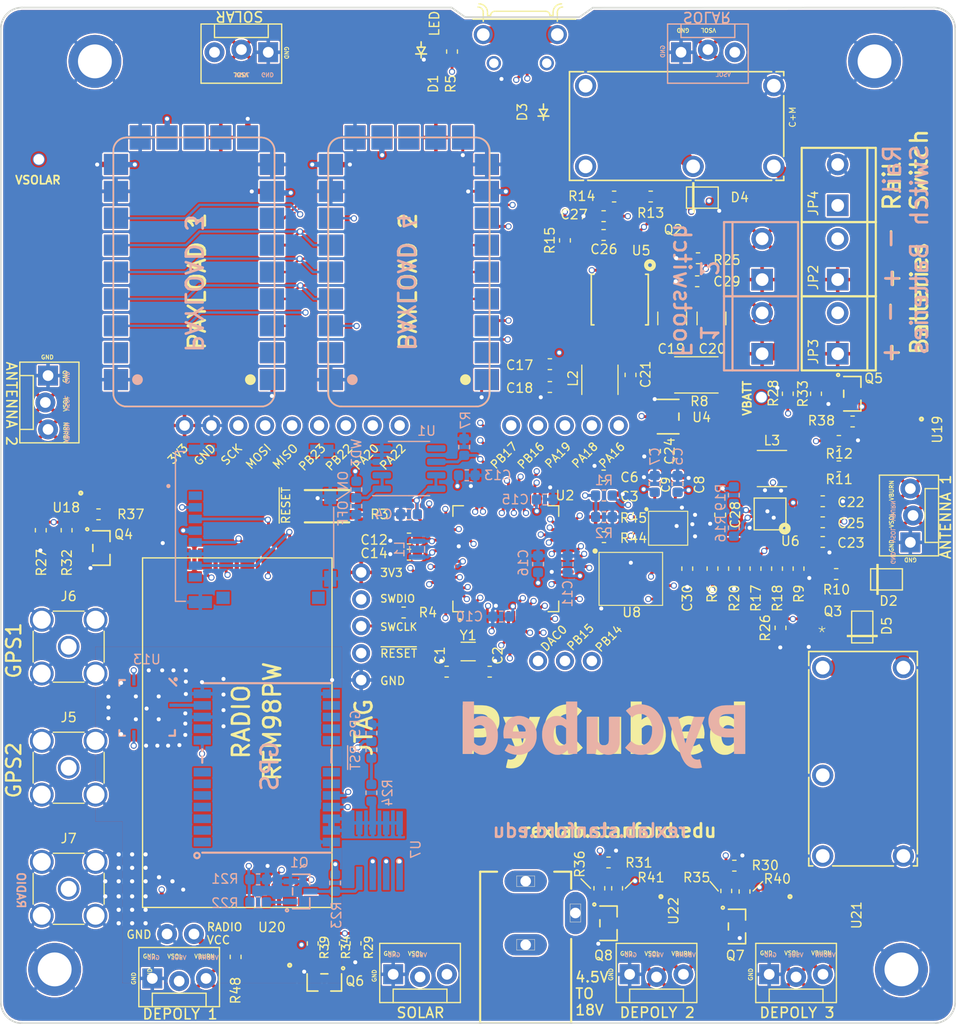
<source format=kicad_pcb>
(kicad_pcb (version 20171130) (host pcbnew "(5.1.0)-1")

  (general
    (thickness 1.6)
    (drawings 138)
    (tracks 1442)
    (zones 0)
    (modules 152)
    (nets 177)
  )

  (page A4)
  (layers
    (0 F.Cu signal)
    (1 Route2 signal hide)
    (2 Route15 signal hide)
    (31 B.Cu signal hide)
    (32 B.Adhes user hide)
    (33 F.Adhes user hide)
    (34 B.Paste user hide)
    (35 F.Paste user hide)
    (36 B.SilkS user hide)
    (37 F.SilkS user)
    (38 B.Mask user hide)
    (39 F.Mask user hide)
    (40 Dwgs.User user hide)
    (41 Cmts.User user hide)
    (42 Eco1.User user hide)
    (43 Eco2.User user hide)
    (44 Edge.Cuts user)
    (45 Margin user hide)
    (46 B.CrtYd user hide)
    (47 F.CrtYd user hide)
    (48 B.Fab user hide)
    (49 F.Fab user hide)
  )

  (setup
    (last_trace_width 0.27178)
    (user_trace_width 0.27178)
    (user_trace_width 0.2794)
    (user_trace_width 0.508)
    (user_trace_width 0.6096)
    (user_trace_width 1.27)
    (trace_clearance 0.1524)
    (zone_clearance 0.508)
    (zone_45_only no)
    (trace_min 0.2)
    (via_size 0.6)
    (via_drill 0.4)
    (via_min_size 0.4)
    (via_min_drill 0.3)
    (user_via 0.5842 0.381)
    (uvia_size 0.3)
    (uvia_drill 0.1)
    (uvias_allowed no)
    (uvia_min_size 0.2)
    (uvia_min_drill 0.1)
    (edge_width 0.15)
    (segment_width 0.2)
    (pcb_text_width 0.3)
    (pcb_text_size 1.5 1.5)
    (mod_edge_width 0.15)
    (mod_text_size 1 1)
    (mod_text_width 0.15)
    (pad_size 1.524 1.524)
    (pad_drill 0.762)
    (pad_to_mask_clearance 0.0508)
    (aux_axis_origin 0 0)
    (visible_elements 7FFFFF7F)
    (pcbplotparams
      (layerselection 0x010fc_fffffff9)
      (usegerberextensions false)
      (usegerberattributes true)
      (usegerberadvancedattributes false)
      (creategerberjobfile false)
      (excludeedgelayer false)
      (linewidth 0.100000)
      (plotframeref false)
      (viasonmask false)
      (mode 1)
      (useauxorigin true)
      (hpglpennumber 1)
      (hpglpenspeed 20)
      (hpglpendiameter 15.000000)
      (psnegative false)
      (psa4output false)
      (plotreference true)
      (plotvalue true)
      (plotinvisibletext false)
      (padsonsilk false)
      (subtractmaskfromsilk false)
      (outputformat 1)
      (mirror false)
      (drillshape 0)
      (scaleselection 1)
      (outputdirectory "gerbers/"))
  )

  (net 0 "")
  (net 1 GND)
  (net 2 3.3V)
  (net 3 I_BATT)
  (net 4 ENAB_BURN4)
  (net 5 ENAB_BURN3)
  (net 6 ENAB_BURN2)
  (net 7 ENAB_BURN1)
  (net 8 ENAB_GPS)
  (net 9 SWCLK)
  (net 10 SWDIO)
  (net 11 ~RESET)
  (net 12 VSOLAR)
  (net 13 L1_PROG)
  (net 14 VBATT)
  (net 15 USB_D+)
  (net 16 USB_D-)
  (net 17 GPS_PWR_IN)
  (net 18 BURN_RELAY_B)
  (net 19 BURN_RELAY_A)
  (net 20 ENAB_BURN5)
  (net 21 "Net-(C8-Pad1)")
  (net 22 "Net-(U3-Pad13)")
  (net 23 "Net-(U3-Pad12)")
  (net 24 "Net-(U3-Pad11)")
  (net 25 "Net-(U3-Pad10)")
  (net 26 "Net-(U3-Pad9)")
  (net 27 "Net-(U1-Pad5)")
  (net 28 "Net-(R15-Pad1)")
  (net 29 "Net-(R13-Pad1)")
  (net 30 "Net-(R10-Pad1)")
  (net 31 /Power/VREG_IN)
  (net 32 "Net-(C22-Pad1)")
  (net 33 "Net-(C25-Pad1)")
  (net 34 "Net-(C26-Pad1)")
  (net 35 /Connectors/VBATT_IN)
  (net 36 "Net-(J1-PadDT)")
  (net 37 "Net-(J1-PadSW)")
  (net 38 "Net-(J1-Pad8)")
  (net 39 "Net-(J1-Pad1)")
  (net 40 "Net-(U14-Pad19)")
  (net 41 "Net-(U14-Pad16)")
  (net 42 "Net-(U14-Pad15)")
  (net 43 "Net-(U14-Pad14)")
  (net 44 "Net-(U14-Pad17)")
  (net 45 "Net-(U14-Pad18)")
  (net 46 "Net-(U14-Pad1)")
  (net 47 "Net-(U14-Pad3)")
  (net 48 "Net-(U14-Pad6)")
  (net 49 "Net-(U14-Pad5)")
  (net 50 "Net-(U14-Pad4)")
  (net 51 "Net-(U14-Pad2)")
  (net 52 "Net-(U14-Pad7)")
  (net 53 "Net-(U14-Pad9)")
  (net 54 "/RF and GPS/RF_IN")
  (net 55 "/Burn Wires/VBURN_A_IN")
  (net 56 "/Burn Wires/VBURN1")
  (net 57 "/Burn Wires/VBURN2")
  (net 58 "/Burn Wires/VBURN_B_IN")
  (net 59 "/Burn Wires/VBURN3")
  (net 60 "/Burn Wires/VBURN4")
  (net 61 "Net-(Q5-Pad1)")
  (net 62 "Net-(Q8-Pad1)")
  (net 63 "Net-(Q7-Pad1)")
  (net 64 "Net-(Q6-Pad1)")
  (net 65 "/Burn Wires/VBURN5")
  (net 66 "Net-(D4-PadA)")
  (net 67 /Avionics/XTAL1)
  (net 68 /Avionics/XTAL2)
  (net 69 DAC0)
  (net 70 "Net-(Q5-Pad3)")
  (net 71 "Net-(Q6-Pad3)")
  (net 72 "Net-(Q7-Pad3)")
  (net 73 "Net-(Q8-Pad3)")
  (net 74 /Avionics/BATTERY)
  (net 75 MISO)
  (net 76 SCK)
  (net 77 MOSI)
  (net 78 FLASH_CS)
  (net 79 FLASH_SCK)
  (net 80 FLASH_IO3)
  (net 81 FLASH_IO2)
  (net 82 FLASH_MISO)
  (net 83 FLASH_MOSI)
  (net 84 xSDCS)
  (net 85 "Net-(J5-Pad1)")
  (net 86 "Net-(J6-Pad1)")
  (net 87 "Net-(J7-Pad1)")
  (net 88 "Net-(C9-Pad1)")
  (net 89 "Net-(C12-Pad2)")
  (net 90 "Net-(C21-Pad1)")
  (net 91 "Net-(C27-Pad1)")
  (net 92 "Net-(D1-Pad1)")
  (net 93 "Net-(D3-Pad2)")
  (net 94 "Net-(D5-PadA)")
  (net 95 "Net-(J3-Pad4)")
  (net 96 "Net-(J4-Pad2)")
  (net 97 "Net-(JP5-Pad1)")
  (net 98 "Net-(JP8-Pad3)")
  (net 99 "Net-(JP9-Pad3)")
  (net 100 "Net-(JP10-Pad3)")
  (net 101 "Net-(L1-Pad2)")
  (net 102 "Net-(Q1-Pad1)")
  (net 103 "Net-(Q1-Pad3)")
  (net 104 "Net-(Q4-Pad1)")
  (net 105 "Net-(Q4-Pad3)")
  (net 106 "Net-(R5-Pad2)")
  (net 107 "Net-(R6-Pad2)")
  (net 108 "Net-(R11-Pad1)")
  (net 109 "Net-(R16-Pad1)")
  (net 110 "Net-(R16-Pad2)")
  (net 111 "Net-(R18-Pad1)")
  (net 112 "Net-(U9-Pad17)")
  (net 113 "Net-(U9-Pad18)")
  (net 114 "Net-(U9-Pad19)")
  (net 115 "Net-(U9-Pad20)")
  (net 116 "Net-(U9-Pad21)")
  (net 117 "Net-(U9-Pad22)")
  (net 118 "Net-(U9-Pad23)")
  (net 119 "Net-(U9-Pad2)")
  (net 120 "Net-(U10-Pad17)")
  (net 121 "Net-(U10-Pad18)")
  (net 122 "Net-(U10-Pad19)")
  (net 123 "Net-(U10-Pad20)")
  (net 124 "Net-(U10-Pad21)")
  (net 125 "Net-(U10-Pad22)")
  (net 126 "Net-(U10-Pad23)")
  (net 127 "Net-(U10-Pad2)")
  (net 128 "Net-(U11-Pad17)")
  (net 129 "Net-(U11-Pad18)")
  (net 130 "Net-(U11-Pad19)")
  (net 131 "Net-(U11-Pad20)")
  (net 132 "Net-(U11-Pad21)")
  (net 133 "Net-(U11-Pad22)")
  (net 134 "Net-(U11-Pad23)")
  (net 135 "Net-(U11-Pad2)")
  (net 136 "Net-(U12-Pad17)")
  (net 137 "Net-(U12-Pad18)")
  (net 138 "Net-(U12-Pad19)")
  (net 139 "Net-(U12-Pad20)")
  (net 140 "Net-(U12-Pad21)")
  (net 141 "Net-(U12-Pad22)")
  (net 142 "Net-(U12-Pad23)")
  (net 143 "Net-(U12-Pad2)")
  (net 144 "Net-(C21-Pad2)")
  (net 145 "Net-(C23-Pad1)")
  (net 146 "Net-(C25-Pad2)")
  (net 147 "Net-(L3-Pad1)")
  (net 148 "Net-(R42-Pad2)")
  (net 149 WDT_WDI)
  (net 150 ~CHRG)
  (net 151 RF_IO2)
  (net 152 /Avionics/SDA)
  (net 153 /Avionics/SCL)
  (net 154 RX)
  (net 155 TX)
  (net 156 PB15)
  (net 157 PB14)
  (net 158 PA16)
  (net 159 PB17)
  (net 160 PA22)
  (net 161 PA20)
  (net 162 PB22)
  (net 163 PB23)
  (net 164 PA18)
  (net 165 PA19)
  (net 166 PB16)
  (net 167 "Net-(R24-Pad1)")
  (net 168 "Net-(R46-Pad2)")
  (net 169 "Net-(J11-Pad1)")
  (net 170 RF_IO1)
  (net 171 "Net-(U23-Pad4)")
  (net 172 "Net-(U23-Pad3)")
  (net 173 CS_RF)
  (net 174 RF_RST)
  (net 175 RF_IO5)
  (net 176 RF_IO0)

  (net_class Default "This is the default net class."
    (clearance 0.1524)
    (trace_width 0.27178)
    (via_dia 0.6)
    (via_drill 0.4)
    (uvia_dia 0.3)
    (uvia_drill 0.1)
    (diff_pair_width 0.27178)
    (diff_pair_gap 0.27178)
    (add_net /Avionics/BATTERY)
    (add_net /Avionics/SCL)
    (add_net /Avionics/SDA)
    (add_net /Avionics/XTAL1)
    (add_net /Avionics/XTAL2)
    (add_net "/Burn Wires/VBURN1")
    (add_net "/Burn Wires/VBURN2")
    (add_net "/Burn Wires/VBURN3")
    (add_net "/Burn Wires/VBURN4")
    (add_net "/Burn Wires/VBURN5")
    (add_net "/Burn Wires/VBURN_A_IN")
    (add_net "/Burn Wires/VBURN_B_IN")
    (add_net /Connectors/VBATT_IN)
    (add_net /Power/VREG_IN)
    (add_net "/RF and GPS/RF_IN")
    (add_net 3.3V)
    (add_net BURN_RELAY_A)
    (add_net BURN_RELAY_B)
    (add_net CS_RF)
    (add_net DAC0)
    (add_net ENAB_BURN1)
    (add_net ENAB_BURN2)
    (add_net ENAB_BURN3)
    (add_net ENAB_BURN4)
    (add_net ENAB_BURN5)
    (add_net ENAB_GPS)
    (add_net FLASH_CS)
    (add_net FLASH_IO2)
    (add_net FLASH_IO3)
    (add_net FLASH_MISO)
    (add_net FLASH_MOSI)
    (add_net FLASH_SCK)
    (add_net GND)
    (add_net GPS_PWR_IN)
    (add_net I_BATT)
    (add_net L1_PROG)
    (add_net MISO)
    (add_net MOSI)
    (add_net "Net-(C12-Pad2)")
    (add_net "Net-(C21-Pad1)")
    (add_net "Net-(C21-Pad2)")
    (add_net "Net-(C22-Pad1)")
    (add_net "Net-(C23-Pad1)")
    (add_net "Net-(C25-Pad1)")
    (add_net "Net-(C25-Pad2)")
    (add_net "Net-(C26-Pad1)")
    (add_net "Net-(C27-Pad1)")
    (add_net "Net-(C8-Pad1)")
    (add_net "Net-(C9-Pad1)")
    (add_net "Net-(D1-Pad1)")
    (add_net "Net-(D3-Pad2)")
    (add_net "Net-(D4-PadA)")
    (add_net "Net-(D5-PadA)")
    (add_net "Net-(J1-Pad1)")
    (add_net "Net-(J1-Pad8)")
    (add_net "Net-(J1-PadDT)")
    (add_net "Net-(J1-PadSW)")
    (add_net "Net-(J11-Pad1)")
    (add_net "Net-(J3-Pad4)")
    (add_net "Net-(J4-Pad2)")
    (add_net "Net-(J5-Pad1)")
    (add_net "Net-(J6-Pad1)")
    (add_net "Net-(J7-Pad1)")
    (add_net "Net-(JP10-Pad3)")
    (add_net "Net-(JP5-Pad1)")
    (add_net "Net-(JP8-Pad3)")
    (add_net "Net-(JP9-Pad3)")
    (add_net "Net-(L1-Pad2)")
    (add_net "Net-(L3-Pad1)")
    (add_net "Net-(Q1-Pad1)")
    (add_net "Net-(Q1-Pad3)")
    (add_net "Net-(Q4-Pad1)")
    (add_net "Net-(Q4-Pad3)")
    (add_net "Net-(Q5-Pad1)")
    (add_net "Net-(Q5-Pad3)")
    (add_net "Net-(Q6-Pad1)")
    (add_net "Net-(Q6-Pad3)")
    (add_net "Net-(Q7-Pad1)")
    (add_net "Net-(Q7-Pad3)")
    (add_net "Net-(Q8-Pad1)")
    (add_net "Net-(Q8-Pad3)")
    (add_net "Net-(R10-Pad1)")
    (add_net "Net-(R11-Pad1)")
    (add_net "Net-(R13-Pad1)")
    (add_net "Net-(R15-Pad1)")
    (add_net "Net-(R16-Pad1)")
    (add_net "Net-(R16-Pad2)")
    (add_net "Net-(R18-Pad1)")
    (add_net "Net-(R24-Pad1)")
    (add_net "Net-(R42-Pad2)")
    (add_net "Net-(R46-Pad2)")
    (add_net "Net-(R5-Pad2)")
    (add_net "Net-(R6-Pad2)")
    (add_net "Net-(U1-Pad5)")
    (add_net "Net-(U10-Pad17)")
    (add_net "Net-(U10-Pad18)")
    (add_net "Net-(U10-Pad19)")
    (add_net "Net-(U10-Pad2)")
    (add_net "Net-(U10-Pad20)")
    (add_net "Net-(U10-Pad21)")
    (add_net "Net-(U10-Pad22)")
    (add_net "Net-(U10-Pad23)")
    (add_net "Net-(U11-Pad17)")
    (add_net "Net-(U11-Pad18)")
    (add_net "Net-(U11-Pad19)")
    (add_net "Net-(U11-Pad2)")
    (add_net "Net-(U11-Pad20)")
    (add_net "Net-(U11-Pad21)")
    (add_net "Net-(U11-Pad22)")
    (add_net "Net-(U11-Pad23)")
    (add_net "Net-(U12-Pad17)")
    (add_net "Net-(U12-Pad18)")
    (add_net "Net-(U12-Pad19)")
    (add_net "Net-(U12-Pad2)")
    (add_net "Net-(U12-Pad20)")
    (add_net "Net-(U12-Pad21)")
    (add_net "Net-(U12-Pad22)")
    (add_net "Net-(U12-Pad23)")
    (add_net "Net-(U14-Pad1)")
    (add_net "Net-(U14-Pad14)")
    (add_net "Net-(U14-Pad15)")
    (add_net "Net-(U14-Pad16)")
    (add_net "Net-(U14-Pad17)")
    (add_net "Net-(U14-Pad18)")
    (add_net "Net-(U14-Pad19)")
    (add_net "Net-(U14-Pad2)")
    (add_net "Net-(U14-Pad3)")
    (add_net "Net-(U14-Pad4)")
    (add_net "Net-(U14-Pad5)")
    (add_net "Net-(U14-Pad6)")
    (add_net "Net-(U14-Pad7)")
    (add_net "Net-(U14-Pad9)")
    (add_net "Net-(U23-Pad3)")
    (add_net "Net-(U23-Pad4)")
    (add_net "Net-(U3-Pad10)")
    (add_net "Net-(U3-Pad11)")
    (add_net "Net-(U3-Pad12)")
    (add_net "Net-(U3-Pad13)")
    (add_net "Net-(U3-Pad9)")
    (add_net "Net-(U9-Pad17)")
    (add_net "Net-(U9-Pad18)")
    (add_net "Net-(U9-Pad19)")
    (add_net "Net-(U9-Pad2)")
    (add_net "Net-(U9-Pad20)")
    (add_net "Net-(U9-Pad21)")
    (add_net "Net-(U9-Pad22)")
    (add_net "Net-(U9-Pad23)")
    (add_net PA16)
    (add_net PA18)
    (add_net PA19)
    (add_net PA20)
    (add_net PA22)
    (add_net PB14)
    (add_net PB15)
    (add_net PB16)
    (add_net PB17)
    (add_net PB22)
    (add_net PB23)
    (add_net RF_IO0)
    (add_net RF_IO1)
    (add_net RF_IO2)
    (add_net RF_IO5)
    (add_net RF_RST)
    (add_net RX)
    (add_net SCK)
    (add_net SWCLK)
    (add_net SWDIO)
    (add_net TX)
    (add_net USB_D+)
    (add_net USB_D-)
    (add_net VBATT)
    (add_net VSOLAR)
    (add_net WDT_WDI)
    (add_net xSDCS)
    (add_net ~CHRG)
    (add_net ~RESET)
  )

  (module custom-footprints:XTB28_MEZ (layer F.Cu) (tedit 5D2D1541) (tstamp 5D2555FA)
    (at 144.52346 64.7573 180)
    (path /5CEC6281/5D35FFDD)
    (fp_text reference U12 (at 3.302 -27.178 180) (layer F.SilkS) hide
      (effects (font (size 0.889 0.889) (thickness 0.127)) (justify right top))
    )
    (fp_text value XTB-40 (at 0 0 180) (layer F.SilkS) hide
      (effects (font (size 1.27 1.27) (thickness 0.15)) (justify right top))
    )
    (fp_arc (start 1.27 -24.13) (end 1.27 -25.4) (angle -90) (layer F.SilkS) (width 0.1524))
    (fp_line (start 13.97 -25.4) (end 1.27 -25.4) (layer F.SilkS) (width 0.1524))
    (fp_arc (start 13.97 -24.13) (end 15.24 -24.13) (angle -90) (layer F.SilkS) (width 0.1524))
    (fp_line (start 15.24 -1.27) (end 15.24 -24.13) (layer F.SilkS) (width 0.1524))
    (fp_arc (start 13.97 -1.27) (end 13.97 0) (angle -90) (layer F.SilkS) (width 0.1524))
    (fp_line (start 1.27 0) (end 13.97 0) (layer F.SilkS) (width 0.1524))
    (fp_arc (start 1.27 -1.27) (end 0 -1.27) (angle -90) (layer F.SilkS) (width 0.1524))
    (fp_line (start 0 -24.13) (end 0 -1.27) (layer F.SilkS) (width 0.1524))
    (fp_circle (center 2.286 -22.86) (end 2.54 -22.86) (layer F.SilkS) (width 0.508))
    (pad 10 smd rect (at 2.54 0 90) (size 2.286 1.9812) (layers F.Cu F.Mask)
      (net 1 GND) (solder_mask_margin 0.0635))
    (pad 11 smd rect (at 5.08 0 90) (size 2.286 1.9812) (layers F.Cu F.Mask)
      (net 2 3.3V) (solder_mask_margin 0.0635))
    (pad 12 smd rect (at 7.62 0 90) (size 2.286 1.9812) (layers F.Cu F.Mask)
      (solder_mask_margin 0.0635))
    (pad 13 smd rect (at 10.16 0 90) (size 2.286 1.9812) (layers F.Cu F.Mask)
      (solder_mask_margin 0.0635))
    (pad 14 smd rect (at 12.7 0 90) (size 2.286 1.9812) (layers F.Cu F.Mask)
      (solder_mask_margin 0.0635))
    (pad 15 smd rect (at 14.986 -2.54 180) (size 2.286 1.9812) (layers F.Cu F.Mask)
      (net 1 GND) (solder_mask_margin 0.0635))
    (pad 16 smd rect (at 14.986 -5.08 180) (size 2.286 1.9812) (layers F.Cu F.Mask)
      (net 2 3.3V) (solder_mask_margin 0.0635))
    (pad 17 smd rect (at 14.986 -7.62 180) (size 2.286 1.9812) (layers F.Cu F.Mask)
      (net 136 "Net-(U12-Pad17)") (solder_mask_margin 0.0635))
    (pad 18 smd rect (at 14.986 -10.16 180) (size 2.286 1.9812) (layers F.Cu F.Mask)
      (net 137 "Net-(U12-Pad18)") (solder_mask_margin 0.0635))
    (pad 19 smd rect (at 14.986 -12.7 180) (size 2.286 1.9812) (layers F.Cu F.Mask)
      (net 138 "Net-(U12-Pad19)") (solder_mask_margin 0.0635))
    (pad 20 smd rect (at 14.986 -15.24 180) (size 2.286 1.9812) (layers F.Cu F.Mask)
      (net 139 "Net-(U12-Pad20)") (solder_mask_margin 0.0635))
    (pad 21 smd rect (at 14.986 -17.78 180) (size 2.286 1.9812) (layers F.Cu F.Mask)
      (net 140 "Net-(U12-Pad21)") (solder_mask_margin 0.0635))
    (pad 22 smd rect (at 14.986 -20.32 180) (size 2.286 1.9812) (layers F.Cu F.Mask)
      (net 141 "Net-(U12-Pad22)") (solder_mask_margin 0.0635))
    (pad 23 smd rect (at 14.986 -22.86 180) (size 2.286 1.9812) (layers F.Cu F.Mask)
      (net 142 "Net-(U12-Pad23)") (solder_mask_margin 0.0635))
    (pad 1 smd rect (at 0.254 -22.86 180) (size 2.286 1.9812) (layers F.Cu F.Mask)
      (net 1 GND) (solder_mask_margin 0.0635))
    (pad 2 smd rect (at 0.254 -20.32 180) (size 2.286 1.9812) (layers F.Cu F.Mask)
      (net 143 "Net-(U12-Pad2)") (solder_mask_margin 0.0635))
    (pad 3 smd rect (at 0.254 -17.78 180) (size 2.286 1.9812) (layers F.Cu F.Mask)
      (net 166 PB16) (solder_mask_margin 0.0635))
    (pad 4 smd rect (at 0.254 -15.24 180) (size 2.286 1.9812) (layers F.Cu F.Mask)
      (net 77 MOSI) (solder_mask_margin 0.0635))
    (pad 5 smd rect (at 0.254 -12.7 180) (size 2.286 1.9812) (layers F.Cu F.Mask)
      (net 76 SCK) (solder_mask_margin 0.0635))
    (pad 6 smd rect (at 0.254 -10.16 180) (size 2.286 1.9812) (layers F.Cu F.Mask)
      (net 75 MISO) (solder_mask_margin 0.0635))
    (pad 7 smd rect (at 0.254 -7.62 180) (size 2.286 1.9812) (layers F.Cu F.Mask)
      (net 165 PA19) (solder_mask_margin 0.0635))
    (pad 8 smd rect (at 0.254 -5.08 180) (size 2.286 1.9812) (layers F.Cu F.Mask)
      (net 1 GND) (solder_mask_margin 0.0635))
    (pad 9 smd rect (at 0.254 -2.54 180) (size 2.286 1.9812) (layers F.Cu F.Mask)
      (net 2 3.3V) (solder_mask_margin 0.0635))
  )

  (module custom-footprints:XTB28_MEZ (layer B.Cu) (tedit 5D2D1541) (tstamp 5D25BF8F)
    (at 129.25946 64.7573)
    (path /5CEC6281/5D36A7EE)
    (fp_text reference U11 (at 3.302 27.178) (layer B.SilkS) hide
      (effects (font (size 0.889 0.889) (thickness 0.127)) (justify right top mirror))
    )
    (fp_text value XTB-40 (at 0 0) (layer B.SilkS) hide
      (effects (font (size 1.27 1.27) (thickness 0.15)) (justify right top mirror))
    )
    (fp_arc (start 1.27 24.13) (end 1.27 25.4) (angle 90) (layer B.SilkS) (width 0.1524))
    (fp_line (start 13.97 25.4) (end 1.27 25.4) (layer B.SilkS) (width 0.1524))
    (fp_arc (start 13.97 24.13) (end 15.24 24.13) (angle 90) (layer B.SilkS) (width 0.1524))
    (fp_line (start 15.24 1.27) (end 15.24 24.13) (layer B.SilkS) (width 0.1524))
    (fp_arc (start 13.97 1.27) (end 13.97 0) (angle 90) (layer B.SilkS) (width 0.1524))
    (fp_line (start 1.27 0) (end 13.97 0) (layer B.SilkS) (width 0.1524))
    (fp_arc (start 1.27 1.27) (end 0 1.27) (angle 90) (layer B.SilkS) (width 0.1524))
    (fp_line (start 0 24.13) (end 0 1.27) (layer B.SilkS) (width 0.1524))
    (fp_circle (center 2.286 22.86) (end 2.54 22.86) (layer B.SilkS) (width 0.508))
    (pad 10 smd rect (at 2.54 0 90) (size 2.286 1.9812) (layers B.Cu B.Mask)
      (net 1 GND) (solder_mask_margin 0.0635))
    (pad 11 smd rect (at 5.08 0 90) (size 2.286 1.9812) (layers B.Cu B.Mask)
      (net 2 3.3V) (solder_mask_margin 0.0635))
    (pad 12 smd rect (at 7.62 0 90) (size 2.286 1.9812) (layers B.Cu B.Mask)
      (solder_mask_margin 0.0635))
    (pad 13 smd rect (at 10.16 0 90) (size 2.286 1.9812) (layers B.Cu B.Mask)
      (solder_mask_margin 0.0635))
    (pad 14 smd rect (at 12.7 0 90) (size 2.286 1.9812) (layers B.Cu B.Mask)
      (solder_mask_margin 0.0635))
    (pad 15 smd rect (at 14.986 2.54) (size 2.286 1.9812) (layers B.Cu B.Mask)
      (net 1 GND) (solder_mask_margin 0.0635))
    (pad 16 smd rect (at 14.986 5.08) (size 2.286 1.9812) (layers B.Cu B.Mask)
      (net 2 3.3V) (solder_mask_margin 0.0635))
    (pad 17 smd rect (at 14.986 7.62) (size 2.286 1.9812) (layers B.Cu B.Mask)
      (net 128 "Net-(U11-Pad17)") (solder_mask_margin 0.0635))
    (pad 18 smd rect (at 14.986 10.16) (size 2.286 1.9812) (layers B.Cu B.Mask)
      (net 129 "Net-(U11-Pad18)") (solder_mask_margin 0.0635))
    (pad 19 smd rect (at 14.986 12.7) (size 2.286 1.9812) (layers B.Cu B.Mask)
      (net 130 "Net-(U11-Pad19)") (solder_mask_margin 0.0635))
    (pad 20 smd rect (at 14.986 15.24) (size 2.286 1.9812) (layers B.Cu B.Mask)
      (net 131 "Net-(U11-Pad20)") (solder_mask_margin 0.0635))
    (pad 21 smd rect (at 14.986 17.78) (size 2.286 1.9812) (layers B.Cu B.Mask)
      (net 132 "Net-(U11-Pad21)") (solder_mask_margin 0.0635))
    (pad 22 smd rect (at 14.986 20.32) (size 2.286 1.9812) (layers B.Cu B.Mask)
      (net 133 "Net-(U11-Pad22)") (solder_mask_margin 0.0635))
    (pad 23 smd rect (at 14.986 22.86) (size 2.286 1.9812) (layers B.Cu B.Mask)
      (net 134 "Net-(U11-Pad23)") (solder_mask_margin 0.0635))
    (pad 1 smd rect (at 0.254 22.86) (size 2.286 1.9812) (layers B.Cu B.Mask)
      (net 1 GND) (solder_mask_margin 0.0635))
    (pad 2 smd rect (at 0.254 20.32) (size 2.286 1.9812) (layers B.Cu B.Mask)
      (net 135 "Net-(U11-Pad2)") (solder_mask_margin 0.0635))
    (pad 3 smd rect (at 0.254 17.78) (size 2.286 1.9812) (layers B.Cu B.Mask)
      (net 162 PB22) (solder_mask_margin 0.0635))
    (pad 4 smd rect (at 0.254 15.24) (size 2.286 1.9812) (layers B.Cu B.Mask)
      (net 77 MOSI) (solder_mask_margin 0.0635))
    (pad 5 smd rect (at 0.254 12.7) (size 2.286 1.9812) (layers B.Cu B.Mask)
      (net 76 SCK) (solder_mask_margin 0.0635))
    (pad 6 smd rect (at 0.254 10.16) (size 2.286 1.9812) (layers B.Cu B.Mask)
      (net 75 MISO) (solder_mask_margin 0.0635))
    (pad 7 smd rect (at 0.254 7.62) (size 2.286 1.9812) (layers B.Cu B.Mask)
      (net 160 PA22) (solder_mask_margin 0.0635))
    (pad 8 smd rect (at 0.254 5.08) (size 2.286 1.9812) (layers B.Cu B.Mask)
      (net 1 GND) (solder_mask_margin 0.0635))
    (pad 9 smd rect (at 0.254 2.54) (size 2.286 1.9812) (layers B.Cu B.Mask)
      (net 2 3.3V) (solder_mask_margin 0.0635))
  )

  (module custom-footprints:XTB28_MEZ (layer B.Cu) (tedit 5D2D1541) (tstamp 5D258E5C)
    (at 108.96346 64.7573)
    (path /5CEC6281/5D36A7BA)
    (fp_text reference U9 (at 3.302 27.178) (layer B.SilkS) hide
      (effects (font (size 0.889 0.889) (thickness 0.127)) (justify right top mirror))
    )
    (fp_text value XTB-40 (at 0 0) (layer B.SilkS) hide
      (effects (font (size 1.27 1.27) (thickness 0.15)) (justify right top mirror))
    )
    (fp_arc (start 1.27 24.13) (end 1.27 25.4) (angle 90) (layer B.SilkS) (width 0.1524))
    (fp_line (start 13.97 25.4) (end 1.27 25.4) (layer B.SilkS) (width 0.1524))
    (fp_arc (start 13.97 24.13) (end 15.24 24.13) (angle 90) (layer B.SilkS) (width 0.1524))
    (fp_line (start 15.24 1.27) (end 15.24 24.13) (layer B.SilkS) (width 0.1524))
    (fp_arc (start 13.97 1.27) (end 13.97 0) (angle 90) (layer B.SilkS) (width 0.1524))
    (fp_line (start 1.27 0) (end 13.97 0) (layer B.SilkS) (width 0.1524))
    (fp_arc (start 1.27 1.27) (end 0 1.27) (angle 90) (layer B.SilkS) (width 0.1524))
    (fp_line (start 0 24.13) (end 0 1.27) (layer B.SilkS) (width 0.1524))
    (fp_circle (center 2.286 22.86) (end 2.54 22.86) (layer B.SilkS) (width 0.508))
    (pad 10 smd rect (at 2.54 0 90) (size 2.286 1.9812) (layers B.Cu B.Mask)
      (net 1 GND) (solder_mask_margin 0.0635))
    (pad 11 smd rect (at 5.08 0 90) (size 2.286 1.9812) (layers B.Cu B.Mask)
      (net 2 3.3V) (solder_mask_margin 0.0635))
    (pad 12 smd rect (at 7.62 0 90) (size 2.286 1.9812) (layers B.Cu B.Mask)
      (solder_mask_margin 0.0635))
    (pad 13 smd rect (at 10.16 0 90) (size 2.286 1.9812) (layers B.Cu B.Mask)
      (solder_mask_margin 0.0635))
    (pad 14 smd rect (at 12.7 0 90) (size 2.286 1.9812) (layers B.Cu B.Mask)
      (solder_mask_margin 0.0635))
    (pad 15 smd rect (at 14.986 2.54) (size 2.286 1.9812) (layers B.Cu B.Mask)
      (net 1 GND) (solder_mask_margin 0.0635))
    (pad 16 smd rect (at 14.986 5.08) (size 2.286 1.9812) (layers B.Cu B.Mask)
      (net 2 3.3V) (solder_mask_margin 0.0635))
    (pad 17 smd rect (at 14.986 7.62) (size 2.286 1.9812) (layers B.Cu B.Mask)
      (net 112 "Net-(U9-Pad17)") (solder_mask_margin 0.0635))
    (pad 18 smd rect (at 14.986 10.16) (size 2.286 1.9812) (layers B.Cu B.Mask)
      (net 113 "Net-(U9-Pad18)") (solder_mask_margin 0.0635))
    (pad 19 smd rect (at 14.986 12.7) (size 2.286 1.9812) (layers B.Cu B.Mask)
      (net 114 "Net-(U9-Pad19)") (solder_mask_margin 0.0635))
    (pad 20 smd rect (at 14.986 15.24) (size 2.286 1.9812) (layers B.Cu B.Mask)
      (net 115 "Net-(U9-Pad20)") (solder_mask_margin 0.0635))
    (pad 21 smd rect (at 14.986 17.78) (size 2.286 1.9812) (layers B.Cu B.Mask)
      (net 116 "Net-(U9-Pad21)") (solder_mask_margin 0.0635))
    (pad 22 smd rect (at 14.986 20.32) (size 2.286 1.9812) (layers B.Cu B.Mask)
      (net 117 "Net-(U9-Pad22)") (solder_mask_margin 0.0635))
    (pad 23 smd rect (at 14.986 22.86) (size 2.286 1.9812) (layers B.Cu B.Mask)
      (net 118 "Net-(U9-Pad23)") (solder_mask_margin 0.0635))
    (pad 1 smd rect (at 0.254 22.86) (size 2.286 1.9812) (layers B.Cu B.Mask)
      (net 1 GND) (solder_mask_margin 0.0635))
    (pad 2 smd rect (at 0.254 20.32) (size 2.286 1.9812) (layers B.Cu B.Mask)
      (net 119 "Net-(U9-Pad2)") (solder_mask_margin 0.0635))
    (pad 3 smd rect (at 0.254 17.78) (size 2.286 1.9812) (layers B.Cu B.Mask)
      (net 163 PB23) (solder_mask_margin 0.0635))
    (pad 4 smd rect (at 0.254 15.24) (size 2.286 1.9812) (layers B.Cu B.Mask)
      (net 77 MOSI) (solder_mask_margin 0.0635))
    (pad 5 smd rect (at 0.254 12.7) (size 2.286 1.9812) (layers B.Cu B.Mask)
      (net 76 SCK) (solder_mask_margin 0.0635))
    (pad 6 smd rect (at 0.254 10.16) (size 2.286 1.9812) (layers B.Cu B.Mask)
      (net 75 MISO) (solder_mask_margin 0.0635))
    (pad 7 smd rect (at 0.254 7.62) (size 2.286 1.9812) (layers B.Cu B.Mask)
      (net 161 PA20) (solder_mask_margin 0.0635))
    (pad 8 smd rect (at 0.254 5.08) (size 2.286 1.9812) (layers B.Cu B.Mask)
      (net 1 GND) (solder_mask_margin 0.0635))
    (pad 9 smd rect (at 0.254 2.54) (size 2.286 1.9812) (layers B.Cu B.Mask)
      (net 2 3.3V) (solder_mask_margin 0.0635))
  )

  (module custom-footprints:XTB28_MEZ (layer F.Cu) (tedit 5D2D1541) (tstamp 5D24F7B2)
    (at 124.20346 64.7573 180)
    (path /5CEC6281/5D320CBA)
    (fp_text reference U10 (at 3.302 -27.178 180) (layer F.SilkS) hide
      (effects (font (size 0.889 0.889) (thickness 0.127)) (justify right top))
    )
    (fp_text value XTB-40 (at 0 0 180) (layer F.SilkS) hide
      (effects (font (size 1.27 1.27) (thickness 0.15)) (justify right top))
    )
    (fp_arc (start 1.27 -24.13) (end 1.27 -25.4) (angle -90) (layer F.SilkS) (width 0.1524))
    (fp_line (start 13.97 -25.4) (end 1.27 -25.4) (layer F.SilkS) (width 0.1524))
    (fp_arc (start 13.97 -24.13) (end 15.24 -24.13) (angle -90) (layer F.SilkS) (width 0.1524))
    (fp_line (start 15.24 -1.27) (end 15.24 -24.13) (layer F.SilkS) (width 0.1524))
    (fp_arc (start 13.97 -1.27) (end 13.97 0) (angle -90) (layer F.SilkS) (width 0.1524))
    (fp_line (start 1.27 0) (end 13.97 0) (layer F.SilkS) (width 0.1524))
    (fp_arc (start 1.27 -1.27) (end 0 -1.27) (angle -90) (layer F.SilkS) (width 0.1524))
    (fp_line (start 0 -24.13) (end 0 -1.27) (layer F.SilkS) (width 0.1524))
    (fp_circle (center 2.286 -22.86) (end 2.54 -22.86) (layer F.SilkS) (width 0.508))
    (pad 10 smd rect (at 2.54 0 90) (size 2.286 1.9812) (layers F.Cu F.Mask)
      (net 1 GND) (solder_mask_margin 0.0635))
    (pad 11 smd rect (at 5.08 0 90) (size 2.286 1.9812) (layers F.Cu F.Mask)
      (net 2 3.3V) (solder_mask_margin 0.0635))
    (pad 12 smd rect (at 7.62 0 90) (size 2.286 1.9812) (layers F.Cu F.Mask)
      (solder_mask_margin 0.0635))
    (pad 13 smd rect (at 10.16 0 90) (size 2.286 1.9812) (layers F.Cu F.Mask)
      (solder_mask_margin 0.0635))
    (pad 14 smd rect (at 12.7 0 90) (size 2.286 1.9812) (layers F.Cu F.Mask)
      (solder_mask_margin 0.0635))
    (pad 15 smd rect (at 14.986 -2.54 180) (size 2.286 1.9812) (layers F.Cu F.Mask)
      (net 1 GND) (solder_mask_margin 0.0635))
    (pad 16 smd rect (at 14.986 -5.08 180) (size 2.286 1.9812) (layers F.Cu F.Mask)
      (net 2 3.3V) (solder_mask_margin 0.0635))
    (pad 17 smd rect (at 14.986 -7.62 180) (size 2.286 1.9812) (layers F.Cu F.Mask)
      (net 120 "Net-(U10-Pad17)") (solder_mask_margin 0.0635))
    (pad 18 smd rect (at 14.986 -10.16 180) (size 2.286 1.9812) (layers F.Cu F.Mask)
      (net 121 "Net-(U10-Pad18)") (solder_mask_margin 0.0635))
    (pad 19 smd rect (at 14.986 -12.7 180) (size 2.286 1.9812) (layers F.Cu F.Mask)
      (net 122 "Net-(U10-Pad19)") (solder_mask_margin 0.0635))
    (pad 20 smd rect (at 14.986 -15.24 180) (size 2.286 1.9812) (layers F.Cu F.Mask)
      (net 123 "Net-(U10-Pad20)") (solder_mask_margin 0.0635))
    (pad 21 smd rect (at 14.986 -17.78 180) (size 2.286 1.9812) (layers F.Cu F.Mask)
      (net 124 "Net-(U10-Pad21)") (solder_mask_margin 0.0635))
    (pad 22 smd rect (at 14.986 -20.32 180) (size 2.286 1.9812) (layers F.Cu F.Mask)
      (net 125 "Net-(U10-Pad22)") (solder_mask_margin 0.0635))
    (pad 23 smd rect (at 14.986 -22.86 180) (size 2.286 1.9812) (layers F.Cu F.Mask)
      (net 126 "Net-(U10-Pad23)") (solder_mask_margin 0.0635))
    (pad 1 smd rect (at 0.254 -22.86 180) (size 2.286 1.9812) (layers F.Cu F.Mask)
      (net 1 GND) (solder_mask_margin 0.0635))
    (pad 2 smd rect (at 0.254 -20.32 180) (size 2.286 1.9812) (layers F.Cu F.Mask)
      (net 127 "Net-(U10-Pad2)") (solder_mask_margin 0.0635))
    (pad 3 smd rect (at 0.254 -17.78 180) (size 2.286 1.9812) (layers F.Cu F.Mask)
      (net 159 PB17) (solder_mask_margin 0.0635))
    (pad 4 smd rect (at 0.254 -15.24 180) (size 2.286 1.9812) (layers F.Cu F.Mask)
      (net 77 MOSI) (solder_mask_margin 0.0635))
    (pad 5 smd rect (at 0.254 -12.7 180) (size 2.286 1.9812) (layers F.Cu F.Mask)
      (net 76 SCK) (solder_mask_margin 0.0635))
    (pad 6 smd rect (at 0.254 -10.16 180) (size 2.286 1.9812) (layers F.Cu F.Mask)
      (net 75 MISO) (solder_mask_margin 0.0635))
    (pad 7 smd rect (at 0.254 -7.62 180) (size 2.286 1.9812) (layers F.Cu F.Mask)
      (net 164 PA18) (solder_mask_margin 0.0635))
    (pad 8 smd rect (at 0.254 -5.08 180) (size 2.286 1.9812) (layers F.Cu F.Mask)
      (net 1 GND) (solder_mask_margin 0.0635))
    (pad 9 smd rect (at 0.254 -2.54 180) (size 2.286 1.9812) (layers F.Cu F.Mask)
      (net 2 3.3V) (solder_mask_margin 0.0635))
  )

  (module LOGO (layer B.Cu) (tedit 0) (tstamp 5D2D12A6)
    (at 153.162 120.396 180)
    (fp_text reference G*** (at 0 0 180) (layer B.SilkS) hide
      (effects (font (size 1.524 1.524) (thickness 0.3)) (justify mirror))
    )
    (fp_text value LOGO (at 0.75 0 180) (layer B.SilkS) hide
      (effects (font (size 1.524 1.524) (thickness 0.3)) (justify mirror))
    )
    (fp_poly (pts (xy -14.519275 2.040903) (xy -14.317954 2.039561) (xy -14.140013 2.038094) (xy -13.983434 2.036352)
      (xy -13.846199 2.034187) (xy -13.726289 2.03145) (xy -13.621685 2.02799) (xy -13.530367 2.023659)
      (xy -13.450318 2.018309) (xy -13.379519 2.011788) (xy -13.315949 2.003949) (xy -13.257592 1.994642)
      (xy -13.202427 1.983718) (xy -13.148436 1.971028) (xy -13.093601 1.956423) (xy -13.035902 1.939753)
      (xy -12.99845 1.92851) (xy -12.814106 1.861866) (xy -12.649659 1.779487) (xy -12.504832 1.681068)
      (xy -12.379345 1.566302) (xy -12.272919 1.434884) (xy -12.185275 1.286506) (xy -12.116133 1.120863)
      (xy -12.065215 0.937649) (xy -12.056508 0.89535) (xy -12.043376 0.802387) (xy -12.035661 0.692369)
      (xy -12.033284 0.57304) (xy -12.036162 0.452141) (xy -12.044217 0.337418) (xy -12.057368 0.236613)
      (xy -12.063693 0.203525) (xy -12.11587 0.013673) (xy -12.188031 -0.16061) (xy -12.279936 -0.319124)
      (xy -12.391346 -0.461667) (xy -12.522021 -0.588039) (xy -12.671722 -0.698039) (xy -12.84021 -0.791467)
      (xy -13.027245 -0.868121) (xy -13.232588 -0.927801) (xy -13.455998 -0.970307) (xy -13.465554 -0.971682)
      (xy -13.519188 -0.977746) (xy -13.586932 -0.982527) (xy -13.671105 -0.986102) (xy -13.774022 -0.98855)
      (xy -13.898002 -0.989946) (xy -14.023975 -0.990367) (xy -14.4526 -0.9906) (xy -14.4526 -2.5527)
      (xy -15.494 -2.5527) (xy -15.494 -0.1778) (xy -14.4526 -0.1778) (xy -14.189075 -0.177499)
      (xy -14.097666 -0.176812) (xy -14.00366 -0.175084) (xy -13.914137 -0.172518) (xy -13.836175 -0.169315)
      (xy -13.77902 -0.165845) (xy -13.633688 -0.148695) (xy -13.50909 -0.120835) (xy -13.402481 -0.081242)
      (xy -13.311115 -0.028896) (xy -13.232248 0.037225) (xy -13.231703 0.037769) (xy -13.163013 0.118216)
      (xy -13.111631 0.206522) (xy -13.075964 0.306745) (xy -13.054421 0.422943) (xy -13.047288 0.508)
      (xy -13.04902 0.650631) (xy -13.069977 0.77676) (xy -13.110136 0.886341) (xy -13.169474 0.97933)
      (xy -13.247968 1.055679) (xy -13.345596 1.115344) (xy -13.351214 1.117998) (xy -13.413613 1.144442)
      (xy -13.478674 1.16613) (xy -13.549531 1.183464) (xy -13.629318 1.196847) (xy -13.721169 1.20668)
      (xy -13.828216 1.213365) (xy -13.953596 1.217305) (xy -14.10044 1.218902) (xy -14.138275 1.21898)
      (xy -14.4526 1.2192) (xy -14.4526 -0.1778) (xy -15.494 -0.1778) (xy -15.494 2.046967)
      (xy -14.519275 2.040903)) (layer B.SilkS) (width 0.01))
    (fp_poly (pts (xy 11.176 -2.5527) (xy 10.315153 -2.5527) (xy 10.308428 -2.524125) (xy 10.303278 -2.500331)
      (xy 10.294546 -2.45805) (xy 10.283547 -2.403718) (xy 10.273992 -2.35585) (xy 10.262534 -2.299587)
      (xy 10.252539 -2.253272) (xy 10.24517 -2.222123) (xy 10.241792 -2.21141) (xy 10.23105 -2.217103)
      (xy 10.20635 -2.236397) (xy 10.172327 -2.26559) (xy 10.159403 -2.277165) (xy 10.029081 -2.381343)
      (xy 9.883937 -2.473077) (xy 9.731336 -2.548186) (xy 9.5942 -2.597968) (xy 9.500899 -2.619025)
      (xy 9.391845 -2.632679) (xy 9.275695 -2.638556) (xy 9.161103 -2.636286) (xy 9.056726 -2.625497)
      (xy 9.03605 -2.621953) (xy 8.856068 -2.576393) (xy 8.689547 -2.509361) (xy 8.536803 -2.421121)
      (xy 8.398152 -2.311935) (xy 8.273911 -2.182068) (xy 8.164395 -2.031783) (xy 8.069921 -1.861341)
      (xy 8.038201 -1.791739) (xy 7.975948 -1.627028) (xy 7.928083 -1.453704) (xy 7.893871 -1.268019)
      (xy 7.872578 -1.066225) (xy 7.864803 -0.907841) (xy 7.864759 -0.841423) (xy 8.938129 -0.841423)
      (xy 8.946997 -1.016266) (xy 8.968831 -1.176114) (xy 9.00323 -1.31957) (xy 9.049795 -1.445242)
      (xy 9.108125 -1.551734) (xy 9.17782 -1.637652) (xy 9.239913 -1.689556) (xy 9.337486 -1.741708)
      (xy 9.446455 -1.773369) (xy 9.562567 -1.784055) (xy 9.681568 -1.77328) (xy 9.771964 -1.750228)
      (xy 9.87944 -1.701474) (xy 9.980857 -1.628576) (xy 10.05218 -1.558614) (xy 10.1219 -1.481571)
      (xy 10.1219 -0.043319) (xy 10.061575 0.002278) (xy 9.962481 0.065809) (xy 9.853188 0.116117)
      (xy 9.739378 0.151624) (xy 9.626734 0.170749) (xy 9.52094 0.171911) (xy 9.4742 0.165613)
      (xy 9.365377 0.132332) (xy 9.266977 0.076829) (xy 9.179846 0.000404) (xy 9.104828 -0.09564)
      (xy 9.042769 -0.210002) (xy 8.994515 -0.341379) (xy 8.960911 -0.488469) (xy 8.942803 -0.64997)
      (xy 8.942625 -0.652979) (xy 8.938129 -0.841423) (xy 7.864759 -0.841423) (xy 7.86466 -0.696551)
      (xy 7.87743 -0.503139) (xy 7.903985 -0.323124) (xy 7.945193 -0.152023) (xy 8.001923 0.014648)
      (xy 8.075045 0.181371) (xy 8.076645 0.184664) (xy 8.173062 0.357812) (xy 8.284553 0.513345)
      (xy 8.409723 0.650264) (xy 8.547177 0.767574) (xy 8.695521 0.864279) (xy 8.853358 0.939381)
      (xy 9.019295 0.991884) (xy 9.191937 1.020792) (xy 9.253083 1.025123) (xy 9.429522 1.023393)
      (xy 9.592689 1.00072) (xy 9.744706 0.956366) (xy 9.887694 0.889591) (xy 10.023776 0.799657)
      (xy 10.112375 0.725868) (xy 10.16 0.682845) (xy 10.159739 0.731948) (xy 10.158566 0.761011)
      (xy 10.15549 0.809932) (xy 10.150898 0.873275) (xy 10.145177 0.945601) (xy 10.140857 0.99695)
      (xy 10.135158 1.077126) (xy 10.130542 1.173803) (xy 10.126967 1.288687) (xy 10.124395 1.423483)
      (xy 10.122785 1.579897) (xy 10.122098 1.759634) (xy 10.122067 1.800225) (xy 10.1219 2.3876)
      (xy 11.176 2.3876) (xy 11.176 -2.5527)) (layer B.SilkS) (width 0.01))
    (fp_poly (pts (xy 6.057474 1.017751) (xy 6.249108 0.985165) (xy 6.429049 0.930599) (xy 6.598257 0.853787)
      (xy 6.702368 0.792175) (xy 6.76867 0.742414) (xy 6.841858 0.67628) (xy 6.916458 0.599594)
      (xy 6.986998 0.518173) (xy 7.048005 0.437835) (xy 7.076856 0.394042) (xy 7.15978 0.237416)
      (xy 7.227737 0.063446) (xy 7.28011 -0.124252) (xy 7.316279 -0.322063) (xy 7.335628 -0.526372)
      (xy 7.337539 -0.733563) (xy 7.321393 -0.940022) (xy 7.314066 -0.993775) (xy 7.299412 -1.0922)
      (xy 5.206516 -1.0922) (xy 5.214178 -1.127125) (xy 5.258133 -1.279087) (xy 5.319316 -1.414293)
      (xy 5.397021 -1.531758) (xy 5.490542 -1.630496) (xy 5.599173 -1.709521) (xy 5.6515 -1.737757)
      (xy 5.749143 -1.780818) (xy 5.840601 -1.810033) (xy 5.936641 -1.828214) (xy 6.0325 -1.837257)
      (xy 6.192387 -1.83709) (xy 6.349558 -1.815652) (xy 6.507446 -1.77216) (xy 6.669487 -1.70583)
      (xy 6.722436 -1.679827) (xy 6.776394 -1.653585) (xy 6.822072 -1.633748) (xy 6.854816 -1.622174)
      (xy 6.869976 -1.620722) (xy 6.870103 -1.620846) (xy 6.878682 -1.634523) (xy 6.897748 -1.6675)
      (xy 6.925619 -1.716784) (xy 6.960611 -1.77938) (xy 7.001044 -1.852293) (xy 7.045235 -1.932529)
      (xy 7.047551 -1.93675) (xy 7.214821 -2.24155) (xy 7.179285 -2.269959) (xy 7.148783 -2.290486)
      (xy 7.100313 -2.318668) (xy 7.039109 -2.351822) (xy 6.970405 -2.38727) (xy 6.899435 -2.422331)
      (xy 6.831435 -2.454325) (xy 6.771637 -2.480572) (xy 6.753759 -2.487847) (xy 6.636889 -2.529386)
      (xy 6.505143 -2.568108) (xy 6.369047 -2.601016) (xy 6.3246 -2.610162) (xy 6.262368 -2.6193)
      (xy 6.181437 -2.626727) (xy 6.088463 -2.632253) (xy 5.990099 -2.635689) (xy 5.893002 -2.636844)
      (xy 5.803827 -2.635531) (xy 5.729228 -2.631558) (xy 5.69595 -2.628055) (xy 5.48511 -2.587939)
      (xy 5.28629 -2.526465) (xy 5.100565 -2.444373) (xy 4.929008 -2.342407) (xy 4.772693 -2.221308)
      (xy 4.632695 -2.081817) (xy 4.510086 -1.924678) (xy 4.405941 -1.750632) (xy 4.394974 -1.729121)
      (xy 4.33339 -1.588757) (xy 4.280395 -1.43283) (xy 4.23897 -1.270549) (xy 4.227322 -1.211559)
      (xy 4.211723 -1.09847) (xy 4.202014 -0.969008) (xy 4.198204 -0.83101) (xy 4.200301 -0.692311)
      (xy 4.208312 -0.560746) (xy 4.222247 -0.44415) (xy 4.226503 -0.4191) (xy 4.227689 -0.414087)
      (xy 5.207 -0.414087) (xy 5.207 -0.4445) (xy 6.449191 -0.4445) (xy 6.442772 -0.365125)
      (xy 6.422216 -0.223003) (xy 6.385179 -0.099956) (xy 6.331834 0.003843) (xy 6.262353 0.088215)
      (xy 6.176909 0.152987) (xy 6.075673 0.19798) (xy 5.958818 0.22302) (xy 5.861984 0.2286)
      (xy 5.740306 0.216544) (xy 5.626718 0.181206) (xy 5.52271 0.123832) (xy 5.429773 0.045666)
      (xy 5.349396 -0.052046) (xy 5.283069 -0.168058) (xy 5.233653 -0.296612) (xy 5.220223 -0.344649)
      (xy 5.210647 -0.386861) (xy 5.207 -0.414087) (xy 4.227689 -0.414087) (xy 4.276994 -0.205803)
      (xy 4.348214 -0.00486) (xy 4.439352 0.182516) (xy 4.549595 0.355113) (xy 4.678132 0.511716)
      (xy 4.824149 0.651112) (xy 4.986836 0.772088) (xy 5.049852 0.811206) (xy 5.227501 0.901872)
      (xy 5.412061 0.968147) (xy 5.603918 1.010135) (xy 5.803457 1.027939) (xy 5.853188 1.028626)
      (xy 6.057474 1.017751)) (layer B.SilkS) (width 0.01))
    (fp_poly (pts (xy 1.408563 1.679575) (xy 1.408182 1.542163) (xy 1.407506 1.407914) (xy 1.406571 1.279809)
      (xy 1.405411 1.160825) (xy 1.404061 1.053941) (xy 1.402557 0.962136) (xy 1.400934 0.888388)
      (xy 1.399227 0.835675) (xy 1.398414 0.81915) (xy 1.395024 0.760049) (xy 1.392422 0.711165)
      (xy 1.390859 0.677508) (xy 1.390587 0.66409) (xy 1.390597 0.664062) (xy 1.400536 0.669996)
      (xy 1.426366 0.688143) (xy 1.463725 0.715391) (xy 1.492733 0.736963) (xy 1.660384 0.847494)
      (xy 1.835997 0.933933) (xy 2.012456 0.994383) (xy 2.093375 1.010441) (xy 2.191522 1.020362)
      (xy 2.299481 1.024163) (xy 2.409837 1.021858) (xy 2.515172 1.013462) (xy 2.608071 0.998989)
      (xy 2.633687 0.993146) (xy 2.800998 0.938706) (xy 2.955389 0.862804) (xy 3.096369 0.766129)
      (xy 3.223448 0.649371) (xy 3.336137 0.513217) (xy 3.433945 0.358356) (xy 3.516382 0.185478)
      (xy 3.582957 -0.004728) (xy 3.633182 -0.211575) (xy 3.666565 -0.434373) (xy 3.669458 -0.46258)
      (xy 3.682766 -0.701281) (xy 3.676196 -0.935888) (xy 3.650269 -1.163961) (xy 3.605502 -1.383064)
      (xy 3.542414 -1.590756) (xy 3.461526 -1.7846) (xy 3.363356 -1.962158) (xy 3.34385 -1.99226)
      (xy 3.282302 -2.076234) (xy 3.207671 -2.164303) (xy 3.125995 -2.250188) (xy 3.043311 -2.32761)
      (xy 2.965654 -2.39029) (xy 2.951538 -2.400311) (xy 2.848402 -2.464254) (xy 2.733917 -2.52278)
      (xy 2.617749 -2.571378) (xy 2.5146 -2.60425) (xy 2.431445 -2.620851) (xy 2.335614 -2.632061)
      (xy 2.23511 -2.63759) (xy 2.137937 -2.637146) (xy 2.0521 -2.630439) (xy 2.0066 -2.622679)
      (xy 1.849703 -2.576803) (xy 1.700447 -2.510622) (xy 1.556153 -2.422643) (xy 1.414142 -2.311374)
      (xy 1.359469 -2.261972) (xy 1.324989 -2.230703) (xy 1.29755 -2.207698) (xy 1.282378 -2.197302)
      (xy 1.281471 -2.1971) (xy 1.272222 -2.207782) (xy 1.266161 -2.225675) (xy 1.260807 -2.248988)
      (xy 1.251183 -2.290992) (xy 1.23868 -2.345612) (xy 1.225443 -2.403475) (xy 1.191316 -2.5527)
      (xy 0.3683 -2.5527) (xy 0.3683 -0.142612) (xy 1.4097 -0.142612) (xy 1.4097 -1.559965)
      (xy 1.457325 -1.5973) (xy 1.553121 -1.66466) (xy 1.649899 -1.715599) (xy 1.754185 -1.75266)
      (xy 1.872509 -1.778386) (xy 1.94945 -1.789036) (xy 1.967793 -1.787893) (xy 2.00324 -1.783462)
      (xy 2.0447 -1.777237) (xy 2.154823 -1.748711) (xy 2.251783 -1.699682) (xy 2.330952 -1.636701)
      (xy 2.401096 -1.55982) (xy 2.458368 -1.472356) (xy 2.506281 -1.36847) (xy 2.526961 -1.311134)
      (xy 2.556355 -1.213025) (xy 2.577774 -1.115525) (xy 2.591877 -1.013012) (xy 2.599319 -0.899864)
      (xy 2.600758 -0.770458) (xy 2.599279 -0.69215) (xy 2.594661 -0.572413) (xy 2.587387 -0.472895)
      (xy 2.576614 -0.388479) (xy 2.561499 -0.314049) (xy 2.541199 -0.244489) (xy 2.514873 -0.174681)
      (xy 2.513532 -0.17145) (xy 2.456763 -0.061126) (xy 2.387198 0.027314) (xy 2.304328 0.094219)
      (xy 2.207642 0.139936) (xy 2.09663 0.164815) (xy 2.01295 0.170004) (xy 1.898981 0.161121)
      (xy 1.790484 0.132225) (xy 1.684607 0.082034) (xy 1.578503 0.009267) (xy 1.494711 -0.063088)
      (xy 1.4097 -0.142612) (xy 0.3683 -0.142612) (xy 0.3683 2.3876) (xy 1.4097 2.3876)
      (xy 1.408563 1.679575)) (layer B.SilkS) (width 0.01))
    (fp_poly (pts (xy -2.6289 -0.130508) (xy -2.628738 -0.329944) (xy -2.628259 -0.514612) (xy -2.627479 -0.683271)
      (xy -2.62641 -0.83468) (xy -2.625066 -0.9676) (xy -2.623462 -1.08079) (xy -2.621611 -1.17301)
      (xy -2.619527 -1.243019) (xy -2.617224 -1.289577) (xy -2.615816 -1.305163) (xy -2.595567 -1.424088)
      (xy -2.566759 -1.521137) (xy -2.528147 -1.59876) (xy -2.478487 -1.659405) (xy -2.416532 -1.705522)
      (xy -2.410469 -1.708956) (xy -2.38099 -1.724553) (xy -2.355204 -1.735063) (xy -2.327044 -1.741485)
      (xy -2.290439 -1.744822) (xy -2.239321 -1.746075) (xy -2.1844 -1.74625) (xy -2.117796 -1.745985)
      (xy -2.069856 -1.744383) (xy -2.033842 -1.740231) (xy -2.00302 -1.732318) (xy -1.970651 -1.719431)
      (xy -1.9304 -1.700551) (xy -1.833308 -1.643964) (xy -1.742504 -1.569416) (xy -1.653982 -1.473532)
      (xy -1.638852 -1.454843) (xy -1.5748 -1.374348) (xy -1.5748 0.9398) (xy -0.5334 0.9398)
      (xy -0.5334 -2.5527) (xy -1.381479 -2.5527) (xy -1.41711 -2.324026) (xy -1.428977 -2.250123)
      (xy -1.440168 -2.184557) (xy -1.449899 -2.131608) (xy -1.457388 -2.095554) (xy -1.461631 -2.080971)
      (xy -1.473746 -2.083861) (xy -1.501158 -2.104272) (xy -1.542216 -2.140807) (xy -1.595269 -2.192067)
      (xy -1.608385 -2.20518) (xy -1.743761 -2.330201) (xy -1.878656 -2.431603) (xy -2.016091 -2.510928)
      (xy -2.159086 -2.569715) (xy -2.310658 -2.609505) (xy -2.4384 -2.628515) (xy -2.509192 -2.635332)
      (xy -2.565296 -2.638686) (xy -2.616493 -2.638521) (xy -2.672563 -2.634781) (xy -2.743284 -2.62741)
      (xy -2.749154 -2.626744) (xy -2.840224 -2.610851) (xy -2.938528 -2.584456) (xy -3.034618 -2.550665)
      (xy -3.119048 -2.512581) (xy -3.151005 -2.494696) (xy -3.261662 -2.414895) (xy -3.358272 -2.317962)
      (xy -3.441561 -2.202705) (xy -3.512254 -2.067931) (xy -3.571078 -1.912447) (xy -3.618756 -1.73506)
      (xy -3.62209 -1.719983) (xy -3.626592 -1.698829) (xy -3.630581 -1.678088) (xy -3.634095 -1.656141)
      (xy -3.63717 -1.631371) (xy -3.639843 -1.602159) (xy -3.642152 -1.566886) (xy -3.644134 -1.523935)
      (xy -3.645826 -1.471686) (xy -3.647265 -1.408523) (xy -3.648488 -1.332825) (xy -3.649534 -1.242976)
      (xy -3.650438 -1.137356) (xy -3.651238 -1.014347) (xy -3.651971 -0.872332) (xy -3.652675 -0.709691)
      (xy -3.653386 -0.524806) (xy -3.654103 -0.327025) (xy -3.658636 0.9398) (xy -2.6289 0.9398)
      (xy -2.6289 -0.130508)) (layer B.SilkS) (width 0.01))
    (fp_poly (pts (xy -5.327922 2.101048) (xy -5.130392 2.059719) (xy -5.104526 2.052425) (xy -4.913686 1.984785)
      (xy -4.726106 1.894945) (xy -4.54721 1.786011) (xy -4.382418 1.661091) (xy -4.311851 1.598183)
      (xy -4.23545 1.526315) (xy -4.261908 1.496583) (xy -4.276843 1.479784) (xy -4.30631 1.446627)
      (xy -4.34797 1.399744) (xy -4.399487 1.341765) (xy -4.458522 1.275322) (xy -4.522736 1.203045)
      (xy -4.545053 1.177925) (xy -4.609122 1.10598) (xy -4.667656 1.040571) (xy -4.718566 0.984011)
      (xy -4.759761 0.93861) (xy -4.789149 0.906678) (xy -4.804642 0.890526) (xy -4.806484 0.889)
      (xy -4.817733 0.896637) (xy -4.842852 0.916723) (xy -4.87656 0.945027) (xy -4.878938 0.947064)
      (xy -4.968885 1.017858) (xy -5.064698 1.082208) (xy -5.158039 1.134764) (xy -5.2061 1.15704)
      (xy -5.343243 1.201416) (xy -5.489148 1.224382) (xy -5.639096 1.226057) (xy -5.788372 1.206561)
      (xy -5.932256 1.166012) (xy -6.002774 1.136927) (xy -6.144674 1.057579) (xy -6.272502 0.957508)
      (xy -6.385737 0.837475) (xy -6.483855 0.698239) (xy -6.566337 0.540562) (xy -6.632658 0.365203)
      (xy -6.682299 0.172925) (xy -6.689494 0.13619) (xy -6.699547 0.06313) (xy -6.706761 -0.029139)
      (xy -6.71115 -0.134586) (xy -6.712723 -0.24718) (xy -6.711492 -0.360891) (xy -6.707468 -0.469687)
      (xy -6.700664 -0.567538) (xy -6.691089 -0.648413) (xy -6.687995 -0.66675) (xy -6.64231 -0.865084)
      (xy -6.581712 -1.044242) (xy -6.506597 -1.203827) (xy -6.417364 -1.343445) (xy -6.314413 -1.462701)
      (xy -6.198142 -1.5612) (xy -6.06895 -1.638548) (xy -5.927235 -1.694349) (xy -5.773397 -1.728209)
      (xy -5.607834 -1.739733) (xy -5.604411 -1.739733) (xy -5.439458 -1.728685) (xy -5.284369 -1.695508)
      (xy -5.137328 -1.639458) (xy -4.996518 -1.559797) (xy -4.860125 -1.455782) (xy -4.81965 -1.419583)
      (xy -4.73075 -1.337354) (xy -4.4831 -1.609136) (xy -4.417749 -1.680991) (xy -4.356367 -1.748739)
      (xy -4.301513 -1.809536) (xy -4.255746 -1.860537) (xy -4.221626 -1.898898) (xy -4.201711 -1.921773)
      (xy -4.200142 -1.923651) (xy -4.164834 -1.966384) (xy -4.269992 -2.072246) (xy -4.435089 -2.22108)
      (xy -4.612284 -2.347792) (xy -4.800577 -2.452021) (xy -4.998968 -2.533408) (xy -5.206459 -2.591593)
      (xy -5.42205 -2.626216) (xy -5.644741 -2.636918) (xy -5.8166 -2.628962) (xy -6.058282 -2.59667)
      (xy -6.287024 -2.54276) (xy -6.502157 -2.467798) (xy -6.703012 -2.372347) (xy -6.88892 -2.256974)
      (xy -7.059212 -2.122242) (xy -7.21322 -1.968716) (xy -7.350274 -1.796961) (xy -7.469705 -1.607541)
      (xy -7.570846 -1.401021) (xy -7.653026 -1.177967) (xy -7.690186 -1.04733) (xy -7.720175 -0.921282)
      (xy -7.742956 -0.802827) (xy -7.759288 -0.685299) (xy -7.769936 -0.562034) (xy -7.775659 -0.426368)
      (xy -7.77723 -0.28575) (xy -7.775545 -0.13909) (xy -7.769908 -0.010767) (xy -7.759521 0.106085)
      (xy -7.743585 0.218334) (xy -7.721302 0.332846) (xy -7.691876 0.456486) (xy -7.690232 0.462916)
      (xy -7.624247 0.683436) (xy -7.54343 0.885433) (xy -7.445924 1.072219) (xy -7.329873 1.247105)
      (xy -7.193422 1.413404) (xy -7.105861 1.505564) (xy -6.998941 1.608005) (xy -6.898095 1.693629)
      (xy -6.796437 1.767466) (xy -6.687084 1.834545) (xy -6.57225 1.895369) (xy -6.373651 1.981961)
      (xy -6.167314 2.04808) (xy -5.956407 2.093387) (xy -5.744095 2.117543) (xy -5.533545 2.12021)
      (xy -5.327922 2.101048)) (layer B.SilkS) (width 0.01))
    (fp_poly (pts (xy -10.383736 0.155575) (xy -10.322074 -0.030287) (xy -10.267744 -0.195126) (xy -10.219827 -0.341943)
      (xy -10.177406 -0.473738) (xy -10.139561 -0.59351) (xy -10.105375 -0.704261) (xy -10.073929 -0.808989)
      (xy -10.044305 -0.910696) (xy -10.015584 -1.012381) (xy -9.986847 -1.117044) (xy -9.957177 -1.227686)
      (xy -9.937607 -1.30175) (xy -9.91407 -1.38996) (xy -9.89551 -1.456005) (xy -9.880994 -1.502423)
      (xy -9.86959 -1.531753) (xy -9.860366 -1.546532) (xy -9.85239 -1.549298) (xy -9.847795 -1.546227)
      (xy -9.843177 -1.532516) (xy -9.833408 -1.496836) (xy -9.819179 -1.441939) (xy -9.801185 -1.370575)
      (xy -9.780116 -1.285495) (xy -9.756666 -1.189449) (xy -9.731527 -1.085188) (xy -9.728087 -1.070824)
      (xy -9.70098 -0.960338) (xy -9.667467 -0.828411) (xy -9.62834 -0.677958) (xy -9.584392 -0.511896)
      (xy -9.536415 -0.333141) (xy -9.485203 -0.14461) (xy -9.431549 0.050781) (xy -9.376246 0.250115)
      (xy -9.320086 0.450476) (xy -9.263863 0.648948) (xy -9.208368 0.842614) (xy -9.199562 0.873125)
      (xy -9.180298 0.9398) (xy -8.685899 0.9398) (xy -8.576649 0.939687) (xy -8.475767 0.939362)
      (xy -8.385981 0.938852) (xy -8.310014 0.938183) (xy -8.250592 0.937378) (xy -8.21044 0.936464)
      (xy -8.192284 0.935466) (xy -8.1915 0.935207) (xy -8.195578 0.921408) (xy -8.207442 0.88521)
      (xy -8.226543 0.828206) (xy -8.25233 0.75199) (xy -8.284253 0.658154) (xy -8.321761 0.548294)
      (xy -8.364304 0.424001) (xy -8.411331 0.28687) (xy -8.462291 0.138493) (xy -8.516634 -0.019536)
      (xy -8.573809 -0.185623) (xy -8.633266 -0.358175) (xy -8.694455 -0.535599) (xy -8.756824 -0.716301)
      (xy -8.819823 -0.898688) (xy -8.882902 -1.081167) (xy -8.945511 -1.262144) (xy -9.007098 -1.440025)
      (xy -9.067112 -1.613218) (xy -9.125005 -1.780128) (xy -9.180224 -1.939163) (xy -9.23222 -2.088729)
      (xy -9.280442 -2.227233) (xy -9.324339 -2.353081) (xy -9.36336 -2.46468) (xy -9.396956 -2.560436)
      (xy -9.424576 -2.638756) (xy -9.445669 -2.698048) (xy -9.459684 -2.736716) (xy -9.465172 -2.751108)
      (xy -9.558997 -2.963941) (xy -9.656178 -3.152449) (xy -9.757878 -3.317613) (xy -9.865261 -3.460415)
      (xy -9.97949 -3.581835) (xy -10.101728 -3.682854) (xy -10.233139 -3.764453) (xy -10.374886 -3.827613)
      (xy -10.528132 -3.873315) (xy -10.694041 -3.90254) (xy -10.8458 -3.915153) (xy -10.91805 -3.916625)
      (xy -10.99898 -3.915451) (xy -11.07296 -3.9119) (xy -11.084028 -3.911054) (xy -11.149634 -3.904088)
      (xy -11.21838 -3.89414) (xy -11.284278 -3.882362) (xy -11.341338 -3.869905) (xy -11.38357 -3.85792)
      (xy -11.401836 -3.84998) (xy -11.405395 -3.841798) (xy -11.40525 -3.822446) (xy -11.401002 -3.789764)
      (xy -11.392248 -3.741595) (xy -11.378588 -3.675778) (xy -11.35962 -3.590154) (xy -11.334945 -3.482565)
      (xy -11.328293 -3.453936) (xy -11.306054 -3.358832) (xy -11.285567 -3.271991) (xy -11.267554 -3.196422)
      (xy -11.25274 -3.135132) (xy -11.241848 -3.091129) (xy -11.235603 -3.067421) (xy -11.234468 -3.064133)
      (xy -11.221065 -3.064781) (xy -11.189872 -3.070356) (xy -11.149261 -3.079281) (xy -11.024296 -3.097426)
      (xy -10.902172 -3.093398) (xy -10.786175 -3.068103) (xy -10.679591 -3.022447) (xy -10.585705 -2.957336)
      (xy -10.538145 -2.91077) (xy -10.50013 -2.859886) (xy -10.461316 -2.793236) (xy -10.424456 -2.717326)
      (xy -10.392304 -2.638664) (xy -10.367613 -2.563755) (xy -10.353138 -2.499106) (xy -10.3505 -2.467404)
      (xy -10.355096 -2.452656) (xy -10.368532 -2.415654) (xy -10.39028 -2.357754) (xy -10.419812 -2.280311)
      (xy -10.456602 -2.184681) (xy -10.50012 -2.072221) (xy -10.549841 -1.944285) (xy -10.605235 -1.802229)
      (xy -10.665776 -1.64741) (xy -10.730935 -1.481182) (xy -10.800186 -1.304901) (xy -10.873 -1.119924)
      (xy -10.94885 -0.927606) (xy -11.012027 -0.767692) (xy -11.089962 -0.57057) (xy -11.165377 -0.379813)
      (xy -11.237741 -0.196768) (xy -11.306521 -0.022782) (xy -11.371185 0.1408) (xy -11.431201 0.29263)
      (xy -11.486036 0.431362) (xy -11.535159 0.55565) (xy -11.578036 0.664145) (xy -11.614137 0.755503)
      (xy -11.642928 0.828376) (xy -11.663877 0.881417) (xy -11.676452 0.91328) (xy -11.680136 0.922648)
      (xy -11.67818 0.926974) (xy -11.667311 0.930535) (xy -11.645474 0.9334) (xy -11.610615 0.935637)
      (xy -11.56068 0.937314) (xy -11.493613 0.938501) (xy -11.40736 0.939265) (xy -11.299867 0.939675)
      (xy -11.169079 0.9398) (xy -10.644522 0.9398) (xy -10.383736 0.155575)) (layer B.SilkS) (width 0.01))
  )

  (module Connector_PinHeader_2.54mm:PinHeader_1x02_P2.54mm_Vertical (layer F.Cu) (tedit 5D2D02B8) (tstamp 5D2F8465)
    (at 116.586 139.954 270)
    (descr "Through hole straight pin header, 1x02, 2.54mm pitch, single row")
    (tags "Through hole pin header THT 1x02 2.54mm single row")
    (path /5CEC6281/5D498810)
    (fp_text reference J11 (at 0 -2.33 270) (layer F.SilkS) hide
      (effects (font (size 1 1) (thickness 0.15)))
    )
    (fp_text value Conn_01x02 (at 0 4.87 270) (layer F.Fab)
      (effects (font (size 1 1) (thickness 0.15)))
    )
    (fp_line (start 1.8 -1.8) (end -1.8 -1.8) (layer F.CrtYd) (width 0.05))
    (fp_line (start 1.8 4.35) (end 1.8 -1.8) (layer F.CrtYd) (width 0.05))
    (fp_line (start -1.8 4.35) (end 1.8 4.35) (layer F.CrtYd) (width 0.05))
    (fp_line (start -1.8 -1.8) (end -1.8 4.35) (layer F.CrtYd) (width 0.05))
    (pad 2 thru_hole circle (at 0 2.54 270) (size 1.8796 1.8796) (drill 1.016) (layers *.Cu *.Mask)
      (net 1 GND) (solder_mask_margin 0.0635))
    (pad 1 thru_hole circle (at 0 0 270) (size 1.8796 1.8796) (drill 1.016) (layers *.Cu *.Mask)
      (net 169 "Net-(J11-Pad1)") (solder_mask_margin 0.0635))
  )

  (module custom-footprints:RFM98PW (layer F.Cu) (tedit 5D2CFC05) (tstamp 5D3049CB)
    (at 121.1291 120.444096 270)
    (path /5CEC6281/5D44FE4A)
    (fp_text reference U23 (at 1.016 -2.667 270) (layer F.SilkS) hide
      (effects (font (size 0.889 0.889) (thickness 0.127)) (justify right top))
    )
    (fp_text value RFM98PW (at 4.191 2.286 270) (layer F.SilkS) hide
      (effects (font (size 1.27 1.27) (thickness 0.15)) (justify right top))
    )
    (fp_text user RADIO (at 3.13182 -0.84582 270) (layer F.SilkS)
      (effects (font (size 1.59258 1.59258) (thickness 0.25146)) (justify left bottom))
    )
    (fp_line (start -16 9.4) (end -16 -8.5) (layer F.SilkS) (width 0.127))
    (fp_line (start 17 -8.5) (end 17 9.4) (layer F.SilkS) (width 0.127))
    (fp_line (start -16 9.4) (end 17 9.4) (layer F.SilkS) (width 0.127))
    (fp_line (start -16 -8.5) (end 17 -8.5) (layer F.SilkS) (width 0.127))
    (pad 8 smd rect (at 16.9 -6.5 270) (size 2 1.3) (layers F.Cu F.Paste F.Mask)
      (net 151 RF_IO2) (solder_mask_margin 0.0635))
    (pad 7 smd rect (at 16.9 -4.5 270) (size 2 1.3) (layers F.Cu F.Paste F.Mask)
      (net 170 RF_IO1) (solder_mask_margin 0.0635))
    (pad 6 smd rect (at 16.9 -2.5 270) (size 2 1.3) (layers F.Cu F.Paste F.Mask)
      (net 176 RF_IO0) (solder_mask_margin 0.0635))
    (pad 5 smd rect (at 16.9 -0.5 270) (size 2 1.3) (layers F.Cu F.Paste F.Mask)
      (net 169 "Net-(J11-Pad1)") (solder_mask_margin 0.0635))
    (pad 4 smd rect (at 16.9 1.5 270) (size 2 1.3) (layers F.Cu F.Paste F.Mask)
      (net 171 "Net-(U23-Pad4)") (solder_mask_margin 0.0635))
    (pad 3 smd rect (at 16.9 3.5 270) (size 2 1.3) (layers F.Cu F.Paste F.Mask)
      (net 172 "Net-(U23-Pad3)") (solder_mask_margin 0.0635))
    (pad 2 smd rect (at 16.9 5.5 270) (size 2 1.3) (layers F.Cu F.Paste F.Mask)
      (net 1 GND) (solder_mask_margin 0.0635))
    (pad 1 smd rect (at 16.9 7.5 270) (size 2 1.3) (layers F.Cu F.Paste F.Mask)
      (net 87 "Net-(J7-Pad1)") (solder_mask_margin 0.0635))
    (pad 9 smd rect (at -15.9 -6.5 270) (size 2 1.3) (layers F.Cu F.Paste F.Mask)
      (net 2 3.3V) (solder_mask_margin 0.0635))
    (pad 10 smd rect (at -15.9 -4.5 270) (size 2 1.3) (layers F.Cu F.Paste F.Mask)
      (net 75 MISO) (solder_mask_margin 0.0635))
    (pad 11 smd rect (at -15.9 -2.5 270) (size 2 1.3) (layers F.Cu F.Paste F.Mask)
      (net 77 MOSI) (solder_mask_margin 0.0635))
    (pad 12 smd rect (at -15.9 -0.5 270) (size 2 1.3) (layers F.Cu F.Paste F.Mask)
      (net 76 SCK) (solder_mask_margin 0.0635))
    (pad 13 smd rect (at -15.9 1.5 270) (size 2 1.3) (layers F.Cu F.Paste F.Mask)
      (net 173 CS_RF) (solder_mask_margin 0.0635))
    (pad 14 smd rect (at -15.9 3.5 270) (size 2 1.3) (layers F.Cu F.Paste F.Mask)
      (net 174 RF_RST) (solder_mask_margin 0.0635))
    (pad 15 smd rect (at -15.9 5.5 270) (size 2 1.3) (layers F.Cu F.Paste F.Mask)
      (net 175 RF_IO5) (solder_mask_margin 0.0635))
    (pad 16 smd rect (at -15.9 7.5 270) (size 2 1.3) (layers F.Cu F.Paste F.Mask)
      (net 1 GND) (solder_mask_margin 0.0635))
  )

  (module Resistor_SMD:R_0603_1608Metric (layer F.Cu) (tedit 5B301BBD) (tstamp 5D2EF82C)
    (at 120.523 142.113 90)
    (descr "Resistor SMD 0603 (1608 Metric), square (rectangular) end terminal, IPC_7351 nominal, (Body size source: http://www.tortai-tech.com/upload/download/2011102023233369053.pdf), generated with kicad-footprint-generator")
    (tags resistor)
    (path /5CEC6281/5D471869)
    (attr smd)
    (fp_text reference R48 (at -3.175 0 90) (layer F.SilkS)
      (effects (font (size 0.889 0.889) (thickness 0.127)))
    )
    (fp_text value 0 (at 0 1.43 90) (layer F.Fab)
      (effects (font (size 1 1) (thickness 0.15)))
    )
    (fp_text user %R (at 0 0 90) (layer F.Fab)
      (effects (font (size 0.4 0.4) (thickness 0.06)))
    )
    (fp_line (start 1.48 0.73) (end -1.48 0.73) (layer F.CrtYd) (width 0.05))
    (fp_line (start 1.48 -0.73) (end 1.48 0.73) (layer F.CrtYd) (width 0.05))
    (fp_line (start -1.48 -0.73) (end 1.48 -0.73) (layer F.CrtYd) (width 0.05))
    (fp_line (start -1.48 0.73) (end -1.48 -0.73) (layer F.CrtYd) (width 0.05))
    (fp_line (start -0.162779 0.51) (end 0.162779 0.51) (layer F.SilkS) (width 0.12))
    (fp_line (start -0.162779 -0.51) (end 0.162779 -0.51) (layer F.SilkS) (width 0.12))
    (fp_line (start 0.8 0.4) (end -0.8 0.4) (layer F.Fab) (width 0.1))
    (fp_line (start 0.8 -0.4) (end 0.8 0.4) (layer F.Fab) (width 0.1))
    (fp_line (start -0.8 -0.4) (end 0.8 -0.4) (layer F.Fab) (width 0.1))
    (fp_line (start -0.8 0.4) (end -0.8 -0.4) (layer F.Fab) (width 0.1))
    (pad 2 smd roundrect (at 0.7875 0 90) (size 0.875 0.95) (layers F.Cu F.Paste F.Mask) (roundrect_rratio 0.25)
      (net 169 "Net-(J11-Pad1)"))
    (pad 1 smd roundrect (at -0.7875 0 90) (size 0.875 0.95) (layers F.Cu F.Paste F.Mask) (roundrect_rratio 0.25)
      (net 2 3.3V))
    (model ${KISYS3DMOD}/Resistor_SMD.3dshapes/R_0603_1608Metric.wrl
      (at (xyz 0 0 0))
      (scale (xyz 1 1 1))
      (rotate (xyz 0 0 0))
    )
  )

  (module LOGO (layer F.Cu) (tedit 0) (tstamp 5D2E4AAA)
    (at 148.59 127.127)
    (fp_text reference G*** (at 0 0) (layer F.SilkS) hide
      (effects (font (size 1.524 1.524) (thickness 0.3)))
    )
    (fp_text value LOGO (at 0.75 0) (layer F.SilkS) hide
      (effects (font (size 1.524 1.524) (thickness 0.3)))
    )
    (fp_poly (pts (xy 0.5715 -1.3589) (xy 0.2413 -1.3589) (xy 0.2413 -1.5748) (xy 0.5715 -1.5748)
      (xy 0.5715 -1.3589)) (layer F.Mask) (width 0.01))
    (fp_poly (pts (xy -5.842 -2.159) (xy -6.1214 -2.159) (xy -6.1214 -1.5367) (xy -5.842 -1.5367)
      (xy -5.842 -1.1557) (xy -6.1214 -1.1557) (xy -6.1214 -0.381) (xy -6.6548 -0.381)
      (xy -6.6548 -2.54) (xy -6.486525 -2.540036) (xy -6.415195 -2.540545) (xy -6.327135 -2.541927)
      (xy -6.230991 -2.544005) (xy -6.135413 -2.5466) (xy -6.080125 -2.548394) (xy -5.842 -2.556717)
      (xy -5.842 -2.159)) (layer F.Mask) (width 0.01))
    (fp_poly (pts (xy -5.502275 -2.536125) (xy -5.3876 -2.523117) (xy -5.285553 -2.499202) (xy -5.184603 -2.461315)
      (xy -5.136352 -2.438837) (xy -5.02877 -2.374482) (xy -4.942377 -2.296778) (xy -4.876793 -2.205079)
      (xy -4.831635 -2.098737) (xy -4.806521 -1.977108) (xy -4.8006 -1.871207) (xy -4.80669 -1.747323)
      (xy -4.826403 -1.641892) (xy -4.861909 -1.551165) (xy -4.915379 -1.471396) (xy -4.988979 -1.398838)
      (xy -5.08488 -1.329744) (xy -5.129972 -1.302236) (xy -5.174433 -1.275522) (xy -5.209154 -1.253426)
      (xy -5.229293 -1.239094) (xy -5.2324 -1.235685) (xy -5.226371 -1.22352) (xy -5.209212 -1.191762)
      (xy -5.182315 -1.142918) (xy -5.147073 -1.079494) (xy -5.104878 -1.003995) (xy -5.057122 -0.918928)
      (xy -5.005492 -0.827317) (xy -4.952865 -0.734051) (xy -4.903741 -0.646873) (xy -4.85963 -0.568476)
      (xy -4.822047 -0.501553) (xy -4.792503 -0.448798) (xy -4.772511 -0.412903) (xy -4.763745 -0.396875)
      (xy -4.748907 -0.3683) (xy -5.034811 -0.3683) (xy -5.127072 -0.368366) (xy -5.197219 -0.36877)
      (xy -5.248541 -0.369822) (xy -5.284324 -0.371829) (xy -5.307854 -0.375103) (xy -5.32242 -0.379951)
      (xy -5.331307 -0.386683) (xy -5.337803 -0.395608) (xy -5.338599 -0.396875) (xy -5.350062 -0.416373)
      (xy -5.371701 -0.454247) (xy -5.401356 -0.506676) (xy -5.436864 -0.569833) (xy -5.476064 -0.639895)
      (xy -5.484942 -0.655806) (xy -5.6134 -0.886162) (xy -5.6134 -1.54339) (xy -5.546725 -1.5591)
      (xy -5.469436 -1.58746) (xy -5.405008 -1.631401) (xy -5.35878 -1.687144) (xy -5.354182 -1.69545)
      (xy -5.335214 -1.751784) (xy -5.326728 -1.821533) (xy -5.328649 -1.89501) (xy -5.340908 -1.962525)
      (xy -5.356453 -2.00269) (xy -5.399168 -2.060411) (xy -5.457069 -2.1066) (xy -5.522965 -2.136709)
      (xy -5.583546 -2.1463) (xy -5.6134 -2.1463) (xy -5.6134 -2.54376) (xy -5.502275 -2.536125)) (layer F.Mask) (width 0.01))
    (fp_poly (pts (xy 1.709138 -1.11125) (xy 1.412042 -1.114879) (xy 1.305627 -1.115711) (xy 1.222926 -1.115265)
      (xy 1.162279 -1.113483) (xy 1.122029 -1.110306) (xy 1.100517 -1.105677) (xy 1.097222 -1.103799)
      (xy 1.091351 -1.094286) (xy 1.086866 -1.07484) (xy 1.083606 -1.042627) (xy 1.081409 -0.994808)
      (xy 1.080112 -0.928549) (xy 1.079553 -0.841012) (xy 1.0795 -0.79375) (xy 1.079778 -0.695676)
      (xy 1.080722 -0.620159) (xy 1.082492 -0.564365) (xy 1.085252 -0.525456) (xy 1.089164 -0.500596)
      (xy 1.094389 -0.486949) (xy 1.097222 -0.483702) (xy 1.112851 -0.478575) (xy 1.146664 -0.47492)
      (xy 1.200322 -0.472679) (xy 1.27548 -0.471794) (xy 1.373799 -0.472206) (xy 1.412042 -0.472622)
      (xy 1.709138 -0.47625) (xy 1.685596 -0.3302) (xy 1.309523 -0.331346) (xy 1.212029 -0.332056)
      (xy 1.120885 -0.3335) (xy 1.039727 -0.335561) (xy 0.972191 -0.338119) (xy 0.921912 -0.341057)
      (xy 0.892528 -0.344255) (xy 0.889 -0.345046) (xy 0.832888 -0.37262) (xy 0.787489 -0.417222)
      (xy 0.760864 -0.469373) (xy 0.756575 -0.49804) (xy 0.753431 -0.549526) (xy 0.7515 -0.621273)
      (xy 0.750848 -0.710723) (xy 0.751544 -0.815318) (xy 0.751622 -0.821428) (xy 0.75308 -0.922849)
      (xy 0.754988 -1.002262) (xy 0.758113 -1.063055) (xy 0.763224 -1.108616) (xy 0.77109 -1.142334)
      (xy 0.782479 -1.167598) (xy 0.798158 -1.187798) (xy 0.818897 -1.206322) (xy 0.843065 -1.224766)
      (xy 0.853896 -1.232049) (xy 0.866668 -1.237884) (xy 0.884218 -1.242465) (xy 0.909379 -1.245984)
      (xy 0.944987 -1.248637) (xy 0.993878 -1.250617) (xy 1.058886 -1.252117) (xy 1.142847 -1.253333)
      (xy 1.248595 -1.254458) (xy 1.281749 -1.254776) (xy 1.685386 -1.258602) (xy 1.709138 -1.11125)) (layer F.Mask) (width 0.01))
    (fp_poly (pts (xy 0.57161 -0.860425) (xy 0.571893 -0.759012) (xy 0.572641 -0.66279) (xy 0.573788 -0.575522)
      (xy 0.575268 -0.500967) (xy 0.577015 -0.442887) (xy 0.578964 -0.405044) (xy 0.579729 -0.396875)
      (xy 0.587737 -0.3302) (xy 0.23495 -0.3302) (xy 0.23495 -1.2573) (xy 0.5715 -1.2573)
      (xy 0.57161 -0.860425)) (layer F.Mask) (width 0.01))
    (fp_poly (pts (xy -0.325185 -1.477756) (xy -0.320116 -1.451369) (xy -0.317773 -1.40393) (xy -0.3175 -1.3716)
      (xy -0.3175 -1.2573) (xy 0.0127 -1.2573) (xy 0.0127 -1.1303) (xy -0.3175 -1.1303)
      (xy -0.3175 -0.813247) (xy -0.317432 -0.715433) (xy -0.317062 -0.639949) (xy -0.316142 -0.583724)
      (xy -0.314425 -0.54369) (xy -0.311661 -0.516775) (xy -0.307602 -0.499909) (xy -0.302002 -0.490024)
      (xy -0.294611 -0.484048) (xy -0.290718 -0.481861) (xy -0.263636 -0.475404) (xy -0.212531 -0.471767)
      (xy -0.138628 -0.471009) (xy -0.086755 -0.471889) (xy 0.090426 -0.47625) (xy 0.081861 -0.41275)
      (xy 0.075874 -0.374337) (xy 0.07012 -0.346912) (xy 0.067648 -0.339725) (xy 0.052832 -0.335504)
      (xy 0.017095 -0.332488) (xy -0.035115 -0.330612) (xy -0.099351 -0.329809) (xy -0.171165 -0.330013)
      (xy -0.24611 -0.331157) (xy -0.319739 -0.333176) (xy -0.387603 -0.336003) (xy -0.445255 -0.339572)
      (xy -0.488248 -0.343816) (xy -0.511296 -0.348353) (xy -0.55759 -0.368475) (xy -0.58961 -0.393967)
      (xy -0.616561 -0.433002) (xy -0.625782 -0.450001) (xy -0.634256 -0.467806) (xy -0.640858 -0.487175)
      (xy -0.645892 -0.511577) (xy -0.649666 -0.544482) (xy -0.652485 -0.589357) (xy -0.654653 -0.649674)
      (xy -0.656477 -0.7289) (xy -0.658024 -0.815975) (xy -0.66324 -1.1303) (xy -0.8382 -1.1303)
      (xy -0.8382 -1.2573) (xy -0.6604 -1.2573) (xy -0.6604 -1.444335) (xy -0.504825 -1.46515)
      (xy -0.443728 -1.473158) (xy -0.39119 -1.479732) (xy -0.352675 -1.484211) (xy -0.333647 -1.485931)
      (xy -0.333375 -1.485933) (xy -0.325185 -1.477756)) (layer F.Mask) (width 0.01))
    (fp_poly (pts (xy -1.392179 -1.250877) (xy -1.30192 -1.250547) (xy -1.23129 -1.249794) (xy -1.1774 -1.248453)
      (xy -1.137366 -1.246358) (xy -1.1083 -1.243344) (xy -1.087317 -1.239244) (xy -1.071531 -1.233894)
      (xy -1.058055 -1.227127) (xy -1.05455 -1.225101) (xy -1.017702 -1.195723) (xy -0.98685 -1.158762)
      (xy -0.9847 -1.155251) (xy -0.97668 -1.140127) (xy -0.970509 -1.123234) (xy -0.965948 -1.101208)
      (xy -0.962754 -1.070686) (xy -0.960688 -1.0283) (xy -0.959509 -0.970688) (xy -0.958977 -0.894484)
      (xy -0.958851 -0.796324) (xy -0.95885 -0.79375) (xy -0.95897 -0.695039) (xy -0.959491 -0.618362)
      (xy -0.960652 -0.560356) (xy -0.962694 -0.517654) (xy -0.965859 -0.486893) (xy -0.970386 -0.464708)
      (xy -0.976516 -0.447735) (xy -0.98449 -0.432607) (xy -0.9847 -0.43225) (xy -1.014078 -0.395402)
      (xy -1.051039 -0.36455) (xy -1.05455 -0.3624) (xy -1.068447 -0.355006) (xy -1.084144 -0.34914)
      (xy -1.104642 -0.344603) (xy -1.132943 -0.341197) (xy -1.172049 -0.338721) (xy -1.224963 -0.336978)
      (xy -1.294686 -0.335769) (xy -1.384221 -0.334895) (xy -1.47955 -0.334259) (xy -1.577444 -0.334011)
      (xy -1.668789 -0.334423) (xy -1.750019 -0.335431) (xy -1.81757 -0.336968) (xy -1.867878 -0.338967)
      (xy -1.897378 -0.341362) (xy -1.901507 -0.342115) (xy -1.965368 -0.368279) (xy -2.011646 -0.411843)
      (xy -2.032786 -0.448666) (xy -2.040627 -0.46834) (xy -2.046584 -0.490725) (xy -2.050913 -0.519469)
      (xy -2.053872 -0.558217) (xy -2.055717 -0.610616) (xy -2.056704 -0.680313) (xy -2.057091 -0.770954)
      (xy -2.057121 -0.79375) (xy -1.7272 -0.79375) (xy -1.726585 -0.700186) (xy -1.724824 -0.620574)
      (xy -1.722043 -0.557792) (xy -1.718368 -0.51472) (xy -1.714054 -0.494466) (xy -1.707253 -0.485102)
      (xy -1.695856 -0.478465) (xy -1.675899 -0.474092) (xy -1.643418 -0.471517) (xy -1.594449 -0.470278)
      (xy -1.525028 -0.469911) (xy -1.504189 -0.4699) (xy -1.307472 -0.4699) (xy -1.295086 -0.502477)
      (xy -1.291304 -0.524835) (xy -1.287988 -0.568166) (xy -1.285326 -0.628044) (xy -1.283507 -0.700042)
      (xy -1.282718 -0.779736) (xy -1.2827 -0.79375) (xy -1.283295 -0.874314) (xy -1.284952 -0.947935)
      (xy -1.287483 -1.010189) (xy -1.290701 -1.056649) (xy -1.294417 -1.08289) (xy -1.295086 -1.085024)
      (xy -1.307472 -1.1176) (xy -1.504189 -1.1176) (xy -1.579295 -1.117377) (xy -1.632965 -1.116397)
      (xy -1.669166 -1.114198) (xy -1.691859 -1.110313) (xy -1.705009 -1.104281) (xy -1.71258 -1.095637)
      (xy -1.714054 -1.093035) (xy -1.718476 -1.071915) (xy -1.722129 -1.028282) (xy -1.724884 -0.965015)
      (xy -1.726617 -0.884995) (xy -1.7272 -0.79375) (xy -2.057121 -0.79375) (xy -2.057122 -0.794235)
      (xy -2.057094 -0.888409) (xy -2.056611 -0.960869) (xy -2.055372 -1.0153) (xy -2.053079 -1.055388)
      (xy -2.049433 -1.084818) (xy -2.044136 -1.107275) (xy -2.036888 -1.126445) (xy -2.028825 -1.143194)
      (xy -1.997574 -1.189069) (xy -1.959391 -1.223086) (xy -1.9558 -1.22526) (xy -1.942282 -1.232384)
      (xy -1.92715 -1.238056) (xy -1.907518 -1.242441) (xy -1.880494 -1.245704) (xy -1.84319 -1.248009)
      (xy -1.792717 -1.249521) (xy -1.726185 -1.250406) (xy -1.640704 -1.250826) (xy -1.533386 -1.250948)
      (xy -1.50495 -1.25095) (xy -1.392179 -1.250877)) (layer F.Mask) (width 0.01))
    (fp_poly (pts (xy -2.9845 -1.3716) (xy -2.983797 -1.290629) (xy -2.98178 -1.226443) (xy -2.978594 -1.181526)
      (xy -2.97438 -1.158365) (xy -2.972127 -1.1557) (xy -2.958438 -1.16587) (xy -2.941722 -1.190634)
      (xy -2.940245 -1.193424) (xy -2.919267 -1.223935) (xy -2.896304 -1.244224) (xy -2.875216 -1.248703)
      (xy -2.832252 -1.252417) (xy -2.770926 -1.255196) (xy -2.694755 -1.256871) (xy -2.626076 -1.2573)
      (xy -2.540212 -1.257121) (xy -2.475571 -1.25632) (xy -2.427974 -1.254502) (xy -2.393246 -1.251272)
      (xy -2.367209 -1.246237) (xy -2.345686 -1.239002) (xy -2.324501 -1.229171) (xy -2.323616 -1.228725)
      (xy -2.275119 -1.195589) (xy -2.241173 -1.148896) (xy -2.238375 -1.143485) (xy -2.229205 -1.124085)
      (xy -2.222237 -1.104565) (xy -2.217169 -1.081238) (xy -2.213701 -1.05042) (xy -2.211531 -1.008425)
      (xy -2.210359 -0.951567) (xy -2.209883 -0.876162) (xy -2.2098 -0.79375) (xy -2.209918 -0.699474)
      (xy -2.210473 -0.626915) (xy -2.211765 -0.572392) (xy -2.214096 -0.532223) (xy -2.217766 -0.502727)
      (xy -2.223078 -0.480221) (xy -2.230331 -0.461024) (xy -2.238375 -0.444307) (xy -2.257398 -0.410325)
      (xy -2.278003 -0.384277) (xy -2.303777 -0.365035) (xy -2.338305 -0.351472) (xy -2.38517 -0.342462)
      (xy -2.447959 -0.336877) (xy -2.530257 -0.333591) (xy -2.595074 -0.332168) (xy -2.69415 -0.330703)
      (xy -2.771059 -0.330687) (xy -2.829013 -0.332575) (xy -2.871226 -0.336824) (xy -2.900912 -0.343889)
      (xy -2.921282 -0.354225) (xy -2.935551 -0.368288) (xy -2.944258 -0.381689) (xy -2.963373 -0.410661)
      (xy -2.976128 -0.415529) (xy -2.985401 -0.395851) (xy -2.990013 -0.37465) (xy -2.998351 -0.3302)
      (xy -3.159701 -0.330199) (xy -3.32105 -0.330198) (xy -3.32105 -0.79375) (xy -2.9845 -0.79375)
      (xy -2.983906 -0.713187) (xy -2.982249 -0.639566) (xy -2.979718 -0.577312) (xy -2.9765 -0.530852)
      (xy -2.972784 -0.504611) (xy -2.972115 -0.502477) (xy -2.959729 -0.4699) (xy -2.765105 -0.4699)
      (xy -2.678154 -0.470776) (xy -2.615182 -0.473467) (xy -2.574826 -0.478074) (xy -2.555723 -0.484694)
      (xy -2.555241 -0.485141) (xy -2.549847 -0.499176) (xy -2.545726 -0.530397) (xy -2.542785 -0.580653)
      (xy -2.540935 -0.651794) (xy -2.540083 -0.74567) (xy -2.54 -0.79375) (xy -2.540449 -0.898027)
      (xy -2.541857 -0.978768) (xy -2.544315 -1.037824) (xy -2.547915 -1.077046) (xy -2.552747 -1.098283)
      (xy -2.555241 -1.10236) (xy -2.573156 -1.109101) (xy -2.612247 -1.113821) (xy -2.673875 -1.11662)
      (xy -2.759403 -1.117598) (xy -2.765105 -1.1176) (xy -2.959729 -1.1176) (xy -2.972115 -1.085024)
      (xy -2.975897 -1.062666) (xy -2.979213 -1.019335) (xy -2.981875 -0.959457) (xy -2.983694 -0.887459)
      (xy -2.984483 -0.807765) (xy -2.9845 -0.79375) (xy -3.32105 -0.79375) (xy -3.32105 -1.587498)
      (xy -2.9845 -1.5875) (xy -2.9845 -1.3716)) (layer F.Mask) (width 0.01))
    (fp_poly (pts (xy -3.919447 -1.250876) (xy -3.829153 -1.250542) (xy -3.758481 -1.249783) (xy -3.704541 -1.248434)
      (xy -3.664443 -1.246331) (xy -3.635297 -1.243309) (xy -3.614216 -1.239201) (xy -3.598309 -1.233844)
      (xy -3.584687 -1.227072) (xy -3.5814 -1.225197) (xy -3.546139 -1.196105) (xy -3.516003 -1.157105)
      (xy -3.51155 -1.148997) (xy -3.503492 -1.131204) (xy -3.497334 -1.111591) (xy -3.492823 -1.08663)
      (xy -3.489708 -1.052796) (xy -3.487736 -1.00656) (xy -3.486656 -0.944397) (xy -3.486214 -0.862779)
      (xy -3.48615 -0.79375) (xy -3.486529 -0.686048) (xy -3.488125 -0.600568) (xy -3.491631 -0.53414)
      (xy -3.497739 -0.483591) (xy -3.507139 -0.445751) (xy -3.520524 -0.417446) (xy -3.538584 -0.395507)
      (xy -3.562013 -0.376761) (xy -3.579578 -0.365326) (xy -3.593515 -0.357133) (xy -3.608016 -0.350642)
      (xy -3.626094 -0.345633) (xy -3.650764 -0.341886) (xy -3.685039 -0.339184) (xy -3.731931 -0.337307)
      (xy -3.794456 -0.336035) (xy -3.875625 -0.33515) (xy -3.978454 -0.334432) (xy -4.00685 -0.334259)
      (xy -4.104744 -0.334011) (xy -4.196089 -0.334423) (xy -4.277319 -0.335431) (xy -4.34487 -0.336968)
      (xy -4.395178 -0.338967) (xy -4.424678 -0.341362) (xy -4.428807 -0.342115) (xy -4.491956 -0.367843)
      (xy -4.537788 -0.410898) (xy -4.561302 -0.452417) (xy -4.56916 -0.471921) (xy -4.575104 -0.492645)
      (xy -4.57934 -0.518146) (xy -4.582071 -0.551982) (xy -4.583502 -0.597711) (xy -4.583838 -0.658891)
      (xy -4.583281 -0.73908) (xy -4.582864 -0.774426) (xy -4.255959 -0.774426) (xy -4.255363 -0.697692)
      (xy -4.253652 -0.626488) (xy -4.25081 -0.565229) (xy -4.246824 -0.518332) (xy -4.241678 -0.490212)
      (xy -4.238952 -0.484832) (xy -4.223742 -0.478421) (xy -4.191651 -0.47427) (xy -4.140224 -0.472239)
      (xy -4.067007 -0.472189) (xy -4.026787 -0.472767) (xy -3.830169 -0.47625) (xy -3.821351 -0.508)
      (xy -3.818327 -0.531934) (xy -3.815954 -0.576321) (xy -3.814233 -0.636222) (xy -3.813164 -0.706699)
      (xy -3.812745 -0.782813) (xy -3.812979 -0.859625) (xy -3.813864 -0.932198) (xy -3.815401 -0.995592)
      (xy -3.817589 -1.04487) (xy -3.820428 -1.075091) (xy -3.82135 -1.0795) (xy -3.830168 -1.11125)
      (xy -4.02475 -1.114764) (xy -4.113488 -1.115435) (xy -4.177886 -1.113759) (xy -4.218901 -1.109685)
      (xy -4.236916 -1.103684) (xy -4.24271 -1.086499) (xy -4.247475 -1.04835) (xy -4.251197 -0.993653)
      (xy -4.253861 -0.926822) (xy -4.255453 -0.852275) (xy -4.255959 -0.774426) (xy -4.582864 -0.774426)
      (xy -4.582339 -0.818748) (xy -4.580975 -0.915863) (xy -4.579499 -0.990909) (xy -4.577614 -1.047215)
      (xy -4.575026 -1.088112) (xy -4.571438 -1.11693) (xy -4.566554 -1.136998) (xy -4.560078 -1.151646)
      (xy -4.551714 -1.164205) (xy -4.551623 -1.164327) (xy -4.521698 -1.19566) (xy -4.484858 -1.223684)
      (xy -4.481773 -1.22555) (xy -4.468568 -1.232596) (xy -4.453578 -1.238205) (xy -4.433923 -1.242542)
      (xy -4.406722 -1.245769) (xy -4.369096 -1.248049) (xy -4.318165 -1.249544) (xy -4.251049 -1.250417)
      (xy -4.164868 -1.250831) (xy -4.056743 -1.250948) (xy -4.03225 -1.25095) (xy -3.919447 -1.250876)) (layer F.Mask) (width 0.01))
    (fp_poly (pts (xy -4.7752 0.2286) (xy -6.018113 0.2286) (xy -6.022132 0.26293) (xy -6.024321 0.272391)
      (xy -6.029624 0.276623) (xy -6.040201 0.274067) (xy -6.058214 0.263167) (xy -6.085824 0.242363)
      (xy -6.125193 0.210099) (xy -6.178482 0.164818) (xy -6.247851 0.10496) (xy -6.28015 0.076964)
      (xy -6.349377 0.016854) (xy -6.413338 -0.038814) (xy -6.469195 -0.087558) (xy -6.514108 -0.126898)
      (xy -6.545239 -0.154353) (xy -6.559198 -0.166917) (xy -6.56337 -0.171434) (xy -6.564484 -0.175334)
      (xy -6.560852 -0.178662) (xy -6.550789 -0.181465) (xy -6.532608 -0.183787) (xy -6.504625 -0.185673)
      (xy -6.465152 -0.187168) (xy -6.412505 -0.188318) (xy -6.344996 -0.189168) (xy -6.26094 -0.189764)
      (xy -6.158652 -0.190149) (xy -6.036444 -0.19037) (xy -5.892632 -0.190472) (xy -5.725529 -0.1905)
      (xy -4.7752 -0.1905) (xy -4.7752 0.2286)) (layer F.Mask) (width 0.01))
    (fp_poly (pts (xy -3.778234 0.565582) (xy -3.743936 0.62886) (xy -3.712989 0.685204) (xy -3.687746 0.730387)
      (xy -3.670559 0.760186) (xy -3.664765 0.769383) (xy -3.657537 0.772568) (xy -3.646569 0.764423)
      (xy -3.630256 0.742572) (xy -3.606992 0.704643) (xy -3.575173 0.648261) (xy -3.543192 0.589594)
      (xy -3.507787 0.52511) (xy -3.475773 0.46876) (xy -3.449337 0.424239) (xy -3.430665 0.395239)
      (xy -3.422402 0.385497) (xy -3.405982 0.384054) (xy -3.368454 0.38315) (xy -3.314102 0.382814)
      (xy -3.247213 0.383072) (xy -3.177132 0.383877) (xy -2.945131 0.38735) (xy -3.107691 0.643918)
      (xy -3.27025 0.900487) (xy -4.04495 0.900661) (xy -4.2097 0.659605) (xy -4.257379 0.589699)
      (xy -4.300568 0.526104) (xy -4.337085 0.472056) (xy -4.364748 0.430788) (xy -4.381377 0.405534)
      (xy -4.384956 0.399774) (xy -4.385754 0.393391) (xy -4.378058 0.388613) (xy -4.358919 0.385219)
      (xy -4.325389 0.382984) (xy -4.27452 0.381686) (xy -4.203364 0.381102) (xy -4.136557 0.381)
      (xy -3.877651 0.381) (xy -3.778234 0.565582)) (layer F.Mask) (width 0.01))
    (fp_poly (pts (xy 3.9497 0.9398) (xy 3.6068 0.9398) (xy 3.6068 0.7239) (xy 3.9497 0.7239)
      (xy 3.9497 0.9398)) (layer F.Mask) (width 0.01))
    (fp_poly (pts (xy -4.8514 1.0414) (xy -5.013325 1.040631) (xy -5.17525 1.039863) (xy -5.3848 0.855969)
      (xy -5.447175 0.801133) (xy -5.503882 0.751095) (xy -5.551856 0.708573) (xy -5.588032 0.676287)
      (xy -5.609344 0.656958) (xy -5.612947 0.653538) (xy -5.615731 0.648287) (xy -5.610788 0.644115)
      (xy -5.59572 0.640901) (xy -5.568125 0.638526) (xy -5.525604 0.636869) (xy -5.465757 0.635811)
      (xy -5.386185 0.635233) (xy -5.284488 0.635013) (xy -5.241472 0.635) (xy -4.8514 0.635)
      (xy -4.8514 1.0414)) (layer F.Mask) (width 0.01))
    (fp_poly (pts (xy 5.72135 1.04775) (xy 5.73462 1.14935) (xy 5.756691 1.108451) (xy 5.778256 1.077132)
      (xy 5.801232 1.055615) (xy 5.803196 1.054476) (xy 5.824562 1.049905) (xy 5.866481 1.046339)
      (xy 5.924122 1.043778) (xy 5.992658 1.042219) (xy 6.06726 1.041662) (xy 6.143101 1.042105)
      (xy 6.215351 1.043547) (xy 6.279182 1.045987) (xy 6.329765 1.049424) (xy 6.362273 1.053856)
      (xy 6.36535 1.054622) (xy 6.42537 1.083746) (xy 6.470551 1.132217) (xy 6.498394 1.197182)
      (xy 6.501245 1.209771) (xy 6.504901 1.240126) (xy 6.508431 1.291788) (xy 6.51167 1.360666)
      (xy 6.514455 1.442667) (xy 6.516623 1.533698) (xy 6.518001 1.628785) (xy 6.52145 1.981221)
      (xy 6.34365 1.981218) (xy 6.16585 1.981216) (xy 6.170023 1.599538) (xy 6.17102 1.48177)
      (xy 6.171128 1.387416) (xy 6.170292 1.314507) (xy 6.168458 1.261071) (xy 6.165572 1.225136)
      (xy 6.161578 1.204732) (xy 6.158943 1.199479) (xy 6.147431 1.191984) (xy 6.124966 1.186726)
      (xy 6.087934 1.183378) (xy 6.032722 1.181611) (xy 5.9563 1.1811) (xy 5.879449 1.181618)
      (xy 5.824367 1.183394) (xy 5.787443 1.186754) (xy 5.765061 1.192025) (xy 5.753656 1.199479)
      (xy 5.749041 1.212322) (xy 5.745564 1.239632) (xy 5.743169 1.28338) (xy 5.741801 1.345537)
      (xy 5.741407 1.428074) (xy 5.741931 1.532963) (xy 5.742576 1.599538) (xy 5.74675 1.981216)
      (xy 5.39115 1.9812) (xy 5.39115 1.040706) (xy 5.72135 1.04775)) (layer F.Mask) (width 0.01))
    (fp_poly (pts (xy 4.80867 1.047857) (xy 4.908319 1.048545) (xy 4.987926 1.050359) (xy 5.05017 1.053845)
      (xy 5.097731 1.05955) (xy 5.133286 1.068021) (xy 5.159515 1.079802) (xy 5.179097 1.095442)
      (xy 5.194711 1.115486) (xy 5.209036 1.140481) (xy 5.217056 1.15599) (xy 5.226003 1.174301)
      (xy 5.232853 1.192187) (xy 5.23784 1.213112) (xy 5.241198 1.240537) (xy 5.24316 1.277924)
      (xy 5.243959 1.328735) (xy 5.243829 1.396431) (xy 5.243004 1.484475) (xy 5.242456 1.532625)
      (xy 5.241151 1.636087) (xy 5.239432 1.717455) (xy 5.236576 1.780032) (xy 5.23186 1.827122)
      (xy 5.224559 1.862028) (xy 5.213951 1.888055) (xy 5.199312 1.908505) (xy 5.179918 1.926682)
      (xy 5.155045 1.945891) (xy 5.151333 1.948665) (xy 5.140619 1.955901) (xy 5.128066 1.961692)
      (xy 5.110861 1.966219) (xy 5.086188 1.969663) (xy 5.051232 1.972205) (xy 5.00318 1.974028)
      (xy 4.939215 1.975313) (xy 4.856523 1.97624) (xy 4.75229 1.976991) (xy 4.707618 1.977262)
      (xy 4.606562 1.977508) (xy 4.51231 1.977072) (xy 4.428228 1.976021) (xy 4.35768 1.974421)
      (xy 4.304031 1.972341) (xy 4.270648 1.969845) (xy 4.262365 1.968391) (xy 4.22619 1.95123)
      (xy 4.194053 1.927879) (xy 4.17426 1.907998) (xy 4.158812 1.886946) (xy 4.147175 1.861416)
      (xy 4.138817 1.828098) (xy 4.133206 1.783683) (xy 4.129809 1.724863) (xy 4.128093 1.648328)
      (xy 4.127525 1.550769) (xy 4.1275 1.514398) (xy 4.127514 1.501306) (xy 4.46405 1.501306)
      (xy 4.464435 1.586548) (xy 4.465515 1.664128) (xy 4.467176 1.730155) (xy 4.469307 1.780739)
      (xy 4.471793 1.81199) (xy 4.473297 1.81959) (xy 4.478778 1.827994) (xy 4.489715 1.833888)
      (xy 4.509876 1.837607) (xy 4.543024 1.839485) (xy 4.592928 1.839855) (xy 4.663352 1.83905)
      (xy 4.688403 1.83864) (xy 4.894261 1.83515) (xy 4.905462 1.791871) (xy 4.90863 1.766393)
      (xy 4.911062 1.720021) (xy 4.912654 1.657253) (xy 4.913305 1.582588) (xy 4.912914 1.500524)
      (xy 4.912607 1.477065) (xy 4.910954 1.384612) (xy 4.908957 1.314495) (xy 4.906367 1.26365)
      (xy 4.902932 1.229013) (xy 4.898404 1.207519) (xy 4.892533 1.196106) (xy 4.8895 1.193513)
      (xy 4.86936 1.188805) (xy 4.829578 1.185295) (xy 4.77588 1.182984) (xy 4.713993 1.181872)
      (xy 4.649644 1.181958) (xy 4.588561 1.183241) (xy 4.53647 1.185723) (xy 4.499099 1.189403)
      (xy 4.4831 1.193525) (xy 4.476901 1.200876) (xy 4.472169 1.216078) (xy 4.46872 1.242116)
      (xy 4.466368 1.28197) (xy 4.464929 1.338625) (xy 4.464219 1.415063) (xy 4.46405 1.501306)
      (xy 4.127514 1.501306) (xy 4.127609 1.418501) (xy 4.128128 1.344401) (xy 4.129345 1.288496)
      (xy 4.131544 1.247183) (xy 4.135015 1.216862) (xy 4.140042 1.193928) (xy 4.146914 1.174781)
      (xy 4.155917 1.155818) (xy 4.156075 1.155506) (xy 4.187326 1.109631) (xy 4.225509 1.075614)
      (xy 4.2291 1.07344) (xy 4.242514 1.066367) (xy 4.257528 1.060724) (xy 4.277006 1.05635)
      (xy 4.303808 1.053085) (xy 4.340798 1.050767) (xy 4.390838 1.049236) (xy 4.456789 1.048331)
      (xy 4.541514 1.047891) (xy 4.647876 1.047755) (xy 4.6863 1.04775) (xy 4.80867 1.047857)) (layer F.Mask) (width 0.01))
    (fp_poly (pts (xy 3.775075 1.041397) (xy 3.9497 1.0414) (xy 3.9497 1.452377) (xy 3.949947 1.555014)
      (xy 3.950648 1.651995) (xy 3.951742 1.739732) (xy 3.953166 1.814638) (xy 3.954859 1.873126)
      (xy 3.95676 1.911608) (xy 3.957776 1.922277) (xy 3.965852 1.9812) (xy 3.60045 1.981194)
      (xy 3.60045 1.041395) (xy 3.775075 1.041397)) (layer F.Mask) (width 0.01))
    (fp_poly (pts (xy 3.018188 0.813631) (xy 3.027738 0.819384) (xy 3.032846 0.834947) (xy 3.034903 0.865209)
      (xy 3.035298 0.915056) (xy 3.0353 0.9271) (xy 3.0353 1.0414) (xy 3.3782 1.0414)
      (xy 3.3782 1.1684) (xy 3.0353 1.1684) (xy 3.035487 1.470025) (xy 3.036016 1.577492)
      (xy 3.037522 1.661692) (xy 3.040111 1.724744) (xy 3.043885 1.768765) (xy 3.048949 1.795873)
      (xy 3.051817 1.8034) (xy 3.06796 1.83515) (xy 3.267677 1.83515) (xy 3.349643 1.835769)
      (xy 3.407987 1.837713) (xy 3.444459 1.841111) (xy 3.460809 1.84609) (xy 3.461919 1.849401)
      (xy 3.456844 1.869857) (xy 3.45039 1.904956) (xy 3.447629 1.922426) (xy 3.438815 1.9812)
      (xy 3.157198 1.9812) (xy 3.064904 1.981069) (xy 2.99422 1.980466) (xy 2.941357 1.979069)
      (xy 2.902526 1.976558) (xy 2.873939 1.972613) (xy 2.851805 1.966915) (xy 2.832337 1.959142)
      (xy 2.818915 1.952625) (xy 2.770418 1.919488) (xy 2.736472 1.872795) (xy 2.733675 1.867384)
      (xy 2.724879 1.84887) (xy 2.7181 1.83025) (xy 2.713075 1.808062) (xy 2.709543 1.778845)
      (xy 2.707242 1.739136) (xy 2.70591 1.685473) (xy 2.705285 1.614394) (xy 2.705106 1.522438)
      (xy 2.7051 1.489559) (xy 2.7051 1.1684) (xy 2.5146 1.1684) (xy 2.5146 1.0414)
      (xy 2.7051 1.0414) (xy 2.7051 0.85205) (xy 2.746375 0.845458) (xy 2.821689 0.833944)
      (xy 2.891141 0.824278) (xy 2.949234 0.817162) (xy 2.99047 0.813296) (xy 3.002807 0.8128)
      (xy 3.018188 0.813631)) (layer F.Mask) (width 0.01))
    (fp_poly (pts (xy 1.762366 1.04147) (xy 1.890142 1.041721) (xy 1.995137 1.042598) (xy 2.079967 1.044358)
      (xy 2.147249 1.047261) (xy 2.199598 1.051562) (xy 2.239632 1.057521) (xy 2.269967 1.065394)
      (xy 2.293219 1.075439) (xy 2.312004 1.087914) (xy 2.322131 1.096592) (xy 2.344465 1.118575)
      (xy 2.361608 1.140725) (xy 2.374304 1.166725) (xy 2.383296 1.200257) (xy 2.389327 1.245005)
      (xy 2.393142 1.304653) (xy 2.395484 1.382883) (xy 2.396872 1.46685) (xy 2.398174 1.556515)
      (xy 2.399603 1.646672) (xy 2.40105 1.730916) (xy 2.402404 1.802839) (xy 2.403554 1.856038)
      (xy 2.403596 1.857752) (xy 2.40665 1.981954) (xy 2.10185 1.97485) (xy 2.097697 1.93675)
      (xy 2.089886 1.899983) (xy 2.077552 1.887702) (xy 2.061352 1.900206) (xy 2.051999 1.915864)
      (xy 2.031 1.946803) (xy 2.008123 1.967669) (xy 2.007303 1.968123) (xy 1.986324 1.972499)
      (xy 1.942997 1.976129) (xy 1.880369 1.978877) (xy 1.801486 1.980608) (xy 1.712159 1.981189)
      (xy 1.621255 1.98101) (xy 1.551888 1.980269) (xy 1.500196 1.978653) (xy 1.462319 1.975846)
      (xy 1.434394 1.971534) (xy 1.412561 1.965402) (xy 1.392958 1.957136) (xy 1.388119 1.954781)
      (xy 1.344144 1.925702) (xy 1.312456 1.886167) (xy 1.291624 1.832601) (xy 1.280218 1.761425)
      (xy 1.276817 1.6764) (xy 1.277057 1.65735) (xy 1.6129 1.65735) (xy 1.614278 1.737384)
      (xy 1.618418 1.792244) (xy 1.625326 1.822006) (xy 1.62814 1.826259) (xy 1.646246 1.833058)
      (xy 1.685725 1.837799) (xy 1.747893 1.840581) (xy 1.834069 1.841499) (xy 1.83515 1.8415)
      (xy 1.921595 1.840601) (xy 1.984019 1.83784) (xy 2.023739 1.833121) (xy 2.042072 1.826345)
      (xy 2.042159 1.826259) (xy 2.049499 1.806289) (xy 2.054416 1.763013) (xy 2.056972 1.695668)
      (xy 2.0574 1.642109) (xy 2.0574 1.4732) (xy 1.85039 1.4732) (xy 1.761233 1.473985)
      (xy 1.695908 1.47641) (xy 1.652893 1.480579) (xy 1.630665 1.486596) (xy 1.62814 1.48844)
      (xy 1.620339 1.510139) (xy 1.615309 1.556912) (xy 1.613042 1.628834) (xy 1.6129 1.65735)
      (xy 1.277057 1.65735) (xy 1.277593 1.614941) (xy 1.280059 1.557779) (xy 1.283785 1.512991)
      (xy 1.286501 1.495153) (xy 1.308324 1.441521) (xy 1.346332 1.393013) (xy 1.393378 1.357565)
      (xy 1.420269 1.346579) (xy 1.446578 1.342754) (xy 1.493817 1.33937) (xy 1.557519 1.336607)
      (xy 1.633213 1.334642) (xy 1.716434 1.333653) (xy 1.746884 1.33357) (xy 1.848928 1.333062)
      (xy 1.927423 1.331531) (xy 1.984204 1.328883) (xy 2.021105 1.325023) (xy 2.039961 1.319855)
      (xy 2.042159 1.318259) (xy 2.051702 1.296707) (xy 2.05701 1.261394) (xy 2.0574 1.248856)
      (xy 2.053754 1.209307) (xy 2.041074 1.187163) (xy 2.032834 1.181546) (xy 2.01301 1.177695)
      (xy 1.972117 1.174548) (xy 1.914476 1.172117) (xy 1.844409 1.170413) (xy 1.766237 1.169447)
      (xy 1.684281 1.169229) (xy 1.602862 1.169771) (xy 1.526303 1.171083) (xy 1.458925 1.173176)
      (xy 1.405048 1.176061) (xy 1.368994 1.179749) (xy 1.368221 1.179874) (xy 1.307692 1.189834)
      (xy 1.314978 1.144192) (xy 1.321651 1.104654) (xy 1.327856 1.071285) (xy 1.328123 1.069975)
      (xy 1.333983 1.0414) (xy 1.762366 1.04147)) (layer F.Mask) (width 0.01))
    (fp_poly (pts (xy 1.1557 1.229742) (xy 0.961571 1.222657) (xy 0.886543 1.220178) (xy 0.832689 1.219296)
      (xy 0.795817 1.220316) (xy 0.771734 1.223546) (xy 0.756248 1.22929) (xy 0.745165 1.237855)
      (xy 0.74452 1.238493) (xy 0.737821 1.246774) (xy 0.732633 1.25856) (xy 0.728814 1.276774)
      (xy 0.726222 1.304339) (xy 0.724716 1.344177) (xy 0.724152 1.399211) (xy 0.72439 1.472363)
      (xy 0.725287 1.566556) (xy 0.725924 1.621313) (xy 0.73025 1.981211) (xy 0.55245 1.981203)
      (xy 0.37465 1.981194) (xy 0.37465 1.040684) (xy 0.69215 1.04775) (xy 0.696091 1.095375)
      (xy 0.701786 1.123563) (xy 0.710951 1.141393) (xy 0.719631 1.144484) (xy 0.723871 1.128456)
      (xy 0.7239 1.126163) (xy 0.732497 1.10674) (xy 0.753511 1.081568) (xy 0.756651 1.078538)
      (xy 0.770933 1.066413) (xy 0.786761 1.057817) (xy 0.808736 1.052001) (xy 0.841462 1.048217)
      (xy 0.889539 1.045715) (xy 0.95757 1.043746) (xy 0.972551 1.043384) (xy 1.1557 1.039018)
      (xy 1.1557 1.229742)) (layer F.Mask) (width 0.01))
    (fp_poly (pts (xy -0.216397 1.047825) (xy -0.12514 1.048157) (xy -0.053577 1.048905) (xy 0.001145 1.050228)
      (xy 0.041879 1.052285) (xy 0.071479 1.055234) (xy 0.092796 1.059235) (xy 0.108685 1.064447)
      (xy 0.121998 1.071028) (xy 0.125672 1.07315) (xy 0.162348 1.100201) (xy 0.193546 1.131835)
      (xy 0.195522 1.134406) (xy 0.203522 1.146191) (xy 0.209745 1.15959) (xy 0.214413 1.177745)
      (xy 0.217749 1.203795) (xy 0.219976 1.240881) (xy 0.221316 1.292143) (xy 0.221992 1.360722)
      (xy 0.222228 1.449759) (xy 0.22225 1.5113) (xy 0.222161 1.61357) (xy 0.22175 1.693574)
      (xy 0.220798 1.754446) (xy 0.219088 1.79932) (xy 0.2164 1.831329) (xy 0.212517 1.853607)
      (xy 0.207221 1.869288) (xy 0.200293 1.881506) (xy 0.196065 1.887408) (xy 0.165825 1.921315)
      (xy 0.134833 1.948665) (xy 0.124119 1.955901) (xy 0.111566 1.961692) (xy 0.094361 1.966219)
      (xy 0.069688 1.969663) (xy 0.034732 1.972205) (xy -0.01332 1.974028) (xy -0.077285 1.975313)
      (xy -0.159977 1.97624) (xy -0.26421 1.976991) (xy -0.308882 1.977262) (xy -0.409921 1.977511)
      (xy -0.50414 1.977082) (xy -0.588179 1.976041) (xy -0.658674 1.974456) (xy -0.712263 1.972392)
      (xy -0.745585 1.969915) (xy -0.75384 1.96847) (xy -0.805647 1.941886) (xy -0.846062 1.896043)
      (xy -0.865115 1.86055) (xy -0.872662 1.841532) (xy -0.878416 1.819232) (xy -0.882617 1.790092)
      (xy -0.885505 1.750557) (xy -0.88732 1.697068) (xy -0.888302 1.62607) (xy -0.888407 1.601129)
      (xy -0.546986 1.601129) (xy -0.546632 1.674324) (xy -0.545477 1.738446) (xy -0.543474 1.789191)
      (xy -0.540577 1.822253) (xy -0.537634 1.833033) (xy -0.522653 1.835916) (xy -0.486785 1.838378)
      (xy -0.434543 1.840236) (xy -0.370437 1.841309) (xy -0.327769 1.8415) (xy -0.126372 1.8415)
      (xy -0.11333 1.807196) (xy -0.109042 1.782229) (xy -0.105909 1.734571) (xy -0.104009 1.66691)
      (xy -0.103418 1.581931) (xy -0.104119 1.489215) (xy -0.105649 1.394613) (xy -0.107509 1.322406)
      (xy -0.109932 1.26959) (xy -0.113151 1.23316) (xy -0.117396 1.210113) (xy -0.122902 1.197443)
      (xy -0.127 1.193513) (xy -0.148095 1.188146) (xy -0.188191 1.184302) (xy -0.241696 1.181941)
      (xy -0.30302 1.181025) (xy -0.366571 1.181515) (xy -0.426757 1.183371) (xy -0.477986 1.186554)
      (xy -0.514668 1.191025) (xy -0.53086 1.19634) (xy -0.534837 1.212507) (xy -0.538332 1.249735)
      (xy -0.5413 1.30372) (xy -0.543695 1.370157) (xy -0.545472 1.444741) (xy -0.546584 1.523166)
      (xy -0.546986 1.601129) (xy -0.888407 1.601129) (xy -0.888692 1.534005) (xy -0.888722 1.510815)
      (xy -0.888699 1.415548) (xy -0.888239 1.342049) (xy -0.887052 1.286687) (xy -0.884848 1.245831)
      (xy -0.881339 1.21585) (xy -0.876236 1.193112) (xy -0.869248 1.173986) (xy -0.860425 1.155506)
      (xy -0.829174 1.109631) (xy -0.790991 1.075614) (xy -0.7874 1.07344) (xy -0.773986 1.066367)
      (xy -0.758972 1.060724) (xy -0.739494 1.05635) (xy -0.712692 1.053085) (xy -0.675702 1.050767)
      (xy -0.625662 1.049236) (xy -0.559711 1.048331) (xy -0.474986 1.047891) (xy -0.368624 1.047755)
      (xy -0.3302 1.04775) (xy -0.216397 1.047825)) (layer F.Mask) (width 0.01))
    (fp_poly (pts (xy -1.066247 1.285875) (xy -1.065911 1.40764) (xy -1.065167 1.52321) (xy -1.064065 1.629769)
      (xy -1.062651 1.724502) (xy -1.060976 1.804593) (xy -1.059086 1.867226) (xy -1.05703 1.909585)
      (xy -1.055253 1.927225) (xy -1.044811 1.9812) (xy -1.421766 1.9812) (xy -1.412558 1.939925)
      (xy -1.410625 1.918785) (xy -1.40883 1.875068) (xy -1.407216 1.811594) (xy -1.405826 1.731185)
      (xy -1.404704 1.636664) (xy -1.403893 1.530852) (xy -1.403437 1.416571) (xy -1.40335 1.33985)
      (xy -1.403556 1.22161) (xy -1.404144 1.110023) (xy -1.40507 1.007911) (xy -1.406293 0.918095)
      (xy -1.407767 0.843398) (xy -1.409451 0.786641) (xy -1.4113 0.750645) (xy -1.412558 0.739775)
      (xy -1.421766 0.6985) (xy -1.0668 0.6985) (xy -1.066247 1.285875)) (layer F.Mask) (width 0.01))
    (fp_poly (pts (xy -3.411222 1.13665) (xy -3.141483 1.558925) (xy -2.871743 1.9812) (xy -3.115447 1.981061)
      (xy -3.35915 1.980923) (xy -3.499953 1.730927) (xy -3.540979 1.658805) (xy -3.578341 1.594486)
      (xy -3.610116 1.54117) (xy -3.634381 1.502058) (xy -3.649215 1.480348) (xy -3.652505 1.477015)
      (xy -3.661895 1.486417) (xy -3.681831 1.514921) (xy -3.710401 1.559498) (xy -3.745689 1.617114)
      (xy -3.785784 1.684738) (xy -3.810152 1.726771) (xy -3.95605 1.980443) (xy -4.206875 1.980821)
      (xy -4.283565 1.980677) (xy -4.350784 1.980052) (xy -4.404708 1.979024) (xy -4.441509 1.97767)
      (xy -4.457363 1.976067) (xy -4.4577 1.975786) (xy -4.451134 1.962755) (xy -4.432719 1.931436)
      (xy -4.40438 1.884884) (xy -4.36804 1.826152) (xy -4.325624 1.758295) (xy -4.279057 1.684365)
      (xy -4.230263 1.607418) (xy -4.181167 1.530507) (xy -4.133693 1.456685) (xy -4.089765 1.389007)
      (xy -4.051308 1.330526) (xy -4.046891 1.323879) (xy -3.91795 1.130108) (xy -3.411222 1.13665)) (layer F.Mask) (width 0.01))
    (fp_poly (pts (xy -6.621049 0.102861) (xy -6.619875 0.103801) (xy -6.603112 0.118309) (xy -6.571026 0.146334)
      (xy -6.527354 0.184602) (xy -6.475831 0.229841) (xy -6.4389 0.262316) (xy -6.391685 0.303648)
      (xy -6.328627 0.358531) (xy -6.253171 0.423985) (xy -6.168758 0.497029) (xy -6.078832 0.574685)
      (xy -5.986836 0.653973) (xy -5.908103 0.721696) (xy -5.536055 1.0414) (xy -6.0198 1.0414)
      (xy -6.0198 1.5748) (xy -4.924545 1.5748) (xy -4.799073 1.683449) (xy -4.6736 1.792098)
      (xy -4.6736 1.9939) (xy -6.6421 1.9939) (xy -6.6421 1.039431) (xy -6.642078 0.861009)
      (xy -6.641984 0.706338) (xy -6.64178 0.57377) (xy -6.641426 0.461656) (xy -6.640884 0.368349)
      (xy -6.640113 0.292199) (xy -6.639076 0.231559) (xy -6.637733 0.184779) (xy -6.636044 0.150212)
      (xy -6.633971 0.126208) (xy -6.631474 0.11112) (xy -6.628514 0.103298) (xy -6.625052 0.101095)
      (xy -6.621049 0.102861)) (layer F.Mask) (width 0.01))
    (fp_poly (pts (xy -2.369388 1.08585) (xy -2.360369 1.114378) (xy -2.349004 1.129683) (xy -2.339732 1.128181)
      (xy -2.3368 1.112171) (xy -2.327551 1.092583) (xy -2.305005 1.06909) (xy -2.302245 1.066862)
      (xy -2.289812 1.057914) (xy -2.276009 1.05125) (xy -2.257258 1.046601) (xy -2.229982 1.043698)
      (xy -2.190602 1.042271) (xy -2.13554 1.042053) (xy -2.06122 1.042773) (xy -1.99427 1.043715)
      (xy -1.903568 1.04519) (xy -1.834531 1.046837) (xy -1.783427 1.049039) (xy -1.746522 1.05218)
      (xy -1.720083 1.056642) (xy -1.700376 1.062809) (xy -1.683668 1.071064) (xy -1.674578 1.076525)
      (xy -1.647902 1.094502) (xy -1.626834 1.113566) (xy -1.610716 1.136819) (xy -1.59889 1.167364)
      (xy -1.590701 1.208304) (xy -1.585489 1.262741) (xy -1.5826 1.333777) (xy -1.581374 1.424515)
      (xy -1.58115 1.51765) (xy -1.581434 1.626319) (xy -1.582794 1.712674) (xy -1.585993 1.7798)
      (xy -1.591798 1.830781) (xy -1.600971 1.868702) (xy -1.614276 1.896646) (xy -1.632478 1.917699)
      (xy -1.656341 1.934945) (xy -1.686629 1.951467) (xy -1.688907 1.952625) (xy -1.709322 1.962262)
      (xy -1.7299 1.969453) (xy -1.754615 1.974556) (xy -1.78744 1.977925) (xy -1.83235 1.979915)
      (xy -1.89332 1.980884) (xy -1.974323 1.981186) (xy -2.008163 1.9812) (xy -2.271043 1.9812)
      (xy -2.303922 1.942125) (xy -2.324813 1.914609) (xy -2.336134 1.894465) (xy -2.3368 1.891325)
      (xy -2.346686 1.88017) (xy -2.351076 1.8796) (xy -2.356437 1.888154) (xy -2.359896 1.915035)
      (xy -2.361525 1.962067) (xy -2.361394 2.031074) (xy -2.359956 2.1082) (xy -2.35456 2.3368)
      (xy -2.7051 2.3368) (xy -2.705274 1.717675) (xy -2.705462 1.59379) (xy -2.705935 1.477012)
      (xy -2.705984 1.469679) (xy -2.362698 1.469679) (xy -2.362592 1.547828) (xy -2.361577 1.624145)
      (xy -2.359667 1.694224) (xy -2.356876 1.753658) (xy -2.353221 1.798042) (xy -2.348714 1.822969)
      (xy -2.34696 1.826259) (xy -2.328854 1.833058) (xy -2.289375 1.837799) (xy -2.227207 1.840581)
      (xy -2.141031 1.841499) (xy -2.13995 1.8415) (xy -2.053505 1.840601) (xy -1.991081 1.83784)
      (xy -1.951361 1.833121) (xy -1.933028 1.826345) (xy -1.932941 1.826259) (xy -1.927606 1.812373)
      (xy -1.923516 1.781451) (xy -1.920579 1.731642) (xy -1.918708 1.661093) (xy -1.917811 1.567952)
      (xy -1.9177 1.5113) (xy -1.918135 1.405954) (xy -1.9195 1.324142) (xy -1.921883 1.264013)
      (xy -1.925375 1.223713) (xy -1.930065 1.201391) (xy -1.932941 1.19634) (xy -1.950907 1.189584)
      (xy -1.990099 1.184858) (xy -2.051869 1.182063) (xy -2.137568 1.181101) (xy -2.142044 1.1811)
      (xy -2.216536 1.181329) (xy -2.269627 1.182334) (xy -2.305311 1.184588) (xy -2.327587 1.188566)
      (xy -2.340449 1.194742) (xy -2.347894 1.20359) (xy -2.349054 1.205665) (xy -2.353721 1.226883)
      (xy -2.357405 1.2683) (xy -2.360119 1.325509) (xy -2.361878 1.394104) (xy -2.362698 1.469679)
      (xy -2.705984 1.469679) (xy -2.706661 1.369927) (xy -2.707609 1.275122) (xy -2.708747 1.195185)
      (xy -2.710045 1.132702) (xy -2.711471 1.090262) (xy -2.712994 1.070452) (xy -2.713105 1.069975)
      (xy -2.720763 1.0414) (xy -2.377727 1.0414) (xy -2.369388 1.08585)) (layer F.Mask) (width 0.01))
    (fp_poly (pts (xy -3.8227 2.7305) (xy -3.821972 2.814708) (xy -3.819859 2.879713) (xy -3.816469 2.923677)
      (xy -3.81191 2.944763) (xy -3.81 2.9464) (xy -3.797761 2.936658) (xy -3.7973 2.933122)
      (xy -3.78904 2.915883) (xy -3.768877 2.891474) (xy -3.766128 2.888672) (xy -3.755233 2.87833)
      (xy -3.743692 2.870572) (xy -3.727936 2.865029) (xy -3.704401 2.861327) (xy -3.669519 2.859095)
      (xy -3.619725 2.857961) (xy -3.551452 2.857553) (xy -3.467172 2.8575) (xy -3.363618 2.858078)
      (xy -3.282167 2.860383) (xy -3.219538 2.865267) (xy -3.172449 2.873583) (xy -3.137617 2.886183)
      (xy -3.111762 2.90392) (xy -3.091602 2.927647) (xy -3.073854 2.958217) (xy -3.072974 2.959936)
      (xy -3.065004 2.976848) (xy -3.058895 2.994674) (xy -3.05445 3.016776) (xy -3.051469 3.046515)
      (xy -3.049755 3.087255) (xy -3.049109 3.142356) (xy -3.049334 3.215181) (xy -3.050231 3.309093)
      (xy -3.050578 3.339864) (xy -3.051829 3.44014) (xy -3.053179 3.518228) (xy -3.054898 3.57734)
      (xy -3.057253 3.620689) (xy -3.060514 3.651485) (xy -3.06495 3.672941) (xy -3.070829 3.688269)
      (xy -3.078421 3.700681) (xy -3.081078 3.704323) (xy -3.111003 3.735659) (xy -3.147843 3.763683)
      (xy -3.150928 3.76555) (xy -3.166969 3.773939) (xy -3.185201 3.780258) (xy -3.209282 3.784796)
      (xy -3.24287 3.787843) (xy -3.289623 3.789688) (xy -3.353198 3.790622) (xy -3.437254 3.790934)
      (xy -3.471635 3.79095) (xy -3.74922 3.79095) (xy -3.784572 3.748642) (xy -3.808674 3.722644)
      (xy -3.823341 3.718469) (xy -3.8336 3.737356) (xy -3.840237 3.762375) (xy -3.848584 3.7973)
      (xy -4.17195 3.7973) (xy -4.17195 3.422935) (xy -3.820494 3.422935) (xy -3.819991 3.50879)
      (xy -3.818197 3.572099) (xy -3.815065 3.614277) (xy -3.810547 3.636737) (xy -3.808675 3.640147)
      (xy -3.7894 3.648159) (xy -3.750434 3.654007) (xy -3.697387 3.657723) (xy -3.635874 3.659343)
      (xy -3.571506 3.658901) (xy -3.509897 3.656431) (xy -3.456657 3.651966) (xy -3.417401 3.645543)
      (xy -3.398158 3.637642) (xy -3.391596 3.627838) (xy -3.386612 3.611157) (xy -3.383 3.584441)
      (xy -3.380558 3.54453) (xy -3.379081 3.488268) (xy -3.378364 3.412494) (xy -3.3782 3.32892)
      (xy -3.378639 3.226145) (xy -3.38003 3.146544) (xy -3.382486 3.087905) (xy -3.386123 3.048016)
      (xy -3.391052 3.024664) (xy -3.394152 3.018339) (xy -3.402708 3.010115) (xy -3.416964 3.00439)
      (xy -3.440819 3.000838) (xy -3.478173 2.999134) (xy -3.532925 2.998951) (xy -3.608977 2.999963)
      (xy -3.613227 3.000036) (xy -3.81635 3.00355) (xy -3.819755 3.313122) (xy -3.820494 3.422935)
      (xy -4.17195 3.422935) (xy -4.17195 2.5146) (xy -3.8227 2.5146) (xy -3.8227 2.7305)) (layer F.Mask) (width 0.01))
    (fp_poly (pts (xy -4.605625 2.859269) (xy -4.529249 2.865414) (xy -4.469689 2.877319) (xy -4.424807 2.896772)
      (xy -4.392467 2.925562) (xy -4.370532 2.965476) (xy -4.356867 3.018305) (xy -4.349334 3.085836)
      (xy -4.345796 3.169858) (xy -4.344118 3.27216) (xy -4.342613 3.37185) (xy -4.340487 3.468608)
      (xy -4.33793 3.557799) (xy -4.335084 3.636074) (xy -4.332092 3.700081) (xy -4.329099 3.746473)
      (xy -4.326247 3.771897) (xy -4.32538 3.775075) (xy -4.323011 3.784302) (xy -4.328349 3.790559)
      (xy -4.345202 3.794415) (xy -4.377378 3.796441) (xy -4.428684 3.797207) (xy -4.473769 3.7973)
      (xy -4.632254 3.7973) (xy -4.640377 3.7465) (xy -4.648528 3.716479) (xy -4.659384 3.697804)
      (xy -4.669037 3.694469) (xy -4.673575 3.710473) (xy -4.6736 3.712536) (xy -4.682197 3.73196)
      (xy -4.703209 3.757134) (xy -4.706346 3.760161) (xy -4.71804 3.77048) (xy -4.730571 3.778228)
      (xy -4.747577 3.783815) (xy -4.772692 3.78765) (xy -4.809555 3.790144) (xy -4.8618 3.791707)
      (xy -4.933065 3.792747) (xy -5.001621 3.793436) (xy -5.08847 3.793601) (xy -5.166772 3.792492)
      (xy -5.232328 3.790254) (xy -5.280941 3.78703) (xy -5.308413 3.782965) (xy -5.3086 3.782911)
      (xy -5.365912 3.755863) (xy -5.409114 3.711665) (xy -5.438756 3.649051) (xy -5.455387 3.566758)
      (xy -5.456398 3.541708) (xy -5.11587 3.541708) (xy -5.113361 3.59956) (xy -5.107767 3.632874)
      (xy -5.104235 3.639953) (xy -5.084908 3.648028) (xy -5.045892 3.653933) (xy -4.9928 3.657699)
      (xy -4.931248 3.659358) (xy -4.866852 3.658941) (xy -4.805224 3.656481) (xy -4.751981 3.652009)
      (xy -4.712737 3.645556) (xy -4.693558 3.637642) (xy -4.684996 3.624274) (xy -4.679179 3.601525)
      (xy -4.675649 3.565168) (xy -4.67395 3.510976) (xy -4.6736 3.453192) (xy -4.6736 3.2887)
      (xy -5.11175 3.29565) (xy -5.115315 3.458978) (xy -5.11587 3.541708) (xy -5.456398 3.541708)
      (xy -5.459556 3.463518) (xy -5.458818 3.436879) (xy -5.451885 3.349277) (xy -5.437727 3.282239)
      (xy -5.414855 3.231585) (xy -5.381777 3.193136) (xy -5.368035 3.182169) (xy -5.355381 3.174001)
      (xy -5.340247 3.167608) (xy -5.319352 3.162687) (xy -5.289416 3.158935) (xy -5.247161 3.156051)
      (xy -5.189304 3.15373) (xy -5.112568 3.151671) (xy -5.015124 3.1496) (xy -4.914508 3.147362)
      (xy -4.836468 3.145023) (xy -4.778176 3.142366) (xy -4.736809 3.139171) (xy -4.70954 3.135221)
      (xy -4.693545 3.130298) (xy -4.686008 3.1242) (xy -4.676181 3.093918) (xy -4.674418 3.055091)
      (xy -4.680196 3.019017) (xy -4.691864 2.997852) (xy -4.705237 2.993108) (xy -4.733719 2.989578)
      (xy -4.779271 2.987205) (xy -4.843853 2.985932) (xy -4.929427 2.9857) (xy -5.037952 2.986451)
      (xy -5.067671 2.986772) (xy -5.425213 2.99085) (xy -5.417847 2.9464) (xy -5.412736 2.909655)
      (xy -5.410358 2.880965) (xy -5.41034 2.879725) (xy -5.408925 2.873867) (xy -5.403137 2.869136)
      (xy -5.390541 2.865411) (xy -5.368702 2.862574) (xy -5.335184 2.860505) (xy -5.287554 2.859085)
      (xy -5.223375 2.858195) (xy -5.140212 2.857714) (xy -5.035631 2.857524) (xy -4.95701 2.8575)
      (xy -4.817369 2.8571) (xy -4.700953 2.857093) (xy -4.605625 2.859269)) (layer F.Mask) (width 0.01))
    (fp_poly (pts (xy -6.275248 3.6449) (xy -6.042749 3.644803) (xy -5.959062 3.644062) (xy -5.875445 3.642074)
      (xy -5.798725 3.639089) (xy -5.73573 3.635354) (xy -5.703076 3.632386) (xy -5.654107 3.62718)
      (xy -5.615997 3.623931) (xy -5.594787 3.623121) (xy -5.592421 3.623546) (xy -5.592589 3.636827)
      (xy -5.596356 3.66835) (xy -5.602912 3.711342) (xy -5.603048 3.712163) (xy -5.617155 3.7973)
      (xy -6.665453 3.7973) (xy -6.653191 3.752891) (xy -6.650432 3.729727) (xy -6.648129 3.683121)
      (xy -6.64631 3.615028) (xy -6.645 3.527403) (xy -6.644224 3.422201) (xy -6.64401 3.301376)
      (xy -6.644383 3.166882) (xy -6.64469 3.111535) (xy -6.64845 2.514588) (xy -6.26745 2.514586)
      (xy -6.275248 3.6449)) (layer F.Mask) (width 0.01))
  )

  (module Resistor_SMD:R_0603_1608Metric (layer B.Cu) (tedit 5B301BBD) (tstamp 5D2D7028)
    (at 133.35 122.555 270)
    (descr "Resistor SMD 0603 (1608 Metric), square (rectangular) end terminal, IPC_7351 nominal, (Body size source: http://www.tortai-tech.com/upload/download/2011102023233369053.pdf), generated with kicad-footprint-generator")
    (tags resistor)
    (path /5CEC6281/5D38F427)
    (attr smd)
    (fp_text reference R47 (at 0 1.43 270) (layer B.SilkS) hide
      (effects (font (size 0.889 0.889) (thickness 0.127)) (justify mirror))
    )
    (fp_text value 0 (at 0 -1.43 270) (layer B.Fab)
      (effects (font (size 1 1) (thickness 0.15)) (justify mirror))
    )
    (fp_text user %R (at 0 0 270) (layer B.Fab)
      (effects (font (size 0.4 0.4) (thickness 0.06)) (justify mirror))
    )
    (fp_line (start 1.48 -0.73) (end -1.48 -0.73) (layer B.CrtYd) (width 0.05))
    (fp_line (start 1.48 0.73) (end 1.48 -0.73) (layer B.CrtYd) (width 0.05))
    (fp_line (start -1.48 0.73) (end 1.48 0.73) (layer B.CrtYd) (width 0.05))
    (fp_line (start -1.48 -0.73) (end -1.48 0.73) (layer B.CrtYd) (width 0.05))
    (fp_line (start -0.162779 -0.51) (end 0.162779 -0.51) (layer B.SilkS) (width 0.12))
    (fp_line (start -0.162779 0.51) (end 0.162779 0.51) (layer B.SilkS) (width 0.12))
    (fp_line (start 0.8 -0.4) (end -0.8 -0.4) (layer B.Fab) (width 0.1))
    (fp_line (start 0.8 0.4) (end 0.8 -0.4) (layer B.Fab) (width 0.1))
    (fp_line (start -0.8 0.4) (end 0.8 0.4) (layer B.Fab) (width 0.1))
    (fp_line (start -0.8 -0.4) (end -0.8 0.4) (layer B.Fab) (width 0.1))
    (pad 2 smd roundrect (at 0.7875 0 270) (size 0.875 0.95) (layers B.Cu B.Paste B.Mask) (roundrect_rratio 0.25)
      (net 167 "Net-(R24-Pad1)"))
    (pad 1 smd roundrect (at -0.7875 0 270) (size 0.875 0.95) (layers B.Cu B.Paste B.Mask) (roundrect_rratio 0.25)
      (net 168 "Net-(R46-Pad2)"))
    (model ${KISYS3DMOD}/Resistor_SMD.3dshapes/R_0603_1608Metric.wrl
      (at (xyz 0 0 0))
      (scale (xyz 1 1 1))
      (rotate (xyz 0 0 0))
    )
  )

  (module Resistor_SMD:R_0603_1608Metric (layer B.Cu) (tedit 5B301BBD) (tstamp 5D2D7017)
    (at 133.35 120.9802 270)
    (descr "Resistor SMD 0603 (1608 Metric), square (rectangular) end terminal, IPC_7351 nominal, (Body size source: http://www.tortai-tech.com/upload/download/2011102023233369053.pdf), generated with kicad-footprint-generator")
    (tags resistor)
    (path /5CEC6281/5D38EE2E)
    (attr smd)
    (fp_text reference R46 (at 0 1.43 270) (layer B.SilkS) hide
      (effects (font (size 0.889 0.889) (thickness 0.127)) (justify mirror))
    )
    (fp_text value 0 (at 0 -1.43 270) (layer B.Fab)
      (effects (font (size 1 1) (thickness 0.15)) (justify mirror))
    )
    (fp_text user %R (at 0 0 270) (layer B.Fab)
      (effects (font (size 0.4 0.4) (thickness 0.06)) (justify mirror))
    )
    (fp_line (start 1.48 -0.73) (end -1.48 -0.73) (layer B.CrtYd) (width 0.05))
    (fp_line (start 1.48 0.73) (end 1.48 -0.73) (layer B.CrtYd) (width 0.05))
    (fp_line (start -1.48 0.73) (end 1.48 0.73) (layer B.CrtYd) (width 0.05))
    (fp_line (start -1.48 -0.73) (end -1.48 0.73) (layer B.CrtYd) (width 0.05))
    (fp_line (start -0.162779 -0.51) (end 0.162779 -0.51) (layer B.SilkS) (width 0.12))
    (fp_line (start -0.162779 0.51) (end 0.162779 0.51) (layer B.SilkS) (width 0.12))
    (fp_line (start 0.8 -0.4) (end -0.8 -0.4) (layer B.Fab) (width 0.1))
    (fp_line (start 0.8 0.4) (end 0.8 -0.4) (layer B.Fab) (width 0.1))
    (fp_line (start -0.8 0.4) (end 0.8 0.4) (layer B.Fab) (width 0.1))
    (fp_line (start -0.8 -0.4) (end -0.8 0.4) (layer B.Fab) (width 0.1))
    (pad 2 smd roundrect (at 0.7875 0 270) (size 0.875 0.95) (layers B.Cu B.Paste B.Mask) (roundrect_rratio 0.25)
      (net 168 "Net-(R46-Pad2)"))
    (pad 1 smd roundrect (at -0.7875 0 270) (size 0.875 0.95) (layers B.Cu B.Paste B.Mask) (roundrect_rratio 0.25)
      (net 1 GND))
    (model ${KISYS3DMOD}/Resistor_SMD.3dshapes/R_0603_1608Metric.wrl
      (at (xyz 0 0 0))
      (scale (xyz 1 1 1))
      (rotate (xyz 0 0 0))
    )
  )

  (module Connector_PinHeader_2.54mm:PinHeader_1x03_P2.54mm_Vertical (layer F.Cu) (tedit 5D2CDB8C) (tstamp 5D30E366)
    (at 149.098 114.173 90)
    (descr "Through hole straight pin header, 1x03, 2.54mm pitch, single row")
    (tags "Through hole pin header THT 1x03 2.54mm single row")
    (path /5CEC5A72/5D538CE6)
    (fp_text reference J10 (at 0 -2.33 90) (layer F.SilkS) hide
      (effects (font (size 1 1) (thickness 0.15)))
    )
    (fp_text value Conn_01x03 (at 0 7.41 90) (layer F.Fab)
      (effects (font (size 1 1) (thickness 0.15)))
    )
    (fp_text user %R (at 0 2.54 180) (layer F.Fab)
      (effects (font (size 1 1) (thickness 0.15)))
    )
    (fp_line (start 1.8 -1.8) (end -1.8 -1.8) (layer F.CrtYd) (width 0.05))
    (fp_line (start 1.8 6.85) (end 1.8 -1.8) (layer F.CrtYd) (width 0.05))
    (fp_line (start -1.8 6.85) (end 1.8 6.85) (layer F.CrtYd) (width 0.05))
    (fp_line (start -1.8 -1.8) (end -1.8 6.85) (layer F.CrtYd) (width 0.05))
    (pad 3 thru_hole oval (at 0 5.08 90) (size 1.7 1.7) (drill 1) (layers *.Cu *.Mask)
      (net 157 PB14))
    (pad 2 thru_hole oval (at 0 2.54 90) (size 1.7 1.7) (drill 1) (layers *.Cu *.Mask)
      (net 156 PB15))
    (pad 1 thru_hole oval (at 0 0 90) (size 1.7 1.7) (drill 1) (layers *.Cu *.Mask)
      (net 69 DAC0))
  )

  (module LED_SMD:LED_0603_1608Metric (layer F.Cu) (tedit 5D2CD6B2) (tstamp 5CECE128)
    (at 139.319 56.6165 270)
    (descr "LED SMD 0603 (1608 Metric), square (rectangular) end terminal, IPC_7351 nominal, (Body size source: http://www.tortai-tech.com/upload/download/2011102023233369053.pdf), generated with kicad-footprint-generator")
    (tags diode)
    (path /5CEC5A72/5CF0D40F)
    (attr smd)
    (fp_text reference D1 (at 3.0735 0.127 270) (layer F.SilkS)
      (effects (font (size 0.889 0.889) (thickness 0.127)))
    )
    (fp_text value "GREEN LED" (at 0 1.43 270) (layer F.Fab)
      (effects (font (size 1 1) (thickness 0.15)))
    )
    (fp_line (start 0.8 -0.4) (end -0.5 -0.4) (layer F.Fab) (width 0.1))
    (fp_line (start -0.5 -0.4) (end -0.8 -0.1) (layer F.Fab) (width 0.1))
    (fp_line (start -0.8 -0.1) (end -0.8 0.4) (layer F.Fab) (width 0.1))
    (fp_line (start -0.8 0.4) (end 0.8 0.4) (layer F.Fab) (width 0.1))
    (fp_line (start 0.8 0.4) (end 0.8 -0.4) (layer F.Fab) (width 0.1))
    (fp_line (start -1.48 0.73) (end -1.48 -0.73) (layer F.CrtYd) (width 0.05))
    (fp_line (start 1.48 -0.73) (end 1.48 0.73) (layer F.CrtYd) (width 0.05))
    (fp_line (start 1.48 0.73) (end -1.48 0.73) (layer F.CrtYd) (width 0.05))
    (fp_text user %R (at 0 0 270) (layer F.Fab)
      (effects (font (size 0.4 0.4) (thickness 0.06)))
    )
    (fp_line (start 0.254 1.778) (end 0.254 0.762) (layer F.SilkS) (width 0.15))
    (fp_line (start 0.223 1.27) (end -0.377 1.67) (layer F.Fab) (width 0.1))
    (fp_line (start 0.223 1.27) (end 0.223 1.82) (layer F.Fab) (width 0.1))
    (fp_line (start 0.623 1.27) (end 0.223 1.27) (layer F.Fab) (width 0.1))
    (fp_line (start -0.381 0.889) (end 0.254 1.27) (layer F.SilkS) (width 0.15))
    (fp_line (start -0.377 1.27) (end -0.877 1.27) (layer F.Fab) (width 0.1))
    (fp_line (start -0.377 1.67) (end -0.377 0.87) (layer F.Fab) (width 0.1))
    (fp_line (start -0.381 1.27) (end -0.889 1.27) (layer F.SilkS) (width 0.15))
    (fp_line (start 0.254 1.27) (end -0.381 1.651) (layer F.SilkS) (width 0.15))
    (fp_line (start -0.381 1.651) (end -0.381 0.889) (layer F.SilkS) (width 0.15))
    (fp_line (start 0.635 1.27) (end 0.254 1.27) (layer F.SilkS) (width 0.15))
    (fp_line (start -0.377 0.87) (end 0.223 1.27) (layer F.Fab) (width 0.1))
    (fp_line (start 0.223 1.27) (end 0.223 0.72) (layer F.Fab) (width 0.1))
    (pad 1 smd roundrect (at -0.7875 0 270) (size 0.875 0.95) (layers F.Cu F.Paste F.Mask) (roundrect_rratio 0.25)
      (net 92 "Net-(D1-Pad1)"))
    (pad 2 smd roundrect (at 0.7875 0 270) (size 0.875 0.95) (layers F.Cu F.Paste F.Mask) (roundrect_rratio 0.25)
      (net 1 GND))
    (model ${KISYS3DMOD}/LED_SMD.3dshapes/LED_0603_1608Metric.wrl
      (at (xyz 0 0 0))
      (scale (xyz 1 1 1))
      (rotate (xyz 0 0 0))
    )
  )

  (module MountingHole:MountingHole_3.2mm_M3_DIN965_Pad locked (layer F.Cu) (tedit 56D1B4CB) (tstamp 5D304B51)
    (at 180.8861 57.5691)
    (descr "Mounting Hole 3.2mm, M3, DIN965")
    (tags "mounting hole 3.2mm m3 din965")
    (path /5CEC5A72/5D4D67E3)
    (attr virtual)
    (fp_text reference H4 (at 0 -3.8) (layer F.SilkS) hide
      (effects (font (size 1 1) (thickness 0.15)))
    )
    (fp_text value MountingHole_Pad (at 0 3.8) (layer F.Fab)
      (effects (font (size 1 1) (thickness 0.15)))
    )
    (fp_circle (center 0 0) (end 3.05 0) (layer F.CrtYd) (width 0.05))
    (fp_circle (center 0 0) (end 2.8 0) (layer Cmts.User) (width 0.15))
    (fp_text user %R (at 0.3 0) (layer F.Fab)
      (effects (font (size 1 1) (thickness 0.15)))
    )
    (pad 1 thru_hole circle (at 0 0) (size 5 5) (drill 3.2) (layers *.Cu *.Mask)
      (net 1 GND))
  )

  (module MountingHole:MountingHole_3.2mm_M3_DIN965_Pad locked (layer F.Cu) (tedit 56D1B4CB) (tstamp 5D304B49)
    (at 183.4261 143.2941)
    (descr "Mounting Hole 3.2mm, M3, DIN965")
    (tags "mounting hole 3.2mm m3 din965")
    (path /5CEC5A72/5D4D66B4)
    (attr virtual)
    (fp_text reference H3 (at 0 -3.8) (layer F.SilkS) hide
      (effects (font (size 1 1) (thickness 0.15)))
    )
    (fp_text value MountingHole_Pad (at 0 3.8) (layer F.Fab)
      (effects (font (size 1 1) (thickness 0.15)))
    )
    (fp_circle (center 0 0) (end 3.05 0) (layer F.CrtYd) (width 0.05))
    (fp_circle (center 0 0) (end 2.8 0) (layer Cmts.User) (width 0.15))
    (fp_text user %R (at 0.3 0) (layer F.Fab)
      (effects (font (size 1 1) (thickness 0.15)))
    )
    (pad 1 thru_hole circle (at 0 0) (size 5 5) (drill 3.2) (layers *.Cu *.Mask)
      (net 1 GND))
  )

  (module MountingHole:MountingHole_3.2mm_M3_DIN965_Pad locked (layer F.Cu) (tedit 56D1B4CB) (tstamp 5D304B41)
    (at 103.4261 143.2941)
    (descr "Mounting Hole 3.2mm, M3, DIN965")
    (tags "mounting hole 3.2mm m3 din965")
    (path /5CEC5A72/5D4D6590)
    (attr virtual)
    (fp_text reference H2 (at 0 -3.8) (layer F.SilkS) hide
      (effects (font (size 1 1) (thickness 0.15)))
    )
    (fp_text value MountingHole_Pad (at 0 3.8) (layer F.Fab)
      (effects (font (size 1 1) (thickness 0.15)))
    )
    (fp_circle (center 0 0) (end 3.05 0) (layer F.CrtYd) (width 0.05))
    (fp_circle (center 0 0) (end 2.8 0) (layer Cmts.User) (width 0.15))
    (fp_text user %R (at 0.3 0) (layer F.Fab)
      (effects (font (size 1 1) (thickness 0.15)))
    )
    (pad 1 thru_hole circle (at 0 0) (size 5 5) (drill 3.2) (layers *.Cu *.Mask)
      (net 1 GND))
  )

  (module MountingHole:MountingHole_3.2mm_M3_ISO7380_Pad locked (layer F.Cu) (tedit 5D2CD479) (tstamp 5D2FEE30)
    (at 107.2261 57.5691)
    (descr "Mounting Hole 3.2mm, M3, ISO7380")
    (tags "mounting hole 3.2mm m3 iso7380")
    (path /5CEC5A72/5D4B48C8)
    (attr virtual)
    (fp_text reference H1 (at 0 -3.85) (layer F.SilkS) hide
      (effects (font (size 1 1) (thickness 0.15)))
    )
    (fp_text value MountingHole_Pad (at 0 3.85) (layer F.Fab)
      (effects (font (size 1 1) (thickness 0.15)))
    )
    (fp_circle (center 0 0) (end 3.1 0) (layer F.CrtYd) (width 0.05))
    (fp_circle (center 0 0) (end 2.85 0) (layer Cmts.User) (width 0.15))
    (fp_text user %R (at 0.3 0) (layer F.Fab)
      (effects (font (size 1 1) (thickness 0.15)))
    )
    (pad 1 thru_hole circle (at 0 0) (size 5 5) (drill 3.2) (layers *.Cu *.Mask)
      (net 1 GND))
  )

  (module Connector_PinHeader_2.54mm:PinHeader_1x09_P2.54mm_Vertical (layer F.Cu) (tedit 5D2CD2C0) (tstamp 5D2E25F9)
    (at 115.697 91.948 90)
    (descr "Through hole straight pin header, 1x09, 2.54mm pitch, single row")
    (tags "Through hole pin header THT 1x09 2.54mm single row")
    (path /5CEC5A72/5D3643AA)
    (fp_text reference J8 (at 0 -2.33 90) (layer F.SilkS) hide
      (effects (font (size 0.889 0.889) (thickness 0.127)))
    )
    (fp_text value Conn_01x09 (at 0 22.65 90) (layer F.Fab)
      (effects (font (size 1 1) (thickness 0.15)))
    )
    (fp_text user %R (at 0 10.16 180) (layer F.Fab)
      (effects (font (size 1 1) (thickness 0.15)))
    )
    (fp_line (start 1.8 -1.8) (end -1.8 -1.8) (layer F.CrtYd) (width 0.05))
    (fp_line (start 1.8 22.1) (end 1.8 -1.8) (layer F.CrtYd) (width 0.05))
    (fp_line (start -1.8 22.1) (end 1.8 22.1) (layer F.CrtYd) (width 0.05))
    (fp_line (start -1.8 -1.8) (end -1.8 22.1) (layer F.CrtYd) (width 0.05))
    (pad 9 thru_hole oval (at 0 20.32 90) (size 1.7 1.7) (drill 1) (layers *.Cu *.Mask)
      (net 160 PA22))
    (pad 8 thru_hole oval (at 0 17.78 90) (size 1.7 1.7) (drill 1) (layers *.Cu *.Mask)
      (net 161 PA20))
    (pad 7 thru_hole oval (at 0 15.24 90) (size 1.7 1.7) (drill 1) (layers *.Cu *.Mask)
      (net 162 PB22))
    (pad 6 thru_hole oval (at 0 12.7 90) (size 1.7 1.7) (drill 1) (layers *.Cu *.Mask)
      (net 163 PB23))
    (pad 5 thru_hole oval (at 0 10.16 90) (size 1.7 1.7) (drill 1) (layers *.Cu *.Mask)
      (net 75 MISO))
    (pad 4 thru_hole oval (at 0 7.62 90) (size 1.7 1.7) (drill 1) (layers *.Cu *.Mask)
      (net 77 MOSI))
    (pad 3 thru_hole oval (at 0 5.08 90) (size 1.7 1.7) (drill 1) (layers *.Cu *.Mask)
      (net 76 SCK))
    (pad 2 thru_hole oval (at 0 2.54 90) (size 1.7 1.7) (drill 1) (layers *.Cu *.Mask)
      (net 1 GND))
    (pad 1 thru_hole oval (at 0 0 90) (size 1.7 1.7) (drill 1) (layers *.Cu *.Mask)
      (net 2 3.3V))
  )

  (module Connector_PinHeader_2.54mm:PinHeader_1x05_P2.54mm_Vertical (layer F.Cu) (tedit 5D2CD2A9) (tstamp 5D2F171F)
    (at 146.558 91.948 90)
    (descr "Through hole straight pin header, 1x05, 2.54mm pitch, single row")
    (tags "Through hole pin header THT 1x05 2.54mm single row")
    (path /5CEC5A72/5D408200)
    (fp_text reference J9 (at 0 -2.33 90) (layer F.SilkS) hide
      (effects (font (size 1 1) (thickness 0.15)))
    )
    (fp_text value Conn_01x05 (at 0 12.49 90) (layer F.Fab)
      (effects (font (size 1 1) (thickness 0.15)))
    )
    (fp_text user %R (at 0 5.08 180) (layer F.Fab)
      (effects (font (size 1 1) (thickness 0.15)))
    )
    (fp_line (start 1.8 -1.8) (end -1.8 -1.8) (layer F.CrtYd) (width 0.05))
    (fp_line (start 1.8 11.95) (end 1.8 -1.8) (layer F.CrtYd) (width 0.05))
    (fp_line (start -1.8 11.95) (end 1.8 11.95) (layer F.CrtYd) (width 0.05))
    (fp_line (start -1.8 -1.8) (end -1.8 11.95) (layer F.CrtYd) (width 0.05))
    (pad 5 thru_hole oval (at 0 10.16 90) (size 1.7 1.7) (drill 1) (layers *.Cu *.Mask)
      (net 158 PA16))
    (pad 4 thru_hole oval (at 0 7.62 90) (size 1.7 1.7) (drill 1) (layers *.Cu *.Mask)
      (net 164 PA18))
    (pad 3 thru_hole oval (at 0 5.08 90) (size 1.7 1.7) (drill 1) (layers *.Cu *.Mask)
      (net 165 PA19))
    (pad 2 thru_hole oval (at 0 2.54 90) (size 1.7 1.7) (drill 1) (layers *.Cu *.Mask)
      (net 166 PB16))
    (pad 1 thru_hole oval (at 0 0 90) (size 1.7 1.7) (drill 1) (layers *.Cu *.Mask)
      (net 159 PB17))
  )

  (module Connector_PinHeader_2.54mm:PinHeader_1x05_P2.54mm_Vertical (layer F.Cu) (tedit 5D2CCCAA) (tstamp 5D25C710)
    (at 132.3848 105.8164)
    (descr "Through hole straight pin header, 1x05, 2.54mm pitch, single row")
    (tags "Through hole pin header THT 1x05 2.54mm single row")
    (path /5CEC60EB/5D355CD9)
    (fp_text reference J2 (at 0 -2.33) (layer F.SilkS) hide
      (effects (font (size 0.889 0.889) (thickness 0.127)))
    )
    (fp_text value Conn_01x05 (at 0 12.49) (layer F.Fab)
      (effects (font (size 1 1) (thickness 0.15)))
    )
    (fp_line (start -1.8 -1.8) (end -1.8 11.95) (layer F.CrtYd) (width 0.05))
    (fp_line (start -1.8 11.95) (end 1.8 11.95) (layer F.CrtYd) (width 0.05))
    (fp_line (start 1.8 11.95) (end 1.8 -1.8) (layer F.CrtYd) (width 0.05))
    (fp_line (start 1.8 -1.8) (end -1.8 -1.8) (layer F.CrtYd) (width 0.05))
    (fp_text user %R (at 0 5.08 90) (layer F.Fab)
      (effects (font (size 1 1) (thickness 0.15)))
    )
    (pad 1 thru_hole oval (at 0 0) (size 1.7 1.7) (drill 1) (layers *.Cu *.Mask)
      (net 2 3.3V))
    (pad 2 thru_hole oval (at 0 2.54) (size 1.7 1.7) (drill 1) (layers *.Cu *.Mask)
      (net 10 SWDIO))
    (pad 3 thru_hole oval (at 0 5.08) (size 1.7 1.7) (drill 1) (layers *.Cu *.Mask)
      (net 9 SWCLK))
    (pad 4 thru_hole oval (at 0 7.62) (size 1.7 1.7) (drill 1) (layers *.Cu *.Mask)
      (net 11 ~RESET))
    (pad 5 thru_hole oval (at 0 10.16) (size 1.7 1.7) (drill 1) (layers *.Cu *.Mask)
      (net 1 GND))
  )

  (module ATSAMD51J20A-AU:QFP50P1200X1200X120-64N (layer F.Cu) (tedit 0) (tstamp 5D234095)
    (at 146.05 104.521 90)
    (path /5CEC5A72/5CF0D392)
    (attr smd)
    (fp_text reference U2 (at 5.969 5.588 180) (layer F.SilkS)
      (effects (font (size 0.889 0.889) (thickness 0.127)))
    )
    (fp_text value ATSAMD51J20A-AU (at -4.7226 7.35076 90) (layer F.SilkS) hide
      (effects (font (size 0.640624 0.640624) (thickness 0.05)))
    )
    (fp_circle (center -5.8 -4.35) (end -5.7 -4.35) (layer F.SilkS) (width 0.2))
    (fp_circle (center -5.5 -3.75) (end -5.4 -3.75) (layer Dwgs.User) (width 0.1))
    (fp_line (start 6.75 -6.75) (end -6.75 -6.75) (layer Eco1.User) (width 0.05))
    (fp_line (start 6.75 6.75) (end 6.75 -6.75) (layer Eco1.User) (width 0.05))
    (fp_line (start -6.75 6.75) (end 6.75 6.75) (layer Eco1.User) (width 0.05))
    (fp_line (start -6.75 -6.75) (end -6.75 6.75) (layer Eco1.User) (width 0.05))
    (fp_line (start -5 5) (end -4 5) (layer F.SilkS) (width 0.127))
    (fp_line (start -5 4) (end -5 5) (layer F.SilkS) (width 0.127))
    (fp_line (start 5 5) (end 4 5) (layer F.SilkS) (width 0.127))
    (fp_line (start 5 4) (end 5 5) (layer F.SilkS) (width 0.127))
    (fp_line (start 5 -5) (end 5 -4) (layer F.SilkS) (width 0.127))
    (fp_line (start 4 -5) (end 5 -5) (layer F.SilkS) (width 0.127))
    (fp_line (start -5 -5) (end -5 -4) (layer F.SilkS) (width 0.127))
    (fp_line (start -4 -5) (end -5 -5) (layer F.SilkS) (width 0.127))
    (fp_line (start -5 5) (end -5 -5) (layer Dwgs.User) (width 0.127))
    (fp_line (start 5 5) (end -5 5) (layer Dwgs.User) (width 0.127))
    (fp_line (start 5 -5) (end 5 5) (layer Dwgs.User) (width 0.127))
    (fp_line (start -5 -5) (end 5 -5) (layer Dwgs.User) (width 0.127))
    (pad 64 smd rect (at -3.75 -5.67 270) (size 0.28 1.47) (layers F.Cu F.Paste F.Mask)
      (net 154 RX))
    (pad 63 smd rect (at -3.25 -5.67 270) (size 0.28 1.47) (layers F.Cu F.Paste F.Mask)
      (net 155 TX))
    (pad 62 smd rect (at -2.75 -5.67 270) (size 0.28 1.47) (layers F.Cu F.Paste F.Mask)
      (net 8 ENAB_GPS))
    (pad 61 smd rect (at -2.25 -5.67 270) (size 0.28 1.47) (layers F.Cu F.Paste F.Mask)
      (net 174 RF_RST))
    (pad 60 smd rect (at -1.75 -5.67 270) (size 0.28 1.47) (layers F.Cu F.Paste F.Mask)
      (net 7 ENAB_BURN1))
    (pad 59 smd rect (at -1.25 -5.67 270) (size 0.28 1.47) (layers F.Cu F.Paste F.Mask)
      (net 173 CS_RF))
    (pad 58 smd rect (at -0.75 -5.67 270) (size 0.28 1.47) (layers F.Cu F.Paste F.Mask)
      (net 10 SWDIO))
    (pad 57 smd rect (at -0.25 -5.67 270) (size 0.28 1.47) (layers F.Cu F.Paste F.Mask)
      (net 9 SWCLK))
    (pad 56 smd rect (at 0.25 -5.67 270) (size 0.28 1.47) (layers F.Cu F.Paste F.Mask)
      (net 2 3.3V))
    (pad 55 smd rect (at 0.75 -5.67 270) (size 0.28 1.47) (layers F.Cu F.Paste F.Mask)
      (net 101 "Net-(L1-Pad2)"))
    (pad 54 smd rect (at 1.25 -5.67 270) (size 0.28 1.47) (layers F.Cu F.Paste F.Mask)
      (net 1 GND))
    (pad 53 smd rect (at 1.75 -5.67 270) (size 0.28 1.47) (layers F.Cu F.Paste F.Mask)
      (net 89 "Net-(C12-Pad2)"))
    (pad 52 smd rect (at 2.25 -5.67 270) (size 0.28 1.47) (layers F.Cu F.Paste F.Mask)
      (net 11 ~RESET))
    (pad 51 smd rect (at 2.75 -5.67 270) (size 0.28 1.47) (layers F.Cu F.Paste F.Mask)
      (net 84 xSDCS))
    (pad 50 smd rect (at 3.25 -5.67 270) (size 0.28 1.47) (layers F.Cu F.Paste F.Mask)
      (net 163 PB23))
    (pad 49 smd rect (at 3.75 -5.67 270) (size 0.28 1.47) (layers F.Cu F.Paste F.Mask)
      (net 162 PB22))
    (pad 48 smd rect (at 5.67 -3.75 180) (size 0.28 1.47) (layers F.Cu F.Paste F.Mask)
      (net 2 3.3V))
    (pad 47 smd rect (at 5.67 -3.25 180) (size 0.28 1.47) (layers F.Cu F.Paste F.Mask)
      (net 1 GND))
    (pad 46 smd rect (at 5.67 -2.75 180) (size 0.28 1.47) (layers F.Cu F.Paste F.Mask)
      (net 15 USB_D+))
    (pad 45 smd rect (at 5.67 -2.25 180) (size 0.28 1.47) (layers F.Cu F.Paste F.Mask)
      (net 16 USB_D-))
    (pad 44 smd rect (at 5.67 -1.75 180) (size 0.28 1.47) (layers F.Cu F.Paste F.Mask)
      (net 149 WDT_WDI))
    (pad 43 smd rect (at 5.67 -1.25 180) (size 0.28 1.47) (layers F.Cu F.Paste F.Mask)
      (net 160 PA22))
    (pad 42 smd rect (at 5.67 -0.75 180) (size 0.28 1.47) (layers F.Cu F.Paste F.Mask)
      (net 106 "Net-(R5-Pad2)"))
    (pad 41 smd rect (at 5.67 -0.25 180) (size 0.28 1.47) (layers F.Cu F.Paste F.Mask)
      (net 161 PA20))
    (pad 40 smd rect (at 5.67 0.25 180) (size 0.28 1.47) (layers F.Cu F.Paste F.Mask)
      (net 159 PB17))
    (pad 39 smd rect (at 5.67 0.75 180) (size 0.28 1.47) (layers F.Cu F.Paste F.Mask)
      (net 166 PB16))
    (pad 38 smd rect (at 5.67 1.25 180) (size 0.28 1.47) (layers F.Cu F.Paste F.Mask)
      (net 165 PA19))
    (pad 37 smd rect (at 5.67 1.75 180) (size 0.28 1.47) (layers F.Cu F.Paste F.Mask)
      (net 164 PA18))
    (pad 36 smd rect (at 5.67 2.25 180) (size 0.28 1.47) (layers F.Cu F.Paste F.Mask)
      (net 19 BURN_RELAY_A))
    (pad 35 smd rect (at 5.67 2.75 180) (size 0.28 1.47) (layers F.Cu F.Paste F.Mask)
      (net 158 PA16))
    (pad 34 smd rect (at 5.67 3.25 180) (size 0.28 1.47) (layers F.Cu F.Paste F.Mask)
      (net 2 3.3V))
    (pad 33 smd rect (at 5.67 3.75 180) (size 0.28 1.47) (layers F.Cu F.Paste F.Mask)
      (net 1 GND))
    (pad 32 smd rect (at 3.75 5.67 270) (size 0.28 1.47) (layers F.Cu F.Paste F.Mask)
      (net 6 ENAB_BURN2))
    (pad 31 smd rect (at 3.25 5.67 270) (size 0.28 1.47) (layers F.Cu F.Paste F.Mask)
      (net 75 MISO))
    (pad 30 smd rect (at 2.75 5.67 270) (size 0.28 1.47) (layers F.Cu F.Paste F.Mask)
      (net 76 SCK))
    (pad 29 smd rect (at 2.25 5.67 270) (size 0.28 1.47) (layers F.Cu F.Paste F.Mask)
      (net 77 MOSI))
    (pad 28 smd rect (at 1.75 5.67 270) (size 0.28 1.47) (layers F.Cu F.Paste F.Mask)
      (net 156 PB15))
    (pad 27 smd rect (at 1.25 5.67 270) (size 0.28 1.47) (layers F.Cu F.Paste F.Mask)
      (net 157 PB14))
    (pad 26 smd rect (at 0.75 5.67 270) (size 0.28 1.47) (layers F.Cu F.Paste F.Mask)
      (net 153 /Avionics/SCL))
    (pad 25 smd rect (at 0.25 5.67 270) (size 0.28 1.47) (layers F.Cu F.Paste F.Mask)
      (net 152 /Avionics/SDA))
    (pad 24 smd rect (at -0.25 5.67 270) (size 0.28 1.47) (layers F.Cu F.Paste F.Mask)
      (net 78 FLASH_CS))
    (pad 23 smd rect (at -0.75 5.67 270) (size 0.28 1.47) (layers F.Cu F.Paste F.Mask)
      (net 79 FLASH_SCK))
    (pad 22 smd rect (at -1.25 5.67 270) (size 0.28 1.47) (layers F.Cu F.Paste F.Mask)
      (net 1 GND))
    (pad 21 smd rect (at -1.75 5.67 270) (size 0.28 1.47) (layers F.Cu F.Paste F.Mask)
      (net 2 3.3V))
    (pad 20 smd rect (at -2.25 5.67 270) (size 0.28 1.47) (layers F.Cu F.Paste F.Mask)
      (net 80 FLASH_IO3))
    (pad 19 smd rect (at -2.75 5.67 270) (size 0.28 1.47) (layers F.Cu F.Paste F.Mask)
      (net 81 FLASH_IO2))
    (pad 18 smd rect (at -3.25 5.67 270) (size 0.28 1.47) (layers F.Cu F.Paste F.Mask)
      (net 82 FLASH_MISO))
    (pad 17 smd rect (at -3.75 5.67 270) (size 0.28 1.47) (layers F.Cu F.Paste F.Mask)
      (net 83 FLASH_MOSI))
    (pad 16 smd rect (at -5.67 3.75 180) (size 0.28 1.47) (layers F.Cu F.Paste F.Mask)
      (net 107 "Net-(R6-Pad2)"))
    (pad 15 smd rect (at -5.67 3.25 180) (size 0.28 1.47) (layers F.Cu F.Paste F.Mask)
      (net 74 /Avionics/BATTERY))
    (pad 14 smd rect (at -5.67 2.75 180) (size 0.28 1.47) (layers F.Cu F.Paste F.Mask)
      (net 18 BURN_RELAY_B))
    (pad 13 smd rect (at -5.67 2.25 180) (size 0.28 1.47) (layers F.Cu F.Paste F.Mask)
      (net 3 I_BATT))
    (pad 12 smd rect (at -5.67 1.75 180) (size 0.28 1.47) (layers F.Cu F.Paste F.Mask)
      (net 4 ENAB_BURN4))
    (pad 11 smd rect (at -5.67 1.25 180) (size 0.28 1.47) (layers F.Cu F.Paste F.Mask)
      (net 150 ~CHRG))
    (pad 10 smd rect (at -5.67 0.75 180) (size 0.28 1.47) (layers F.Cu F.Paste F.Mask)
      (net 5 ENAB_BURN3))
    (pad 9 smd rect (at -5.67 0.25 180) (size 0.28 1.47) (layers F.Cu F.Paste F.Mask)
      (net 170 RF_IO1))
    (pad 8 smd rect (at -5.67 -0.25 180) (size 0.28 1.47) (layers F.Cu F.Paste F.Mask)
      (net 2 3.3V))
    (pad 7 smd rect (at -5.67 -0.75 180) (size 0.28 1.47) (layers F.Cu F.Paste F.Mask)
      (net 1 GND))
    (pad 6 smd rect (at -5.67 -1.25 180) (size 0.28 1.47) (layers F.Cu F.Paste F.Mask)
      (net 176 RF_IO0))
    (pad 5 smd rect (at -5.67 -1.75 180) (size 0.28 1.47) (layers F.Cu F.Paste F.Mask)
      (net 20 ENAB_BURN5))
    (pad 4 smd rect (at -5.67 -2.25 180) (size 0.28 1.47) (layers F.Cu F.Paste F.Mask)
      (net 2 3.3V))
    (pad 3 smd rect (at -5.67 -2.75 180) (size 0.28 1.47) (layers F.Cu F.Paste F.Mask)
      (net 69 DAC0))
    (pad 2 smd rect (at -5.67 -3.25 180) (size 0.28 1.47) (layers F.Cu F.Paste F.Mask)
      (net 68 /Avionics/XTAL2))
    (pad 1 smd rect (at -5.67 -3.75 180) (size 0.28 1.47) (layers F.Cu F.Paste F.Mask)
      (net 67 /Avionics/XTAL1))
    (model ${KISYS3DMOD}/Package_QFP.3dshapes/HTQFP-64-1EP_10x10mm_P0.5mm_EP8x8mm.step
      (at (xyz 0 0 0))
      (scale (xyz 1 1 1))
      (rotate (xyz 0 0 0))
    )
  )

  (module Package_SO:SO-8_3.9x4.9mm_P1.27mm (layer B.Cu) (tedit 5C509AD1) (tstamp 5D2DE84D)
    (at 136.906 96.012)
    (descr "SO, 8 Pin (https://www.nxp.com/docs/en/data-sheet/PCF8523.pdf), generated with kicad-footprint-generator ipc_gullwing_generator.py")
    (tags "SO SO")
    (path /5CEC5A72/5D6DE815)
    (attr smd)
    (fp_text reference U1 (at 1.651 -3.556) (layer B.SilkS)
      (effects (font (size 0.889 0.889) (thickness 0.127)) (justify mirror))
    )
    (fp_text value MAX706RS-T (at 0 -3.4) (layer B.Fab)
      (effects (font (size 1 1) (thickness 0.15)) (justify mirror))
    )
    (fp_text user %R (at 0 0) (layer B.Fab)
      (effects (font (size 0.98 0.98) (thickness 0.15)) (justify mirror))
    )
    (fp_line (start 3.7 2.7) (end -3.7 2.7) (layer B.CrtYd) (width 0.05))
    (fp_line (start 3.7 -2.7) (end 3.7 2.7) (layer B.CrtYd) (width 0.05))
    (fp_line (start -3.7 -2.7) (end 3.7 -2.7) (layer B.CrtYd) (width 0.05))
    (fp_line (start -3.7 2.7) (end -3.7 -2.7) (layer B.CrtYd) (width 0.05))
    (fp_line (start -1.95 1.475) (end -0.975 2.45) (layer B.Fab) (width 0.1))
    (fp_line (start -1.95 -2.45) (end -1.95 1.475) (layer B.Fab) (width 0.1))
    (fp_line (start 1.95 -2.45) (end -1.95 -2.45) (layer B.Fab) (width 0.1))
    (fp_line (start 1.95 2.45) (end 1.95 -2.45) (layer B.Fab) (width 0.1))
    (fp_line (start -0.975 2.45) (end 1.95 2.45) (layer B.Fab) (width 0.1))
    (fp_line (start 0 2.56) (end -3.45 2.56) (layer B.SilkS) (width 0.12))
    (fp_line (start 0 2.56) (end 1.95 2.56) (layer B.SilkS) (width 0.12))
    (fp_line (start 0 -2.56) (end -1.95 -2.56) (layer B.SilkS) (width 0.12))
    (fp_line (start 0 -2.56) (end 1.95 -2.56) (layer B.SilkS) (width 0.12))
    (pad 8 smd roundrect (at 2.575 1.905) (size 1.75 0.6) (layers B.Cu B.Paste B.Mask) (roundrect_rratio 0.25)
      (net 11 ~RESET))
    (pad 7 smd roundrect (at 2.575 0.635) (size 1.75 0.6) (layers B.Cu B.Paste B.Mask) (roundrect_rratio 0.25)
      (net 11 ~RESET))
    (pad 6 smd roundrect (at 2.575 -0.635) (size 1.75 0.6) (layers B.Cu B.Paste B.Mask) (roundrect_rratio 0.25)
      (net 149 WDT_WDI))
    (pad 5 smd roundrect (at 2.575 -1.905) (size 1.75 0.6) (layers B.Cu B.Paste B.Mask) (roundrect_rratio 0.25)
      (net 27 "Net-(U1-Pad5)"))
    (pad 4 smd roundrect (at -2.575 -1.905) (size 1.75 0.6) (layers B.Cu B.Paste B.Mask) (roundrect_rratio 0.25)
      (net 1 GND))
    (pad 3 smd roundrect (at -2.575 -0.635) (size 1.75 0.6) (layers B.Cu B.Paste B.Mask) (roundrect_rratio 0.25)
      (net 1 GND))
    (pad 2 smd roundrect (at -2.575 0.635) (size 1.75 0.6) (layers B.Cu B.Paste B.Mask) (roundrect_rratio 0.25)
      (net 148 "Net-(R42-Pad2)"))
    (pad 1 smd roundrect (at -2.575 1.905) (size 1.75 0.6) (layers B.Cu B.Paste B.Mask) (roundrect_rratio 0.25)
      (net 148 "Net-(R42-Pad2)"))
    (model ${KISYS3DMOD}/Package_SO.3dshapes/TI_SO-PowerPAD-8.wrl
      (at (xyz 0 0 0))
      (scale (xyz 1 1 1))
      (rotate (xyz 0 0 0))
    )
  )

  (module custom-footprints:QFN-16-PAD (layer F.Cu) (tedit 0) (tstamp 5D2D09F7)
    (at 171.0161 100.296496 180)
    (path /5CEC5DDE/5D264A45)
    (fp_text reference U6 (at -0.9419 -3.081504) (layer F.SilkS)
      (effects (font (size 0.889 0.889) (thickness 0.127)) (justify left bottom))
    )
    (fp_text value LTC4121 (at 0 0 180) (layer F.SilkS) hide
      (effects (font (size 1.27 1.27) (thickness 0.15)) (justify right top))
    )
    (fp_circle (center -1.3894 -1.3892) (end -1.2116 -1.3892) (layer F.SilkS) (width 0.381))
    (fp_line (start -1.5 1.5) (end -1.5 -1.5) (layer F.SilkS) (width 0.127))
    (fp_line (start 1.5 1.5) (end -1.5 1.5) (layer F.SilkS) (width 0.127))
    (fp_line (start 1.5 -1.5) (end 1.5 1.5) (layer F.SilkS) (width 0.127))
    (fp_line (start -1.5 -1.5) (end 1.5 -1.5) (layer F.SilkS) (width 0.127))
    (pad P$16 smd rect (at -0.75 -1.3) (size 0.25 0.7) (layers F.Cu F.Paste F.Mask)
      (net 30 "Net-(R10-Pad1)") (solder_mask_margin 0.0635))
    (pad P$15 smd rect (at -0.25 -1.3) (size 0.25 0.7) (layers F.Cu F.Paste F.Mask)
      (net 111 "Net-(R18-Pad1)") (solder_mask_margin 0.0635))
    (pad P$14 smd rect (at 0.25 -1.3) (size 0.25 0.7) (layers F.Cu F.Paste F.Mask)
      (net 150 ~CHRG) (solder_mask_margin 0.0635))
    (pad P$13 smd rect (at 0.75 -1.3) (size 0.25 0.7) (layers F.Cu F.Paste F.Mask)
      (net 13 L1_PROG) (solder_mask_margin 0.0635))
    (pad P$12 smd rect (at 1.3 -0.75 90) (size 0.25 0.7) (layers F.Cu F.Paste F.Mask)
      (net 1 GND) (solder_mask_margin 0.0635))
    (pad P$11 smd rect (at 1.3 -0.25 90) (size 0.25 0.7) (layers F.Cu F.Paste F.Mask)
      (net 109 "Net-(R16-Pad1)") (solder_mask_margin 0.0635))
    (pad P$9 smd rect (at 1.3 0.75 90) (size 0.25 0.7) (layers F.Cu F.Paste F.Mask)
      (net 14 VBATT) (solder_mask_margin 0.0635))
    (pad P$10 smd rect (at 1.3 0.25 90) (size 0.25 0.7) (layers F.Cu F.Paste F.Mask)
      (net 110 "Net-(R16-Pad2)") (solder_mask_margin 0.0635))
    (pad P$8 smd rect (at 0.75 1.3 180) (size 0.25 0.7) (layers F.Cu F.Paste F.Mask)
      (net 147 "Net-(L3-Pad1)") (solder_mask_margin 0.0635))
    (pad P$7 smd rect (at 0.25 1.3 180) (size 0.25 0.7) (layers F.Cu F.Paste F.Mask)
      (net 1 GND) (solder_mask_margin 0.0635))
    (pad P$6 smd rect (at -0.25 1.3 180) (size 0.25 0.7) (layers F.Cu F.Paste F.Mask)
      (net 108 "Net-(R11-Pad1)") (solder_mask_margin 0.0635))
    (pad P$5 smd rect (at -0.75 1.3 180) (size 0.25 0.7) (layers F.Cu F.Paste F.Mask)
      (net 1 GND) (solder_mask_margin 0.0635))
    (pad P$4 smd rect (at -1.3 0.75 270) (size 0.25 0.7) (layers F.Cu F.Paste F.Mask)
      (net 146 "Net-(C25-Pad2)") (solder_mask_margin 0.0635))
    (pad P$3 smd rect (at -1.3 0.25 270) (size 0.25 0.7) (layers F.Cu F.Paste F.Mask)
      (net 32 "Net-(C22-Pad1)") (solder_mask_margin 0.0635))
    (pad P$1 smd rect (at -1.3 -0.75 270) (size 0.25 0.7) (layers F.Cu F.Paste F.Mask)
      (net 145 "Net-(C23-Pad1)") (solder_mask_margin 0.0635))
    (pad P$2 smd rect (at -1.3 -0.25 270) (size 0.25 0.7) (layers F.Cu F.Paste F.Mask)
      (net 33 "Net-(C25-Pad1)") (solder_mask_margin 0.0635))
    (pad P$17 smd rect (at 0 0 90) (size 1.45 1.45) (layers F.Cu F.Paste F.Mask)
      (net 1 GND) (solder_mask_margin 0.0635))
    (model ${KISYS3DMOD}/Package_DFN_QFN.3dshapes/QFN-16-1EP_3x3mm_P0.5mm_EP1.8x1.8mm.wrl
      (at (xyz 0 0 0))
      (scale (xyz 1 1 1))
      (rotate (xyz 0 0 0))
    )
  )

  (module Resistor_SMD:R_0603_1608Metric (layer F.Cu) (tedit 5B301BBD) (tstamp 5D2B9532)
    (at 155.321 100.584)
    (descr "Resistor SMD 0603 (1608 Metric), square (rectangular) end terminal, IPC_7351 nominal, (Body size source: http://www.tortai-tech.com/upload/download/2011102023233369053.pdf), generated with kicad-footprint-generator")
    (tags resistor)
    (path /5CEC5A72/5D5D8C2D)
    (attr smd)
    (fp_text reference R45 (at 2.794 0.094) (layer F.SilkS)
      (effects (font (size 0.889 0.889) (thickness 0.127)))
    )
    (fp_text value 10K (at 0 1.43) (layer F.Fab)
      (effects (font (size 1 1) (thickness 0.15)))
    )
    (fp_text user %R (at 0 0) (layer F.Fab)
      (effects (font (size 0.4 0.4) (thickness 0.06)))
    )
    (fp_line (start 1.48 0.73) (end -1.48 0.73) (layer F.CrtYd) (width 0.05))
    (fp_line (start 1.48 -0.73) (end 1.48 0.73) (layer F.CrtYd) (width 0.05))
    (fp_line (start -1.48 -0.73) (end 1.48 -0.73) (layer F.CrtYd) (width 0.05))
    (fp_line (start -1.48 0.73) (end -1.48 -0.73) (layer F.CrtYd) (width 0.05))
    (fp_line (start -0.162779 0.51) (end 0.162779 0.51) (layer F.SilkS) (width 0.12))
    (fp_line (start -0.162779 -0.51) (end 0.162779 -0.51) (layer F.SilkS) (width 0.12))
    (fp_line (start 0.8 0.4) (end -0.8 0.4) (layer F.Fab) (width 0.1))
    (fp_line (start 0.8 -0.4) (end 0.8 0.4) (layer F.Fab) (width 0.1))
    (fp_line (start -0.8 -0.4) (end 0.8 -0.4) (layer F.Fab) (width 0.1))
    (fp_line (start -0.8 0.4) (end -0.8 -0.4) (layer F.Fab) (width 0.1))
    (pad 2 smd roundrect (at 0.7875 0) (size 0.875 0.95) (layers F.Cu F.Paste F.Mask) (roundrect_rratio 0.25)
      (net 153 /Avionics/SCL))
    (pad 1 smd roundrect (at -0.7875 0) (size 0.875 0.95) (layers F.Cu F.Paste F.Mask) (roundrect_rratio 0.25)
      (net 2 3.3V))
    (model ${KISYS3DMOD}/Resistor_SMD.3dshapes/R_0603_1608Metric.wrl
      (at (xyz 0 0 0))
      (scale (xyz 1 1 1))
      (rotate (xyz 0 0 0))
    )
  )

  (module Resistor_SMD:R_0603_1608Metric (layer F.Cu) (tedit 5B301BBD) (tstamp 5D2B8AD3)
    (at 155.321 102.489)
    (descr "Resistor SMD 0603 (1608 Metric), square (rectangular) end terminal, IPC_7351 nominal, (Body size source: http://www.tortai-tech.com/upload/download/2011102023233369053.pdf), generated with kicad-footprint-generator")
    (tags resistor)
    (path /5CEC5A72/5D5D77B2)
    (attr smd)
    (fp_text reference R44 (at 2.794 0.094) (layer F.SilkS)
      (effects (font (size 0.889 0.889) (thickness 0.127)))
    )
    (fp_text value 10K (at 0 1.43) (layer F.Fab)
      (effects (font (size 1 1) (thickness 0.15)))
    )
    (fp_text user %R (at 0 0) (layer F.Fab)
      (effects (font (size 0.4 0.4) (thickness 0.06)))
    )
    (fp_line (start 1.48 0.73) (end -1.48 0.73) (layer F.CrtYd) (width 0.05))
    (fp_line (start 1.48 -0.73) (end 1.48 0.73) (layer F.CrtYd) (width 0.05))
    (fp_line (start -1.48 -0.73) (end 1.48 -0.73) (layer F.CrtYd) (width 0.05))
    (fp_line (start -1.48 0.73) (end -1.48 -0.73) (layer F.CrtYd) (width 0.05))
    (fp_line (start -0.162779 0.51) (end 0.162779 0.51) (layer F.SilkS) (width 0.12))
    (fp_line (start -0.162779 -0.51) (end 0.162779 -0.51) (layer F.SilkS) (width 0.12))
    (fp_line (start 0.8 0.4) (end -0.8 0.4) (layer F.Fab) (width 0.1))
    (fp_line (start 0.8 -0.4) (end 0.8 0.4) (layer F.Fab) (width 0.1))
    (fp_line (start -0.8 -0.4) (end 0.8 -0.4) (layer F.Fab) (width 0.1))
    (fp_line (start -0.8 0.4) (end -0.8 -0.4) (layer F.Fab) (width 0.1))
    (pad 2 smd roundrect (at 0.7875 0) (size 0.875 0.95) (layers F.Cu F.Paste F.Mask) (roundrect_rratio 0.25)
      (net 152 /Avionics/SDA))
    (pad 1 smd roundrect (at -0.7875 0) (size 0.875 0.95) (layers F.Cu F.Paste F.Mask) (roundrect_rratio 0.25)
      (net 2 3.3V))
    (model ${KISYS3DMOD}/Resistor_SMD.3dshapes/R_0603_1608Metric.wrl
      (at (xyz 0 0 0))
      (scale (xyz 1 1 1))
      (rotate (xyz 0 0 0))
    )
  )

  (module Resistor_SMD:R_0603_1608Metric (layer B.Cu) (tedit 5B301BBD) (tstamp 5D25A054)
    (at 131.9276 99.568 270)
    (descr "Resistor SMD 0603 (1608 Metric), square (rectangular) end terminal, IPC_7351 nominal, (Body size source: http://www.tortai-tech.com/upload/download/2011102023233369053.pdf), generated with kicad-footprint-generator")
    (tags resistor)
    (path /5CEC5A72/5D2DDB2A)
    (attr smd)
    (fp_text reference R43 (at 3.175 -0.0254 270) (layer B.SilkS) hide
      (effects (font (size 0.889 0.889) (thickness 0.127)) (justify mirror))
    )
    (fp_text value 0 (at 0 -1.43 270) (layer B.Fab)
      (effects (font (size 1 1) (thickness 0.15)) (justify mirror))
    )
    (fp_text user %R (at 0 0 270) (layer B.Fab)
      (effects (font (size 0.4 0.4) (thickness 0.06)) (justify mirror))
    )
    (fp_line (start 1.48 -0.73) (end -1.48 -0.73) (layer B.CrtYd) (width 0.05))
    (fp_line (start 1.48 0.73) (end 1.48 -0.73) (layer B.CrtYd) (width 0.05))
    (fp_line (start -1.48 0.73) (end 1.48 0.73) (layer B.CrtYd) (width 0.05))
    (fp_line (start -1.48 -0.73) (end -1.48 0.73) (layer B.CrtYd) (width 0.05))
    (fp_line (start -0.162779 -0.51) (end 0.162779 -0.51) (layer B.SilkS) (width 0.12))
    (fp_line (start -0.162779 0.51) (end 0.162779 0.51) (layer B.SilkS) (width 0.12))
    (fp_line (start 0.8 -0.4) (end -0.8 -0.4) (layer B.Fab) (width 0.1))
    (fp_line (start 0.8 0.4) (end 0.8 -0.4) (layer B.Fab) (width 0.1))
    (fp_line (start -0.8 0.4) (end 0.8 0.4) (layer B.Fab) (width 0.1))
    (fp_line (start -0.8 -0.4) (end -0.8 0.4) (layer B.Fab) (width 0.1))
    (pad 2 smd roundrect (at 0.7875 0 270) (size 0.875 0.95) (layers B.Cu B.Paste B.Mask) (roundrect_rratio 0.25)
      (net 1 GND))
    (pad 1 smd roundrect (at -0.7875 0 270) (size 0.875 0.95) (layers B.Cu B.Paste B.Mask) (roundrect_rratio 0.25)
      (net 148 "Net-(R42-Pad2)"))
  )

  (module Resistor_SMD:R_0603_1608Metric (layer B.Cu) (tedit 5B301BBD) (tstamp 5D25B783)
    (at 131.9276 97.9932 270)
    (descr "Resistor SMD 0603 (1608 Metric), square (rectangular) end terminal, IPC_7351 nominal, (Body size source: http://www.tortai-tech.com/upload/download/2011102023233369053.pdf), generated with kicad-footprint-generator")
    (tags resistor)
    (path /5CEC5A72/5D2BD1C3)
    (attr smd)
    (fp_text reference R42 (at -3.6322 -0.0254 270) (layer B.SilkS) hide
      (effects (font (size 0.889 0.889) (thickness 0.127)) (justify mirror))
    )
    (fp_text value 0 (at 0 -1.43 270) (layer B.Fab)
      (effects (font (size 1 1) (thickness 0.15)) (justify mirror))
    )
    (fp_text user %R (at 0 0 270) (layer B.Fab)
      (effects (font (size 0.4 0.4) (thickness 0.06)) (justify mirror))
    )
    (fp_line (start 1.48 -0.73) (end -1.48 -0.73) (layer B.CrtYd) (width 0.05))
    (fp_line (start 1.48 0.73) (end 1.48 -0.73) (layer B.CrtYd) (width 0.05))
    (fp_line (start -1.48 0.73) (end 1.48 0.73) (layer B.CrtYd) (width 0.05))
    (fp_line (start -1.48 -0.73) (end -1.48 0.73) (layer B.CrtYd) (width 0.05))
    (fp_line (start -0.162779 -0.51) (end 0.162779 -0.51) (layer B.SilkS) (width 0.12))
    (fp_line (start -0.162779 0.51) (end 0.162779 0.51) (layer B.SilkS) (width 0.12))
    (fp_line (start 0.8 -0.4) (end -0.8 -0.4) (layer B.Fab) (width 0.1))
    (fp_line (start 0.8 0.4) (end 0.8 -0.4) (layer B.Fab) (width 0.1))
    (fp_line (start -0.8 0.4) (end 0.8 0.4) (layer B.Fab) (width 0.1))
    (fp_line (start -0.8 -0.4) (end -0.8 0.4) (layer B.Fab) (width 0.1))
    (pad 2 smd roundrect (at 0.7875 0 270) (size 0.875 0.95) (layers B.Cu B.Paste B.Mask) (roundrect_rratio 0.25)
      (net 148 "Net-(R42-Pad2)"))
    (pad 1 smd roundrect (at -0.7875 0 270) (size 0.875 0.95) (layers B.Cu B.Paste B.Mask) (roundrect_rratio 0.25)
      (net 2 3.3V))
    (model ${KISYS3DMOD}/Resistor_SMD.3dshapes/R_0603_1608Metric.wrl
      (at (xyz 0 0 0))
      (scale (xyz 1 1 1))
      (rotate (xyz 0 0 0))
    )
  )

  (module Resistor_SMD:R_0603_1608Metric (layer B.Cu) (tedit 5B301BBD) (tstamp 5CEC4741)
    (at 133.35 126.619 270)
    (descr "Resistor SMD 0603 (1608 Metric), square (rectangular) end terminal, IPC_7351 nominal, (Body size source: http://www.tortai-tech.com/upload/download/2011102023233369053.pdf), generated with kicad-footprint-generator")
    (tags resistor)
    (path /5CEC6281/38A56A55)
    (attr smd)
    (fp_text reference R24 (at 0 -1.524 270) (layer B.SilkS)
      (effects (font (size 0.889 0.889) (thickness 0.127)) (justify mirror))
    )
    (fp_text value 10K (at 0 -1.43 270) (layer B.Fab)
      (effects (font (size 1 1) (thickness 0.15)) (justify mirror))
    )
    (fp_line (start -0.8 -0.4) (end -0.8 0.4) (layer B.Fab) (width 0.1))
    (fp_line (start -0.8 0.4) (end 0.8 0.4) (layer B.Fab) (width 0.1))
    (fp_line (start 0.8 0.4) (end 0.8 -0.4) (layer B.Fab) (width 0.1))
    (fp_line (start 0.8 -0.4) (end -0.8 -0.4) (layer B.Fab) (width 0.1))
    (fp_line (start -0.162779 0.51) (end 0.162779 0.51) (layer B.SilkS) (width 0.12))
    (fp_line (start -0.162779 -0.51) (end 0.162779 -0.51) (layer B.SilkS) (width 0.12))
    (fp_line (start -1.48 -0.73) (end -1.48 0.73) (layer B.CrtYd) (width 0.05))
    (fp_line (start -1.48 0.73) (end 1.48 0.73) (layer B.CrtYd) (width 0.05))
    (fp_line (start 1.48 0.73) (end 1.48 -0.73) (layer B.CrtYd) (width 0.05))
    (fp_line (start 1.48 -0.73) (end -1.48 -0.73) (layer B.CrtYd) (width 0.05))
    (fp_text user %R (at 0 0 270) (layer B.Fab)
      (effects (font (size 0.4 0.4) (thickness 0.06)) (justify mirror))
    )
    (pad 1 smd roundrect (at -0.7875 0 270) (size 0.875 0.95) (layers B.Cu B.Paste B.Mask) (roundrect_rratio 0.25)
      (net 167 "Net-(R24-Pad1)"))
    (pad 2 smd roundrect (at 0.7875 0 270) (size 0.875 0.95) (layers B.Cu B.Paste B.Mask) (roundrect_rratio 0.25)
      (net 17 GPS_PWR_IN))
    (model ${KISYS3DMOD}/Resistor_SMD.3dshapes/R_0603_1608Metric.wrl
      (at (xyz 0 0 0))
      (scale (xyz 1 1 1))
      (rotate (xyz 0 0 0))
    )
  )

  (module Inductor_SMD:L_1812_4532Metric (layer F.Cu) (tedit 5B301BBE) (tstamp 5D24AD6C)
    (at 154.94 87.63 270)
    (descr "Inductor SMD 1812 (4532 Metric), square (rectangular) end terminal, IPC_7351 nominal, (Body size source: https://www.nikhef.nl/pub/departments/mt/projects/detectorR_D/dtddice/ERJ2G.pdf), generated with kicad-footprint-generator")
    (tags inductor)
    (path /5CEC5DDE/5D263627)
    (attr smd)
    (fp_text reference L2 (at -0.127 2.54 270) (layer F.SilkS)
      (effects (font (size 0.889 0.889) (thickness 0.127)))
    )
    (fp_text value 3.3uH (at 0 2.65 270) (layer F.Fab)
      (effects (font (size 1 1) (thickness 0.15)))
    )
    (fp_text user %R (at 0 0 270) (layer F.Fab)
      (effects (font (size 1 1) (thickness 0.15)))
    )
    (fp_line (start 2.95 1.95) (end -2.95 1.95) (layer F.CrtYd) (width 0.05))
    (fp_line (start 2.95 -1.95) (end 2.95 1.95) (layer F.CrtYd) (width 0.05))
    (fp_line (start -2.95 -1.95) (end 2.95 -1.95) (layer F.CrtYd) (width 0.05))
    (fp_line (start -2.95 1.95) (end -2.95 -1.95) (layer F.CrtYd) (width 0.05))
    (fp_line (start -1.386252 1.71) (end 1.386252 1.71) (layer F.SilkS) (width 0.12))
    (fp_line (start -1.386252 -1.71) (end 1.386252 -1.71) (layer F.SilkS) (width 0.12))
    (fp_line (start 2.25 1.6) (end -2.25 1.6) (layer F.Fab) (width 0.1))
    (fp_line (start 2.25 -1.6) (end 2.25 1.6) (layer F.Fab) (width 0.1))
    (fp_line (start -2.25 -1.6) (end 2.25 -1.6) (layer F.Fab) (width 0.1))
    (fp_line (start -2.25 1.6) (end -2.25 -1.6) (layer F.Fab) (width 0.1))
    (pad 2 smd roundrect (at 2.1375 0 270) (size 1.125 3.4) (layers F.Cu F.Paste F.Mask) (roundrect_rratio 0.222222)
      (net 2 3.3V))
    (pad 1 smd roundrect (at -2.1375 0 270) (size 1.125 3.4) (layers F.Cu F.Paste F.Mask) (roundrect_rratio 0.222222)
      (net 90 "Net-(C21-Pad1)"))
    (model ${KISYS3DMOD}/Inductor_SMD.3dshapes/L_1812_4532Metric.wrl
      (at (xyz 0 0 0))
      (scale (xyz 1 1 1))
      (rotate (xyz 0 0 0))
    )
  )

  (module Inductor_SMD:L_1812_4532Metric (layer F.Cu) (tedit 5B301BBE) (tstamp 5D247F82)
    (at 171.196 96.012)
    (descr "Inductor SMD 1812 (4532 Metric), square (rectangular) end terminal, IPC_7351 nominal, (Body size source: https://www.nikhef.nl/pub/departments/mt/projects/detectorR_D/dtddice/ERJ2G.pdf), generated with kicad-footprint-generator")
    (tags inductor)
    (path /5CEC5DDE/5D252EF8)
    (attr smd)
    (fp_text reference L3 (at 0 -2.65) (layer F.SilkS)
      (effects (font (size 0.889 0.889) (thickness 0.127)))
    )
    (fp_text value 56uH (at 0 2.65) (layer F.Fab)
      (effects (font (size 1 1) (thickness 0.15)))
    )
    (fp_text user %R (at 0 0) (layer F.Fab)
      (effects (font (size 1 1) (thickness 0.15)))
    )
    (fp_line (start 2.95 1.95) (end -2.95 1.95) (layer F.CrtYd) (width 0.05))
    (fp_line (start 2.95 -1.95) (end 2.95 1.95) (layer F.CrtYd) (width 0.05))
    (fp_line (start -2.95 -1.95) (end 2.95 -1.95) (layer F.CrtYd) (width 0.05))
    (fp_line (start -2.95 1.95) (end -2.95 -1.95) (layer F.CrtYd) (width 0.05))
    (fp_line (start -1.386252 1.71) (end 1.386252 1.71) (layer F.SilkS) (width 0.12))
    (fp_line (start -1.386252 -1.71) (end 1.386252 -1.71) (layer F.SilkS) (width 0.12))
    (fp_line (start 2.25 1.6) (end -2.25 1.6) (layer F.Fab) (width 0.1))
    (fp_line (start 2.25 -1.6) (end 2.25 1.6) (layer F.Fab) (width 0.1))
    (fp_line (start -2.25 -1.6) (end 2.25 -1.6) (layer F.Fab) (width 0.1))
    (fp_line (start -2.25 1.6) (end -2.25 -1.6) (layer F.Fab) (width 0.1))
    (pad 2 smd roundrect (at 2.1375 0) (size 1.125 3.4) (layers F.Cu F.Paste F.Mask) (roundrect_rratio 0.222222)
      (net 146 "Net-(C25-Pad2)"))
    (pad 1 smd roundrect (at -2.1375 0) (size 1.125 3.4) (layers F.Cu F.Paste F.Mask) (roundrect_rratio 0.222222)
      (net 147 "Net-(L3-Pad1)"))
    (model ${KISYS3DMOD}/Inductor_SMD.3dshapes/L_1812_4532Metric.wrl
      (at (xyz 0 0 0))
      (scale (xyz 1 1 1))
      (rotate (xyz 0 0 0))
    )
  )

  (module Capacitor_SMD:C_0603_1608Metric (layer F.Cu) (tedit 5B301BBE) (tstamp 5D252684)
    (at 163.195 105.458096 270)
    (descr "Capacitor SMD 0603 (1608 Metric), square (rectangular) end terminal, IPC_7351 nominal, (Body size source: http://www.tortai-tech.com/upload/download/2011102023233369053.pdf), generated with kicad-footprint-generator")
    (tags capacitor)
    (path /5CEC60EB/5D3374E2)
    (attr smd)
    (fp_text reference C30 (at 2.794 0 270) (layer F.SilkS)
      (effects (font (size 0.889 0.889) (thickness 0.127)))
    )
    (fp_text value 0.1uF (at 0 1.43 270) (layer F.Fab)
      (effects (font (size 1 1) (thickness 0.15)))
    )
    (fp_text user %R (at 0 0 270) (layer F.Fab)
      (effects (font (size 0.4 0.4) (thickness 0.06)))
    )
    (fp_line (start 1.48 0.73) (end -1.48 0.73) (layer F.CrtYd) (width 0.05))
    (fp_line (start 1.48 -0.73) (end 1.48 0.73) (layer F.CrtYd) (width 0.05))
    (fp_line (start -1.48 -0.73) (end 1.48 -0.73) (layer F.CrtYd) (width 0.05))
    (fp_line (start -1.48 0.73) (end -1.48 -0.73) (layer F.CrtYd) (width 0.05))
    (fp_line (start -0.162779 0.51) (end 0.162779 0.51) (layer F.SilkS) (width 0.12))
    (fp_line (start -0.162779 -0.51) (end 0.162779 -0.51) (layer F.SilkS) (width 0.12))
    (fp_line (start 0.8 0.4) (end -0.8 0.4) (layer F.Fab) (width 0.1))
    (fp_line (start 0.8 -0.4) (end 0.8 0.4) (layer F.Fab) (width 0.1))
    (fp_line (start -0.8 -0.4) (end 0.8 -0.4) (layer F.Fab) (width 0.1))
    (fp_line (start -0.8 0.4) (end -0.8 -0.4) (layer F.Fab) (width 0.1))
    (pad 2 smd roundrect (at 0.7875 0 270) (size 0.875 0.95) (layers F.Cu F.Paste F.Mask) (roundrect_rratio 0.25)
      (net 1 GND))
    (pad 1 smd roundrect (at -0.7875 0 270) (size 0.875 0.95) (layers F.Cu F.Paste F.Mask) (roundrect_rratio 0.25)
      (net 2 3.3V))
    (model ${KISYS3DMOD}/Capacitor_SMD.3dshapes/C_0603_1608Metric.wrl
      (at (xyz 0 0 0))
      (scale (xyz 1 1 1))
      (rotate (xyz 0 0 0))
    )
  )

  (module Resistor_SMD:R_0603_1608Metric (layer F.Cu) (tedit 5B301BBD) (tstamp 5CEC4DF1)
    (at 154.8892 135.636 90)
    (descr "Resistor SMD 0603 (1608 Metric), square (rectangular) end terminal, IPC_7351 nominal, (Body size source: http://www.tortai-tech.com/upload/download/2011102023233369053.pdf), generated with kicad-footprint-generator")
    (tags resistor)
    (path /5CEC6476/F36E7CFD)
    (attr smd)
    (fp_text reference R36 (at 2.286 -1.8542 90) (layer F.SilkS)
      (effects (font (size 0.889 0.889) (thickness 0.127)))
    )
    (fp_text value 4.7k (at 0 1.43 90) (layer F.Fab)
      (effects (font (size 1 1) (thickness 0.15)))
    )
    (fp_line (start -0.8 0.4) (end -0.8 -0.4) (layer F.Fab) (width 0.1))
    (fp_line (start -0.8 -0.4) (end 0.8 -0.4) (layer F.Fab) (width 0.1))
    (fp_line (start 0.8 -0.4) (end 0.8 0.4) (layer F.Fab) (width 0.1))
    (fp_line (start 0.8 0.4) (end -0.8 0.4) (layer F.Fab) (width 0.1))
    (fp_line (start -0.162779 -0.51) (end 0.162779 -0.51) (layer F.SilkS) (width 0.12))
    (fp_line (start -0.162779 0.51) (end 0.162779 0.51) (layer F.SilkS) (width 0.12))
    (fp_line (start -1.48 0.73) (end -1.48 -0.73) (layer F.CrtYd) (width 0.05))
    (fp_line (start -1.48 -0.73) (end 1.48 -0.73) (layer F.CrtYd) (width 0.05))
    (fp_line (start 1.48 -0.73) (end 1.48 0.73) (layer F.CrtYd) (width 0.05))
    (fp_line (start 1.48 0.73) (end -1.48 0.73) (layer F.CrtYd) (width 0.05))
    (fp_text user %R (at 0 0 90) (layer F.Fab)
      (effects (font (size 0.4 0.4) (thickness 0.06)))
    )
    (pad 1 smd roundrect (at -0.7875 0 90) (size 0.875 0.95) (layers F.Cu F.Paste F.Mask) (roundrect_rratio 0.25)
      (net 62 "Net-(Q8-Pad1)"))
    (pad 2 smd roundrect (at 0.7875 0 90) (size 0.875 0.95) (layers F.Cu F.Paste F.Mask) (roundrect_rratio 0.25)
      (net 20 ENAB_BURN5))
    (model ${KISYS3DMOD}/Resistor_SMD.3dshapes/R_0603_1608Metric.wrl
      (at (xyz 0 0 0))
      (scale (xyz 1 1 1))
      (rotate (xyz 0 0 0))
    )
  )

  (module mainboard:MOLEX-1X3_LOCK (layer F.Cu) (tedit 0) (tstamp 5CEC4216)
    (at 170.9341 143.884096)
    (path /5CEC6476/357D3C8D)
    (fp_text reference JP14 (at 0 0) (layer F.SilkS) hide
      (effects (font (size 0.889 0.889) (thickness 0.127)))
    )
    (fp_text value M03POLAR_LOCK (at 0 0) (layer F.SilkS) hide
      (effects (font (size 1.27 1.27) (thickness 0.15)))
    )
    (fp_line (start -1.27 -3.048) (end -1.27 2.54) (layer F.SilkS) (width 0.127))
    (fp_line (start 6.35 -3.048) (end 6.35 2.54) (layer F.SilkS) (width 0.127))
    (fp_line (start 6.35 -3.048) (end -1.27 -3.048) (layer F.SilkS) (width 0.127))
    (fp_line (start 6.35 2.54) (end 5.08 2.54) (layer F.SilkS) (width 0.127))
    (fp_line (start 5.08 2.54) (end 0 2.54) (layer F.SilkS) (width 0.127))
    (fp_line (start 0 2.54) (end -1.27 2.54) (layer F.SilkS) (width 0.127))
    (fp_line (start 0 2.54) (end 0 1.27) (layer F.SilkS) (width 0.127))
    (fp_line (start 0 1.27) (end 5.08 1.27) (layer F.SilkS) (width 0.127))
    (fp_line (start 5.08 1.27) (end 5.08 2.54) (layer F.SilkS) (width 0.127))
    (fp_poly (pts (xy -0.2921 0.2921) (xy 0.2921 0.2921) (xy 0.2921 -0.2921) (xy -0.2921 -0.2921)) (layer F.Fab) (width 0))
    (fp_poly (pts (xy 2.2479 0.2921) (xy 2.8321 0.2921) (xy 2.8321 -0.2921) (xy 2.2479 -0.2921)) (layer F.Fab) (width 0))
    (fp_poly (pts (xy 4.7879 0.2921) (xy 5.3721 0.2921) (xy 5.3721 -0.2921) (xy 4.7879 -0.2921)) (layer F.Fab) (width 0))
    (pad 1 thru_hole rect (at 0 -0.127) (size 1.8796 1.8796) (drill 1.016) (layers *.Cu *.Mask)
      (net 1 GND) (solder_mask_margin 0.0635))
    (pad 2 thru_hole circle (at 2.54 0.127) (size 1.8796 1.8796) (drill 1.016) (layers *.Cu *.Mask)
      (net 12 VSOLAR) (solder_mask_margin 0.0635))
    (pad 3 thru_hole circle (at 5.08 -0.127) (size 1.8796 1.8796) (drill 1.016) (layers *.Cu *.Mask)
      (net 60 "/Burn Wires/VBURN4") (solder_mask_margin 0.0635))
    (model ${KISYS3DMOD}/Connector.3dshapes/FanPinHeader_1x03_P2.54mm_Vertical.step
      (at (xyz 0 0 0))
      (scale (xyz 1 1 1))
      (rotate (xyz 0 0 0))
    )
  )

  (module mainboard:PWP14_2P31X2P46-L (layer F.Cu) (tedit 0) (tstamp 5CEC4661)
    (at 156.8161 80.058096 270)
    (path /5CEC5DDE/F8B2A26D)
    (fp_text reference U5 (at -4.112096 -1.0449) (layer F.SilkS)
      (effects (font (size 0.889 0.889) (thickness 0.127)) (justify left bottom))
    )
    (fp_text value TPS54226PWPRPWP14_2P31X2P46-L (at 0 0 270) (layer F.SilkS) hide
      (effects (font (size 1.27 1.27) (thickness 0.15)) (justify right top))
    )
    (fp_line (start -2.2352 -1.8034) (end -2.2606 -2.1082) (layer F.Fab) (width 0.1524))
    (fp_line (start -2.2606 -2.1082) (end -3.302 -2.1082) (layer F.Fab) (width 0.1524))
    (fp_line (start -3.302 -2.1082) (end -3.302 -1.8034) (layer F.Fab) (width 0.1524))
    (fp_line (start -3.302 -1.8034) (end -2.2352 -1.8034) (layer F.Fab) (width 0.1524))
    (fp_line (start -2.2352 -1.143) (end -2.2606 -1.4478) (layer F.Fab) (width 0.1524))
    (fp_line (start -2.2606 -1.4478) (end -3.302 -1.4478) (layer F.Fab) (width 0.1524))
    (fp_line (start -3.302 -1.4478) (end -3.302 -1.143) (layer F.Fab) (width 0.1524))
    (fp_line (start -3.302 -1.143) (end -2.2352 -1.143) (layer F.Fab) (width 0.1524))
    (fp_line (start -2.2352 -0.508) (end -2.2352 -0.8128) (layer F.Fab) (width 0.1524))
    (fp_line (start -2.2352 -0.8128) (end -3.302 -0.8128) (layer F.Fab) (width 0.1524))
    (fp_line (start -3.302 -0.8128) (end -3.302 -0.508) (layer F.Fab) (width 0.1524))
    (fp_line (start -3.302 -0.508) (end -2.2352 -0.508) (layer F.Fab) (width 0.1524))
    (fp_line (start -2.2352 0.1524) (end -2.2352 -0.1524) (layer F.Fab) (width 0.1524))
    (fp_line (start -2.2352 -0.1524) (end -3.302 -0.1524) (layer F.Fab) (width 0.1524))
    (fp_line (start -3.302 -0.1524) (end -3.302 0.1524) (layer F.Fab) (width 0.1524))
    (fp_line (start -3.302 0.1524) (end -2.2352 0.1524) (layer F.Fab) (width 0.1524))
    (fp_line (start -2.2352 0.8128) (end -2.2352 0.508) (layer F.Fab) (width 0.1524))
    (fp_line (start -2.2352 0.508) (end -3.302 0.508) (layer F.Fab) (width 0.1524))
    (fp_line (start -3.302 0.508) (end -3.302 0.8128) (layer F.Fab) (width 0.1524))
    (fp_line (start -3.302 0.8128) (end -2.2352 0.8128) (layer F.Fab) (width 0.1524))
    (fp_line (start -2.2352 1.4478) (end -2.2352 1.143) (layer F.Fab) (width 0.1524))
    (fp_line (start -2.2352 1.143) (end -3.302 1.143) (layer F.Fab) (width 0.1524))
    (fp_line (start -3.302 1.143) (end -3.302 1.4478) (layer F.Fab) (width 0.1524))
    (fp_line (start -3.302 1.4478) (end -2.2352 1.4478) (layer F.Fab) (width 0.1524))
    (fp_line (start -2.2352 2.1082) (end -2.2352 1.8034) (layer F.Fab) (width 0.1524))
    (fp_line (start -2.2352 1.8034) (end -3.302 1.8034) (layer F.Fab) (width 0.1524))
    (fp_line (start -3.302 1.8034) (end -3.302 2.1082) (layer F.Fab) (width 0.1524))
    (fp_line (start -3.302 2.1082) (end -2.2352 2.1082) (layer F.Fab) (width 0.1524))
    (fp_line (start 2.2352 1.8034) (end 2.2606 2.1082) (layer F.Fab) (width 0.1524))
    (fp_line (start 2.2606 2.1082) (end 3.302 2.1082) (layer F.Fab) (width 0.1524))
    (fp_line (start 3.302 2.1082) (end 3.302 1.8034) (layer F.Fab) (width 0.1524))
    (fp_line (start 3.302 1.8034) (end 2.2352 1.8034) (layer F.Fab) (width 0.1524))
    (fp_line (start 2.2352 1.143) (end 2.2352 1.4478) (layer F.Fab) (width 0.1524))
    (fp_line (start 2.2352 1.4478) (end 3.302 1.4478) (layer F.Fab) (width 0.1524))
    (fp_line (start 3.302 1.4478) (end 3.302 1.143) (layer F.Fab) (width 0.1524))
    (fp_line (start 3.302 1.143) (end 2.2352 1.143) (layer F.Fab) (width 0.1524))
    (fp_line (start 2.2352 0.508) (end 2.2352 0.8128) (layer F.Fab) (width 0.1524))
    (fp_line (start 2.2352 0.8128) (end 3.302 0.8128) (layer F.Fab) (width 0.1524))
    (fp_line (start 3.302 0.8128) (end 3.302 0.508) (layer F.Fab) (width 0.1524))
    (fp_line (start 3.302 0.508) (end 2.2352 0.508) (layer F.Fab) (width 0.1524))
    (fp_line (start 2.2352 -0.1524) (end 2.2352 0.1524) (layer F.Fab) (width 0.1524))
    (fp_line (start 2.2352 0.1524) (end 3.302 0.1524) (layer F.Fab) (width 0.1524))
    (fp_line (start 3.302 0.1524) (end 3.302 -0.1524) (layer F.Fab) (width 0.1524))
    (fp_line (start 3.302 -0.1524) (end 2.2352 -0.1524) (layer F.Fab) (width 0.1524))
    (fp_line (start 2.2352 -0.8128) (end 2.2352 -0.508) (layer F.Fab) (width 0.1524))
    (fp_line (start 2.2352 -0.508) (end 3.302 -0.508) (layer F.Fab) (width 0.1524))
    (fp_line (start 3.302 -0.508) (end 3.302 -0.8128) (layer F.Fab) (width 0.1524))
    (fp_line (start 3.302 -0.8128) (end 2.2352 -0.8128) (layer F.Fab) (width 0.1524))
    (fp_line (start 2.2352 -1.4478) (end 2.2352 -1.143) (layer F.Fab) (width 0.1524))
    (fp_line (start 2.2352 -1.143) (end 3.302 -1.143) (layer F.Fab) (width 0.1524))
    (fp_line (start 3.302 -1.143) (end 3.302 -1.4478) (layer F.Fab) (width 0.1524))
    (fp_line (start 3.302 -1.4478) (end 2.2352 -1.4478) (layer F.Fab) (width 0.1524))
    (fp_line (start 2.2352 -2.1082) (end 2.2352 -1.8034) (layer F.Fab) (width 0.1524))
    (fp_line (start 2.2352 -1.8034) (end 3.302 -1.8034) (layer F.Fab) (width 0.1524))
    (fp_line (start 3.302 -1.8034) (end 3.302 -2.1082) (layer F.Fab) (width 0.1524))
    (fp_line (start 3.302 -2.1082) (end 2.2352 -2.1082) (layer F.Fab) (width 0.1524))
    (fp_line (start -2.2352 2.54) (end 2.2352 2.54) (layer F.Fab) (width 0.1524))
    (fp_line (start 2.2352 2.54) (end 2.2352 -2.54) (layer F.Fab) (width 0.1524))
    (fp_line (start 2.2352 -2.54) (end -0.3048 -2.54) (layer F.Fab) (width 0.1524))
    (fp_line (start -0.3048 -2.54) (end -2.2352 -2.54) (layer F.Fab) (width 0.1524))
    (fp_line (start -2.2352 -2.54) (end -2.2352 2.54) (layer F.Fab) (width 0.1524))
    (fp_arc (start 0 -2.5527) (end 0.3048 -2.5654) (angle 180) (layer F.Fab) (width 0.1524))
    (fp_line (start -2.3876 2.6924) (end 2.3876 2.6924) (layer F.SilkS) (width 0.1524))
    (fp_line (start 2.3876 2.6924) (end 2.3876 2.4384) (layer F.SilkS) (width 0.1524))
    (fp_line (start 2.3876 -2.6924) (end -2.3876 -2.6924) (layer F.SilkS) (width 0.1524))
    (fp_line (start -2.3876 -2.6924) (end -2.3876 -2.4384) (layer F.SilkS) (width 0.1524))
    (fp_line (start -2.3876 2.4384) (end -2.3876 2.6924) (layer F.SilkS) (width 0.1524))
    (fp_line (start 2.3876 -2.4384) (end 2.3876 -2.6924) (layer F.SilkS) (width 0.1524))
    (fp_poly (pts (xy -1.155 -1.23) (xy -1.155 1.23) (xy 1.155 1.23) (xy 1.155 -1.23)) (layer F.Paste) (width 0))
    (fp_text user >Name (at -1.976118 3.8862 270) (layer F.SilkS) hide
      (effects (font (size 0.77216 0.77216) (thickness 0.048768)) (justify left bottom))
    )
    (fp_circle (center -3.2512 -2.854959) (end -3.0734 -2.854959) (layer F.SilkS) (width 0.381))
    (pad 1 smd rect (at -2.7686 -1.950034 270) (size 1.6002 0.3048) (layers F.Cu F.Paste F.Mask)
      (net 2 3.3V) (solder_mask_margin 0.0635))
    (pad 2 smd rect (at -2.7686 -1.300021 270) (size 1.6002 0.3048) (layers F.Cu F.Paste F.Mask)
      (net 29 "Net-(R13-Pad1)") (solder_mask_margin 0.0635))
    (pad 3 smd rect (at -2.7686 -0.650012 270) (size 1.6002 0.3048) (layers F.Cu F.Paste F.Mask)
      (net 91 "Net-(C27-Pad1)") (solder_mask_margin 0.0635))
    (pad 4 smd rect (at -2.7686 0 270) (size 1.6002 0.3048) (layers F.Cu F.Paste F.Mask)
      (net 34 "Net-(C26-Pad1)") (solder_mask_margin 0.0635))
    (pad 5 smd rect (at -2.7686 0.650012 270) (size 1.6002 0.3048) (layers F.Cu F.Paste F.Mask)
      (net 1 GND) (solder_mask_margin 0.0635))
    (pad 6 smd rect (at -2.7686 1.300021 270) (size 1.6002 0.3048) (layers F.Cu F.Paste F.Mask)
      (net 28 "Net-(R15-Pad1)") (solder_mask_margin 0.0635))
    (pad 7 smd rect (at -2.7686 1.950034 270) (size 1.6002 0.3048) (layers F.Cu F.Paste F.Mask)
      (net 14 VBATT) (solder_mask_margin 0.0635))
    (pad 8 smd rect (at 2.7686 1.950034 270) (size 1.6002 0.3048) (layers F.Cu F.Paste F.Mask)
      (net 1 GND) (solder_mask_margin 0.0635))
    (pad 9 smd rect (at 2.7686 1.300021 270) (size 1.6002 0.3048) (layers F.Cu F.Paste F.Mask)
      (net 1 GND) (solder_mask_margin 0.0635))
    (pad 10 smd rect (at 2.7686 0.650012 270) (size 1.6002 0.3048) (layers F.Cu F.Paste F.Mask)
      (net 90 "Net-(C21-Pad1)") (solder_mask_margin 0.0635))
    (pad 11 smd rect (at 2.7686 0 270) (size 1.6002 0.3048) (layers F.Cu F.Paste F.Mask)
      (net 90 "Net-(C21-Pad1)") (solder_mask_margin 0.0635))
    (pad 12 smd rect (at 2.7686 -0.650012 270) (size 1.6002 0.3048) (layers F.Cu F.Paste F.Mask)
      (net 144 "Net-(C21-Pad2)") (solder_mask_margin 0.0635))
    (pad 13 smd rect (at 2.7686 -1.300021 270) (size 1.6002 0.3048) (layers F.Cu F.Paste F.Mask)
      (net 31 /Power/VREG_IN) (solder_mask_margin 0.0635))
    (pad 14 smd rect (at 2.7686 -1.950034 270) (size 1.6002 0.3048) (layers F.Cu F.Paste F.Mask)
      (net 31 /Power/VREG_IN) (solder_mask_margin 0.0635))
    (pad 15 smd rect (at 0 0 270) (size 2.31 2.46) (layers F.Cu F.Paste F.Mask)
      (net 1 GND) (solder_mask_margin 0.0635))
    (model ${KISYS3DMOD}/Package_SO.3dshapes/SSOP-14_5.3x6.2mm_P0.65mm.step
      (at (xyz 0 0 0))
      (scale (xyz 0.8 1 1))
      (rotate (xyz 0 0 0))
    )
  )

  (module Capacitor_SMD:C_0603_1608Metric (layer B.Cu) (tedit 5B301BBE) (tstamp 5D26755B)
    (at 145.6055 109.982 180)
    (descr "Capacitor SMD 0603 (1608 Metric), square (rectangular) end terminal, IPC_7351 nominal, (Body size source: http://www.tortai-tech.com/upload/download/2011102023233369053.pdf), generated with kicad-footprint-generator")
    (tags capacitor)
    (path /5CEC5A72/5D39F8DC)
    (attr smd)
    (fp_text reference C10 (at 2.9845 0 180) (layer B.SilkS)
      (effects (font (size 0.889 0.889) (thickness 0.127)) (justify mirror))
    )
    (fp_text value 0.1uF (at 0 -1.43 180) (layer B.Fab)
      (effects (font (size 1 1) (thickness 0.15)) (justify mirror))
    )
    (fp_text user %R (at 0 0 180) (layer B.Fab)
      (effects (font (size 0.4 0.4) (thickness 0.06)) (justify mirror))
    )
    (fp_line (start 1.48 -0.73) (end -1.48 -0.73) (layer B.CrtYd) (width 0.05))
    (fp_line (start 1.48 0.73) (end 1.48 -0.73) (layer B.CrtYd) (width 0.05))
    (fp_line (start -1.48 0.73) (end 1.48 0.73) (layer B.CrtYd) (width 0.05))
    (fp_line (start -1.48 -0.73) (end -1.48 0.73) (layer B.CrtYd) (width 0.05))
    (fp_line (start -0.162779 -0.51) (end 0.162779 -0.51) (layer B.SilkS) (width 0.12))
    (fp_line (start -0.162779 0.51) (end 0.162779 0.51) (layer B.SilkS) (width 0.12))
    (fp_line (start 0.8 -0.4) (end -0.8 -0.4) (layer B.Fab) (width 0.1))
    (fp_line (start 0.8 0.4) (end 0.8 -0.4) (layer B.Fab) (width 0.1))
    (fp_line (start -0.8 0.4) (end 0.8 0.4) (layer B.Fab) (width 0.1))
    (fp_line (start -0.8 -0.4) (end -0.8 0.4) (layer B.Fab) (width 0.1))
    (pad 2 smd roundrect (at 0.7875 0 180) (size 0.875 0.95) (layers B.Cu B.Paste B.Mask) (roundrect_rratio 0.25)
      (net 1 GND))
    (pad 1 smd roundrect (at -0.7875 0 180) (size 0.875 0.95) (layers B.Cu B.Paste B.Mask) (roundrect_rratio 0.25)
      (net 2 3.3V))
    (model ${KISYS3DMOD}/Capacitor_SMD.3dshapes/C_0603_1608Metric.wrl
      (at (xyz 0 0 0))
      (scale (xyz 1 1 1))
      (rotate (xyz 0 0 0))
    )
  )

  (module Capacitor_SMD:C_0603_1608Metric (layer F.Cu) (tedit 5B301BBE) (tstamp 5D24C947)
    (at 155.321 98.552)
    (descr "Capacitor SMD 0603 (1608 Metric), square (rectangular) end terminal, IPC_7351 nominal, (Body size source: http://www.tortai-tech.com/upload/download/2011102023233369053.pdf), generated with kicad-footprint-generator")
    (tags capacitor)
    (path /5CEC5A72/5D2972EA)
    (attr smd)
    (fp_text reference C3 (at 2.413 0.094) (layer F.SilkS)
      (effects (font (size 0.889 0.889) (thickness 0.127)))
    )
    (fp_text value 0.1uF (at 0 1.43) (layer F.Fab)
      (effects (font (size 1 1) (thickness 0.15)))
    )
    (fp_text user %R (at 0 0) (layer F.Fab)
      (effects (font (size 0.4 0.4) (thickness 0.06)))
    )
    (fp_line (start 1.48 0.73) (end -1.48 0.73) (layer F.CrtYd) (width 0.05))
    (fp_line (start 1.48 -0.73) (end 1.48 0.73) (layer F.CrtYd) (width 0.05))
    (fp_line (start -1.48 -0.73) (end 1.48 -0.73) (layer F.CrtYd) (width 0.05))
    (fp_line (start -1.48 0.73) (end -1.48 -0.73) (layer F.CrtYd) (width 0.05))
    (fp_line (start -0.162779 0.51) (end 0.162779 0.51) (layer F.SilkS) (width 0.12))
    (fp_line (start -0.162779 -0.51) (end 0.162779 -0.51) (layer F.SilkS) (width 0.12))
    (fp_line (start 0.8 0.4) (end -0.8 0.4) (layer F.Fab) (width 0.1))
    (fp_line (start 0.8 -0.4) (end 0.8 0.4) (layer F.Fab) (width 0.1))
    (fp_line (start -0.8 -0.4) (end 0.8 -0.4) (layer F.Fab) (width 0.1))
    (fp_line (start -0.8 0.4) (end -0.8 -0.4) (layer F.Fab) (width 0.1))
    (pad 2 smd roundrect (at 0.7875 0) (size 0.875 0.95) (layers F.Cu F.Paste F.Mask) (roundrect_rratio 0.25)
      (net 1 GND))
    (pad 1 smd roundrect (at -0.7875 0) (size 0.875 0.95) (layers F.Cu F.Paste F.Mask) (roundrect_rratio 0.25)
      (net 74 /Avionics/BATTERY))
    (model ${KISYS3DMOD}/Capacitor_SMD.3dshapes/C_0603_1608Metric.wrl
      (at (xyz 0 0 0))
      (scale (xyz 1 1 1))
      (rotate (xyz 0 0 0))
    )
  )

  (module custom-footprints:NDS8434 (layer F.Cu) (tedit 5CECB0CF) (tstamp 5D246B3A)
    (at 123.825 143.891 180)
    (descr "<b>Small Outline Package</b> Fits JEDEC packages (narrow SOIC-8)")
    (path /5CEC6476/5CF4550D)
    (attr smd)
    (fp_text reference U20 (at -0.127 4.572 180) (layer F.SilkS)
      (effects (font (size 0.889 0.889) (thickness 0.127)))
    )
    (fp_text value NDS8434 (at -0.254493 0.432628 180) (layer F.SilkS) hide
      (effects (font (size 0.320613 0.320613) (thickness 0.05)))
    )
    (fp_circle (center -1.8034 0.9906) (end -1.6598 0.9906) (layer F.SilkS) (width 0.2032))
    (fp_poly (pts (xy -2.08677 1.8542) (xy -1.7272 1.8542) (xy -1.7272 2.87568) (xy -2.08677 2.87568)) (layer Eco2.User) (width 0))
    (fp_poly (pts (xy -0.813186 1.8542) (xy -0.4572 1.8542) (xy -0.4572 2.87156) (xy -0.813186 2.87156)) (layer Eco2.User) (width 0))
    (fp_poly (pts (xy 0.457555 1.8542) (xy 0.8128 1.8542) (xy 0.8128 2.87243) (xy 0.457555 2.87243)) (layer Eco2.User) (width 0))
    (fp_poly (pts (xy 1.7279 1.8542) (xy 2.0828 1.8542) (xy 2.0828 2.87136) (xy 1.7279 2.87136)) (layer Eco2.User) (width 0))
    (fp_poly (pts (xy -2.08389 -2.8702) (xy -1.7272 -2.8702) (xy -1.7272 -1.85517) (xy -2.08389 -1.85517)) (layer Eco2.User) (width 0))
    (fp_poly (pts (xy -0.813201 -2.8702) (xy -0.4572 -2.8702) (xy -0.4572 -1.85511) (xy -0.813201 -1.85511)) (layer Eco2.User) (width 0))
    (fp_poly (pts (xy 0.457335 -2.8702) (xy 0.8128 -2.8702) (xy 0.8128 -1.85475) (xy 0.457335 -1.85475)) (layer Eco2.User) (width 0))
    (fp_poly (pts (xy 1.73027 -2.8702) (xy 2.0828 -2.8702) (xy 2.0828 -1.85749) (xy 1.73027 -1.85749)) (layer Eco2.User) (width 0))
    (pad 1 smd rect (at -1.905 2.6162 180) (size 0.6096 2.2098) (layers F.Cu F.Paste F.Mask)
      (net 58 "/Burn Wires/VBURN_B_IN"))
    (pad 2 smd rect (at -0.635 2.6162 180) (size 0.6096 2.2098) (layers F.Cu F.Paste F.Mask)
      (net 58 "/Burn Wires/VBURN_B_IN"))
    (pad 3 smd rect (at 0.635 2.6162 180) (size 0.6096 2.2098) (layers F.Cu F.Paste F.Mask)
      (net 58 "/Burn Wires/VBURN_B_IN"))
    (pad 4 smd rect (at 1.905 2.6162 180) (size 0.6096 2.2098) (layers F.Cu F.Paste F.Mask)
      (net 71 "Net-(Q6-Pad3)"))
    (pad 5 smd rect (at 1.905 -2.6162 180) (size 0.6096 2.2098) (layers F.Cu F.Paste F.Mask)
      (net 59 "/Burn Wires/VBURN3"))
    (pad 6 smd rect (at 0.635 -2.6162 180) (size 0.6096 2.2098) (layers F.Cu F.Paste F.Mask)
      (net 59 "/Burn Wires/VBURN3"))
    (pad 7 smd rect (at -0.635 -2.6162 180) (size 0.6096 2.2098) (layers F.Cu F.Paste F.Mask)
      (net 59 "/Burn Wires/VBURN3"))
    (pad 8 smd rect (at -1.905 -2.6162 180) (size 0.6096 2.2098) (layers F.Cu F.Paste F.Mask)
      (net 59 "/Burn Wires/VBURN3"))
    (model ${KISYS3DMOD}/Package_SO.3dshapes/HTSOP-8-1EP_3.9x4.9mm_P1.27mm_EP2.4x3.2mm.wrl
      (at (xyz 0 0 0))
      (scale (xyz 1 1 1))
      (rotate (xyz 0 0 -90))
    )
  )

  (module custom-footprints:D_SOD-123 (layer F.Cu) (tedit 5D21238C) (tstamp 5D2321AE)
    (at 149.606 62.357 90)
    (descr SOD-123)
    (tags SOD-123)
    (path /5CEC60EB/5D035F2A)
    (attr smd)
    (fp_text reference D3 (at 0 -2 90) (layer F.SilkS)
      (effects (font (size 0.889 0.889) (thickness 0.127)))
    )
    (fp_text value MBR120 (at 0 2.1 90) (layer F.Fab)
      (effects (font (size 1 1) (thickness 0.15)))
    )
    (fp_line (start -2.35 -1.15) (end -2.35 1.15) (layer F.CrtYd) (width 0.05))
    (fp_line (start 2.35 1.15) (end -2.35 1.15) (layer F.CrtYd) (width 0.05))
    (fp_line (start 2.35 -1.15) (end 2.35 1.15) (layer F.CrtYd) (width 0.05))
    (fp_line (start -2.35 -1.15) (end 2.35 -1.15) (layer F.CrtYd) (width 0.05))
    (fp_line (start -1.4 -0.9) (end 1.4 -0.9) (layer F.Fab) (width 0.1))
    (fp_line (start 1.4 -0.9) (end 1.4 0.9) (layer F.Fab) (width 0.1))
    (fp_line (start 1.4 0.9) (end -1.4 0.9) (layer F.Fab) (width 0.1))
    (fp_line (start -1.4 0.9) (end -1.4 -0.9) (layer F.Fab) (width 0.1))
    (fp_line (start -0.75 0) (end -0.35 0) (layer F.Fab) (width 0.1))
    (fp_line (start -0.35 0) (end -0.35 -0.55) (layer F.Fab) (width 0.1))
    (fp_line (start -0.35 0) (end -0.35 0.55) (layer F.Fab) (width 0.1))
    (fp_line (start -0.35 0) (end 0.25 -0.4) (layer F.Fab) (width 0.1))
    (fp_line (start 0.25 -0.4) (end 0.25 0.4) (layer F.Fab) (width 0.1))
    (fp_line (start 0.25 0.4) (end -0.35 0) (layer F.Fab) (width 0.1))
    (fp_line (start 0.25 0) (end 0.75 0) (layer F.Fab) (width 0.1))
    (fp_text user %R (at 0 -2 90) (layer F.Fab)
      (effects (font (size 1 1) (thickness 0.15)))
    )
    (fp_line (start -0.381 -0.508) (end -0.381 0.508) (layer F.SilkS) (width 0.15))
    (fp_line (start -0.762 0) (end -0.381 0) (layer F.SilkS) (width 0.15))
    (fp_line (start -0.381 0) (end 0.254 -0.381) (layer F.SilkS) (width 0.15))
    (fp_line (start 0.254 -0.381) (end 0.254 0.381) (layer F.SilkS) (width 0.15))
    (fp_line (start 0.254 0.381) (end -0.381 0) (layer F.SilkS) (width 0.15))
    (fp_line (start 0.254 0) (end 0.762 0) (layer F.SilkS) (width 0.15))
    (pad 2 smd rect (at 1.65 0 90) (size 0.9 1.2) (layers F.Cu F.Paste F.Mask)
      (net 93 "Net-(D3-Pad2)"))
    (pad 1 smd rect (at -1.65 0 90) (size 0.9 1.2) (layers F.Cu F.Paste F.Mask)
      (net 35 /Connectors/VBATT_IN))
    (model ${KISYS3DMOD}/Diode_SMD.3dshapes/D_SOD-123.wrl
      (at (xyz 0 0 0))
      (scale (xyz 1 1 1))
      (rotate (xyz 0 0 0))
    )
  )

  (module Connector_Coaxial:SMA_Amphenol_901-144_Vertical (layer F.Cu) (tedit 5B2F4C32) (tstamp 5D22D5A4)
    (at 104.7461 135.684096)
    (descr https://www.amphenolrf.com/downloads/dl/file/id/7023/product/3103/901_144_customer_drawing.pdf)
    (tags "SMA THT Female Jack Vertical")
    (path /5CEC6281/5D3A5EA0)
    (fp_text reference J7 (at 0 -4.75) (layer F.SilkS)
      (effects (font (size 0.889 0.889) (thickness 0.127)))
    )
    (fp_text value Conn_Coaxial (at 0 5) (layer F.Fab)
      (effects (font (size 1 1) (thickness 0.15)))
    )
    (fp_circle (center 0 0) (end 3.175 0) (layer F.Fab) (width 0.1))
    (fp_line (start 4.17 4.17) (end -4.17 4.17) (layer F.CrtYd) (width 0.05))
    (fp_line (start 4.17 4.17) (end 4.17 -4.17) (layer F.CrtYd) (width 0.05))
    (fp_line (start -4.17 -4.17) (end -4.17 4.17) (layer F.CrtYd) (width 0.05))
    (fp_line (start -4.17 -4.17) (end 4.17 -4.17) (layer F.CrtYd) (width 0.05))
    (fp_line (start -3.175 -3.175) (end 3.175 -3.175) (layer F.Fab) (width 0.1))
    (fp_line (start -3.175 -3.175) (end -3.175 3.175) (layer F.Fab) (width 0.1))
    (fp_line (start -3.175 3.175) (end 3.175 3.175) (layer F.Fab) (width 0.1))
    (fp_line (start 3.175 -3.175) (end 3.175 3.175) (layer F.Fab) (width 0.1))
    (fp_line (start -3.355 -1.45) (end -3.355 1.45) (layer F.SilkS) (width 0.12))
    (fp_line (start 3.355 -1.45) (end 3.355 1.45) (layer F.SilkS) (width 0.12))
    (fp_line (start -1.45 3.355) (end 1.45 3.355) (layer F.SilkS) (width 0.12))
    (fp_line (start -1.45 -3.355) (end 1.45 -3.355) (layer F.SilkS) (width 0.12))
    (fp_text user %R (at 0 0) (layer F.Fab)
      (effects (font (size 1 1) (thickness 0.15)))
    )
    (pad 1 thru_hole circle (at 0 0) (size 2.05 2.05) (drill 1.5) (layers *.Cu *.Mask)
      (net 87 "Net-(J7-Pad1)"))
    (pad 2 thru_hole circle (at 2.54 2.54) (size 2.25 2.25) (drill 1.7) (layers *.Cu *.Mask)
      (net 1 GND))
    (pad 2 thru_hole circle (at 2.54 -2.54) (size 2.25 2.25) (drill 1.7) (layers *.Cu *.Mask)
      (net 1 GND))
    (pad 2 thru_hole circle (at -2.54 -2.54) (size 2.25 2.25) (drill 1.7) (layers *.Cu *.Mask)
      (net 1 GND))
    (pad 2 thru_hole circle (at -2.54 2.54) (size 2.25 2.25) (drill 1.7) (layers *.Cu *.Mask)
      (net 1 GND))
    (model ${KISYS3DMOD}/Connector_Coaxial.3dshapes/SMA_Amphenol_901-144_Vertical.wrl
      (at (xyz 0 0 0))
      (scale (xyz 1 1 1))
      (rotate (xyz 0 0 0))
    )
  )

  (module Connector_Coaxial:SMA_Amphenol_901-144_Vertical (layer F.Cu) (tedit 5B2F4C32) (tstamp 5D22D58D)
    (at 104.7461 112.824096)
    (descr https://www.amphenolrf.com/downloads/dl/file/id/7023/product/3103/901_144_customer_drawing.pdf)
    (tags "SMA THT Female Jack Vertical")
    (path /5CEC6281/5D3A5B0D)
    (fp_text reference J6 (at 0 -4.75) (layer F.SilkS)
      (effects (font (size 0.889 0.889) (thickness 0.127)))
    )
    (fp_text value Conn_Coaxial (at 0 5) (layer F.Fab)
      (effects (font (size 1 1) (thickness 0.15)))
    )
    (fp_circle (center 0 0) (end 3.175 0) (layer F.Fab) (width 0.1))
    (fp_line (start 4.17 4.17) (end -4.17 4.17) (layer F.CrtYd) (width 0.05))
    (fp_line (start 4.17 4.17) (end 4.17 -4.17) (layer F.CrtYd) (width 0.05))
    (fp_line (start -4.17 -4.17) (end -4.17 4.17) (layer F.CrtYd) (width 0.05))
    (fp_line (start -4.17 -4.17) (end 4.17 -4.17) (layer F.CrtYd) (width 0.05))
    (fp_line (start -3.175 -3.175) (end 3.175 -3.175) (layer F.Fab) (width 0.1))
    (fp_line (start -3.175 -3.175) (end -3.175 3.175) (layer F.Fab) (width 0.1))
    (fp_line (start -3.175 3.175) (end 3.175 3.175) (layer F.Fab) (width 0.1))
    (fp_line (start 3.175 -3.175) (end 3.175 3.175) (layer F.Fab) (width 0.1))
    (fp_line (start -3.355 -1.45) (end -3.355 1.45) (layer F.SilkS) (width 0.12))
    (fp_line (start 3.355 -1.45) (end 3.355 1.45) (layer F.SilkS) (width 0.12))
    (fp_line (start -1.45 3.355) (end 1.45 3.355) (layer F.SilkS) (width 0.12))
    (fp_line (start -1.45 -3.355) (end 1.45 -3.355) (layer F.SilkS) (width 0.12))
    (fp_text user %R (at 0 0) (layer F.Fab)
      (effects (font (size 1 1) (thickness 0.15)))
    )
    (pad 1 thru_hole circle (at 0 0) (size 2.05 2.05) (drill 1.5) (layers *.Cu *.Mask)
      (net 86 "Net-(J6-Pad1)"))
    (pad 2 thru_hole circle (at 2.54 2.54) (size 2.25 2.25) (drill 1.7) (layers *.Cu *.Mask)
      (net 1 GND))
    (pad 2 thru_hole circle (at 2.54 -2.54) (size 2.25 2.25) (drill 1.7) (layers *.Cu *.Mask)
      (net 1 GND))
    (pad 2 thru_hole circle (at -2.54 -2.54) (size 2.25 2.25) (drill 1.7) (layers *.Cu *.Mask)
      (net 1 GND))
    (pad 2 thru_hole circle (at -2.54 2.54) (size 2.25 2.25) (drill 1.7) (layers *.Cu *.Mask)
      (net 1 GND))
    (model ${KISYS3DMOD}/Connector_Coaxial.3dshapes/SMA_Amphenol_901-144_Vertical.wrl
      (at (xyz 0 0 0))
      (scale (xyz 1 1 1))
      (rotate (xyz 0 0 0))
    )
  )

  (module Connector_Coaxial:SMA_Amphenol_901-144_Vertical (layer F.Cu) (tedit 5B2F4C32) (tstamp 5D22D576)
    (at 104.7461 124.254096)
    (descr https://www.amphenolrf.com/downloads/dl/file/id/7023/product/3103/901_144_customer_drawing.pdf)
    (tags "SMA THT Female Jack Vertical")
    (path /5CEC6281/5D3A148B)
    (fp_text reference J5 (at 0 -4.75) (layer F.SilkS)
      (effects (font (size 0.889 0.889) (thickness 0.127)))
    )
    (fp_text value Conn_Coaxial (at 0 5) (layer F.Fab)
      (effects (font (size 1 1) (thickness 0.15)))
    )
    (fp_circle (center 0 0) (end 3.175 0) (layer F.Fab) (width 0.1))
    (fp_line (start 4.17 4.17) (end -4.17 4.17) (layer F.CrtYd) (width 0.05))
    (fp_line (start 4.17 4.17) (end 4.17 -4.17) (layer F.CrtYd) (width 0.05))
    (fp_line (start -4.17 -4.17) (end -4.17 4.17) (layer F.CrtYd) (width 0.05))
    (fp_line (start -4.17 -4.17) (end 4.17 -4.17) (layer F.CrtYd) (width 0.05))
    (fp_line (start -3.175 -3.175) (end 3.175 -3.175) (layer F.Fab) (width 0.1))
    (fp_line (start -3.175 -3.175) (end -3.175 3.175) (layer F.Fab) (width 0.1))
    (fp_line (start -3.175 3.175) (end 3.175 3.175) (layer F.Fab) (width 0.1))
    (fp_line (start 3.175 -3.175) (end 3.175 3.175) (layer F.Fab) (width 0.1))
    (fp_line (start -3.355 -1.45) (end -3.355 1.45) (layer F.SilkS) (width 0.12))
    (fp_line (start 3.355 -1.45) (end 3.355 1.45) (layer F.SilkS) (width 0.12))
    (fp_line (start -1.45 3.355) (end 1.45 3.355) (layer F.SilkS) (width 0.12))
    (fp_line (start -1.45 -3.355) (end 1.45 -3.355) (layer F.SilkS) (width 0.12))
    (fp_text user %R (at 0 0) (layer F.Fab)
      (effects (font (size 1 1) (thickness 0.15)))
    )
    (pad 1 thru_hole circle (at 0 0) (size 2.05 2.05) (drill 1.5) (layers *.Cu *.Mask)
      (net 85 "Net-(J5-Pad1)"))
    (pad 2 thru_hole circle (at 2.54 2.54) (size 2.25 2.25) (drill 1.7) (layers *.Cu *.Mask)
      (net 1 GND))
    (pad 2 thru_hole circle (at 2.54 -2.54) (size 2.25 2.25) (drill 1.7) (layers *.Cu *.Mask)
      (net 1 GND))
    (pad 2 thru_hole circle (at -2.54 -2.54) (size 2.25 2.25) (drill 1.7) (layers *.Cu *.Mask)
      (net 1 GND))
    (pad 2 thru_hole circle (at -2.54 2.54) (size 2.25 2.25) (drill 1.7) (layers *.Cu *.Mask)
      (net 1 GND))
    (model ${KISYS3DMOD}/Connector_Coaxial.3dshapes/SMA_Amphenol_901-144_Vertical.wrl
      (at (xyz 0 0 0))
      (scale (xyz 1 1 1))
      (rotate (xyz 0 0 0))
    )
  )

  (module Crystal:Crystal_SMD_3215-2Pin_3.2x1.5mm (layer F.Cu) (tedit 5A0FD1B2) (tstamp 5D22B3F0)
    (at 142.494 113.284 180)
    (descr "SMD Crystal FC-135 https://support.epson.biz/td/api/doc_check.php?dl=brief_FC-135R_en.pdf")
    (tags "SMD SMT Crystal")
    (path /5CEC5A72/5D3985E2)
    (attr smd)
    (fp_text reference Y1 (at 0 1.524 180) (layer F.SilkS)
      (effects (font (size 0.889 0.889) (thickness 0.127)))
    )
    (fp_text value 32.768kHz (at 0 2 180) (layer F.Fab)
      (effects (font (size 1 1) (thickness 0.15)))
    )
    (fp_text user %R (at 0 -2 180) (layer F.Fab)
      (effects (font (size 1 1) (thickness 0.15)))
    )
    (fp_line (start -2 -1.15) (end 2 -1.15) (layer F.CrtYd) (width 0.05))
    (fp_line (start -1.6 -0.75) (end -1.6 0.75) (layer F.Fab) (width 0.1))
    (fp_line (start -0.675 0.875) (end 0.675 0.875) (layer F.SilkS) (width 0.12))
    (fp_line (start -0.675 -0.875) (end 0.675 -0.875) (layer F.SilkS) (width 0.12))
    (fp_line (start 1.6 -0.75) (end 1.6 0.75) (layer F.Fab) (width 0.1))
    (fp_line (start -1.6 -0.75) (end 1.6 -0.75) (layer F.Fab) (width 0.1))
    (fp_line (start -1.6 0.75) (end 1.6 0.75) (layer F.Fab) (width 0.1))
    (fp_line (start -2 1.15) (end 2 1.15) (layer F.CrtYd) (width 0.05))
    (fp_line (start -2 -1.15) (end -2 1.15) (layer F.CrtYd) (width 0.05))
    (fp_line (start 2 -1.15) (end 2 1.15) (layer F.CrtYd) (width 0.05))
    (pad 1 smd rect (at 1.25 0 180) (size 1 1.8) (layers F.Cu F.Paste F.Mask)
      (net 67 /Avionics/XTAL1))
    (pad 2 smd rect (at -1.25 0 180) (size 1 1.8) (layers F.Cu F.Paste F.Mask)
      (net 68 /Avionics/XTAL2))
    (model ${KISYS3DMOD}/Crystal.3dshapes/Crystal_SMD_Abracon_ABM8G-4Pin_3.2x2.5mm.step
      (at (xyz 0 0 0))
      (scale (xyz 0.9 0.7 1))
      (rotate (xyz 0 0 0))
    )
  )

  (module Resistor_SMD:R_0603_1608Metric (layer F.Cu) (tedit 5B301BBD) (tstamp 5CECEE15)
    (at 140.97 56.642 270)
    (descr "Resistor SMD 0603 (1608 Metric), square (rectangular) end terminal, IPC_7351 nominal, (Body size source: http://www.tortai-tech.com/upload/download/2011102023233369053.pdf), generated with kicad-footprint-generator")
    (tags resistor)
    (path /5CEC5A72/5CF0D409)
    (attr smd)
    (fp_text reference R5 (at 3.048 0.127 270) (layer F.SilkS)
      (effects (font (size 0.889 0.889) (thickness 0.127)))
    )
    (fp_text value 2.2K (at 0 1.43 270) (layer F.Fab)
      (effects (font (size 1 1) (thickness 0.15)))
    )
    (fp_line (start -0.8 0.4) (end -0.8 -0.4) (layer F.Fab) (width 0.1))
    (fp_line (start -0.8 -0.4) (end 0.8 -0.4) (layer F.Fab) (width 0.1))
    (fp_line (start 0.8 -0.4) (end 0.8 0.4) (layer F.Fab) (width 0.1))
    (fp_line (start 0.8 0.4) (end -0.8 0.4) (layer F.Fab) (width 0.1))
    (fp_line (start -0.162779 -0.51) (end 0.162779 -0.51) (layer F.SilkS) (width 0.12))
    (fp_line (start -0.162779 0.51) (end 0.162779 0.51) (layer F.SilkS) (width 0.12))
    (fp_line (start -1.48 0.73) (end -1.48 -0.73) (layer F.CrtYd) (width 0.05))
    (fp_line (start -1.48 -0.73) (end 1.48 -0.73) (layer F.CrtYd) (width 0.05))
    (fp_line (start 1.48 -0.73) (end 1.48 0.73) (layer F.CrtYd) (width 0.05))
    (fp_line (start 1.48 0.73) (end -1.48 0.73) (layer F.CrtYd) (width 0.05))
    (fp_text user %R (at 0 0 270) (layer F.Fab)
      (effects (font (size 0.4 0.4) (thickness 0.06)))
    )
    (pad 1 smd roundrect (at -0.7875 0 270) (size 0.875 0.95) (layers F.Cu F.Paste F.Mask) (roundrect_rratio 0.25)
      (net 92 "Net-(D1-Pad1)"))
    (pad 2 smd roundrect (at 0.7875 0 270) (size 0.875 0.95) (layers F.Cu F.Paste F.Mask) (roundrect_rratio 0.25)
      (net 106 "Net-(R5-Pad2)"))
    (model ${KISYS3DMOD}/Resistor_SMD.3dshapes/R_0603_1608Metric.wrl
      (at (xyz 0 0 0))
      (scale (xyz 1 1 1))
      (rotate (xyz 0 0 0))
    )
  )

  (module Resistor_SMD:R_0603_1608Metric (layer F.Cu) (tedit 5B301BBD) (tstamp 5D2E80EE)
    (at 136.398 109.601 180)
    (descr "Resistor SMD 0603 (1608 Metric), square (rectangular) end terminal, IPC_7351 nominal, (Body size source: http://www.tortai-tech.com/upload/download/2011102023233369053.pdf), generated with kicad-footprint-generator")
    (tags resistor)
    (path /5CEC5A72/5CF0D327)
    (attr smd)
    (fp_text reference R4 (at -2.286 0) (layer F.SilkS)
      (effects (font (size 0.889 0.889) (thickness 0.127)))
    )
    (fp_text value 10K (at 0 1.43 180) (layer F.Fab)
      (effects (font (size 1 1) (thickness 0.15)))
    )
    (fp_line (start -0.8 0.4) (end -0.8 -0.4) (layer F.Fab) (width 0.1))
    (fp_line (start -0.8 -0.4) (end 0.8 -0.4) (layer F.Fab) (width 0.1))
    (fp_line (start 0.8 -0.4) (end 0.8 0.4) (layer F.Fab) (width 0.1))
    (fp_line (start 0.8 0.4) (end -0.8 0.4) (layer F.Fab) (width 0.1))
    (fp_line (start -0.162779 -0.51) (end 0.162779 -0.51) (layer F.SilkS) (width 0.12))
    (fp_line (start -0.162779 0.51) (end 0.162779 0.51) (layer F.SilkS) (width 0.12))
    (fp_line (start -1.48 0.73) (end -1.48 -0.73) (layer F.CrtYd) (width 0.05))
    (fp_line (start -1.48 -0.73) (end 1.48 -0.73) (layer F.CrtYd) (width 0.05))
    (fp_line (start 1.48 -0.73) (end 1.48 0.73) (layer F.CrtYd) (width 0.05))
    (fp_line (start 1.48 0.73) (end -1.48 0.73) (layer F.CrtYd) (width 0.05))
    (fp_text user %R (at 0 0 180) (layer F.Fab)
      (effects (font (size 0.4 0.4) (thickness 0.06)))
    )
    (pad 1 smd roundrect (at -0.7875 0 180) (size 0.875 0.95) (layers F.Cu F.Paste F.Mask) (roundrect_rratio 0.25)
      (net 2 3.3V))
    (pad 2 smd roundrect (at 0.7875 0 180) (size 0.875 0.95) (layers F.Cu F.Paste F.Mask) (roundrect_rratio 0.25)
      (net 9 SWCLK))
    (model ${KISYS3DMOD}/Resistor_SMD.3dshapes/R_0603_1608Metric.wrl
      (at (xyz 0 0 0))
      (scale (xyz 1 1 1))
      (rotate (xyz 0 0 0))
    )
  )

  (module Resistor_SMD:R_0603_1608Metric (layer F.Cu) (tedit 5B301BBD) (tstamp 5D25750D)
    (at 136.906 100.33)
    (descr "Resistor SMD 0603 (1608 Metric), square (rectangular) end terminal, IPC_7351 nominal, (Body size source: http://www.tortai-tech.com/upload/download/2011102023233369053.pdf), generated with kicad-footprint-generator")
    (tags resistor)
    (path /5CEC5A72/5CF0D32D)
    (attr smd)
    (fp_text reference R3 (at -2.794 0) (layer F.SilkS)
      (effects (font (size 0.889 0.889) (thickness 0.127)))
    )
    (fp_text value 10K (at 0 1.43) (layer F.Fab)
      (effects (font (size 1 1) (thickness 0.15)))
    )
    (fp_line (start -0.8 0.4) (end -0.8 -0.4) (layer F.Fab) (width 0.1))
    (fp_line (start -0.8 -0.4) (end 0.8 -0.4) (layer F.Fab) (width 0.1))
    (fp_line (start 0.8 -0.4) (end 0.8 0.4) (layer F.Fab) (width 0.1))
    (fp_line (start 0.8 0.4) (end -0.8 0.4) (layer F.Fab) (width 0.1))
    (fp_line (start -0.162779 -0.51) (end 0.162779 -0.51) (layer F.SilkS) (width 0.12))
    (fp_line (start -0.162779 0.51) (end 0.162779 0.51) (layer F.SilkS) (width 0.12))
    (fp_line (start -1.48 0.73) (end -1.48 -0.73) (layer F.CrtYd) (width 0.05))
    (fp_line (start -1.48 -0.73) (end 1.48 -0.73) (layer F.CrtYd) (width 0.05))
    (fp_line (start 1.48 -0.73) (end 1.48 0.73) (layer F.CrtYd) (width 0.05))
    (fp_line (start 1.48 0.73) (end -1.48 0.73) (layer F.CrtYd) (width 0.05))
    (fp_text user %R (at 0 0) (layer F.Fab)
      (effects (font (size 0.4 0.4) (thickness 0.06)))
    )
    (pad 1 smd roundrect (at -0.7875 0) (size 0.875 0.95) (layers F.Cu F.Paste F.Mask) (roundrect_rratio 0.25)
      (net 2 3.3V))
    (pad 2 smd roundrect (at 0.7875 0) (size 0.875 0.95) (layers F.Cu F.Paste F.Mask) (roundrect_rratio 0.25)
      (net 11 ~RESET))
    (model ${KISYS3DMOD}/Resistor_SMD.3dshapes/R_0603_1608Metric.wrl
      (at (xyz 0 0 0))
      (scale (xyz 1 1 1))
      (rotate (xyz 0 0 0))
    )
  )

  (module Resistor_SMD:R_0603_1608Metric (layer B.Cu) (tedit 5B301BBD) (tstamp 5CECEDD9)
    (at 155.321 98.552 180)
    (descr "Resistor SMD 0603 (1608 Metric), square (rectangular) end terminal, IPC_7351 nominal, (Body size source: http://www.tortai-tech.com/upload/download/2011102023233369053.pdf), generated with kicad-footprint-generator")
    (tags resistor)
    (path /5CEC5A72/5CF0D321)
    (attr smd)
    (fp_text reference R1 (at 0 1.43 180) (layer B.SilkS)
      (effects (font (size 0.889 0.889) (thickness 0.127)) (justify mirror))
    )
    (fp_text value 316K (at 0 -1.43 180) (layer B.Fab)
      (effects (font (size 1 1) (thickness 0.15)) (justify mirror))
    )
    (fp_line (start -0.8 -0.4) (end -0.8 0.4) (layer B.Fab) (width 0.1))
    (fp_line (start -0.8 0.4) (end 0.8 0.4) (layer B.Fab) (width 0.1))
    (fp_line (start 0.8 0.4) (end 0.8 -0.4) (layer B.Fab) (width 0.1))
    (fp_line (start 0.8 -0.4) (end -0.8 -0.4) (layer B.Fab) (width 0.1))
    (fp_line (start -0.162779 0.51) (end 0.162779 0.51) (layer B.SilkS) (width 0.12))
    (fp_line (start -0.162779 -0.51) (end 0.162779 -0.51) (layer B.SilkS) (width 0.12))
    (fp_line (start -1.48 -0.73) (end -1.48 0.73) (layer B.CrtYd) (width 0.05))
    (fp_line (start -1.48 0.73) (end 1.48 0.73) (layer B.CrtYd) (width 0.05))
    (fp_line (start 1.48 0.73) (end 1.48 -0.73) (layer B.CrtYd) (width 0.05))
    (fp_line (start 1.48 -0.73) (end -1.48 -0.73) (layer B.CrtYd) (width 0.05))
    (fp_text user %R (at 0 0 180) (layer B.Fab)
      (effects (font (size 0.4 0.4) (thickness 0.06)) (justify mirror))
    )
    (pad 1 smd roundrect (at -0.7875 0 180) (size 0.875 0.95) (layers B.Cu B.Paste B.Mask) (roundrect_rratio 0.25)
      (net 14 VBATT))
    (pad 2 smd roundrect (at 0.7875 0 180) (size 0.875 0.95) (layers B.Cu B.Paste B.Mask) (roundrect_rratio 0.25)
      (net 74 /Avionics/BATTERY))
    (model ${KISYS3DMOD}/Resistor_SMD.3dshapes/R_0603_1608Metric.wrl
      (at (xyz 0 0 0))
      (scale (xyz 1 1 1))
      (rotate (xyz 0 0 0))
    )
  )

  (module Resistor_SMD:R_0603_1608Metric (layer B.Cu) (tedit 5B301BBD) (tstamp 5D24C8A4)
    (at 155.321 100.584 180)
    (descr "Resistor SMD 0603 (1608 Metric), square (rectangular) end terminal, IPC_7351 nominal, (Body size source: http://www.tortai-tech.com/upload/download/2011102023233369053.pdf), generated with kicad-footprint-generator")
    (tags resistor)
    (path /5CEC5A72/5CF0D335)
    (attr smd)
    (fp_text reference R2 (at 0 -1.524 180) (layer B.SilkS)
      (effects (font (size 0.889 0.889) (thickness 0.127)) (justify mirror))
    )
    (fp_text value 110K (at 0 -1.43 180) (layer B.Fab)
      (effects (font (size 1 1) (thickness 0.15)) (justify mirror))
    )
    (fp_line (start -0.8 -0.4) (end -0.8 0.4) (layer B.Fab) (width 0.1))
    (fp_line (start -0.8 0.4) (end 0.8 0.4) (layer B.Fab) (width 0.1))
    (fp_line (start 0.8 0.4) (end 0.8 -0.4) (layer B.Fab) (width 0.1))
    (fp_line (start 0.8 -0.4) (end -0.8 -0.4) (layer B.Fab) (width 0.1))
    (fp_line (start -0.162779 0.51) (end 0.162779 0.51) (layer B.SilkS) (width 0.12))
    (fp_line (start -0.162779 -0.51) (end 0.162779 -0.51) (layer B.SilkS) (width 0.12))
    (fp_line (start -1.48 -0.73) (end -1.48 0.73) (layer B.CrtYd) (width 0.05))
    (fp_line (start -1.48 0.73) (end 1.48 0.73) (layer B.CrtYd) (width 0.05))
    (fp_line (start 1.48 0.73) (end 1.48 -0.73) (layer B.CrtYd) (width 0.05))
    (fp_line (start 1.48 -0.73) (end -1.48 -0.73) (layer B.CrtYd) (width 0.05))
    (fp_text user %R (at 0 0 180) (layer B.Fab)
      (effects (font (size 0.4 0.4) (thickness 0.06)) (justify mirror))
    )
    (pad 1 smd roundrect (at -0.7875 0 180) (size 0.875 0.95) (layers B.Cu B.Paste B.Mask) (roundrect_rratio 0.25)
      (net 1 GND))
    (pad 2 smd roundrect (at 0.7875 0 180) (size 0.875 0.95) (layers B.Cu B.Paste B.Mask) (roundrect_rratio 0.25)
      (net 74 /Avionics/BATTERY))
    (model ${KISYS3DMOD}/Resistor_SMD.3dshapes/R_0603_1608Metric.wrl
      (at (xyz 0 0 0))
      (scale (xyz 1 1 1))
      (rotate (xyz 0 0 0))
    )
  )

  (module Capacitor_SMD:C_0603_1608Metric (layer B.Cu) (tedit 5B301BBE) (tstamp 5CECE115)
    (at 149.098 105.029 90)
    (descr "Capacitor SMD 0603 (1608 Metric), square (rectangular) end terminal, IPC_7351 nominal, (Body size source: http://www.tortai-tech.com/upload/download/2011102023233369053.pdf), generated with kicad-footprint-generator")
    (tags capacitor)
    (path /5CEC5A72/5CF0D226)
    (attr smd)
    (fp_text reference C16 (at 0.127 -1.397 90) (layer B.SilkS)
      (effects (font (size 0.889 0.889) (thickness 0.127)) (justify mirror))
    )
    (fp_text value 10uF (at 0 -1.43 90) (layer B.Fab)
      (effects (font (size 1 1) (thickness 0.15)) (justify mirror))
    )
    (fp_line (start -0.8 -0.4) (end -0.8 0.4) (layer B.Fab) (width 0.1))
    (fp_line (start -0.8 0.4) (end 0.8 0.4) (layer B.Fab) (width 0.1))
    (fp_line (start 0.8 0.4) (end 0.8 -0.4) (layer B.Fab) (width 0.1))
    (fp_line (start 0.8 -0.4) (end -0.8 -0.4) (layer B.Fab) (width 0.1))
    (fp_line (start -0.162779 0.51) (end 0.162779 0.51) (layer B.SilkS) (width 0.12))
    (fp_line (start -0.162779 -0.51) (end 0.162779 -0.51) (layer B.SilkS) (width 0.12))
    (fp_line (start -1.48 -0.73) (end -1.48 0.73) (layer B.CrtYd) (width 0.05))
    (fp_line (start -1.48 0.73) (end 1.48 0.73) (layer B.CrtYd) (width 0.05))
    (fp_line (start 1.48 0.73) (end 1.48 -0.73) (layer B.CrtYd) (width 0.05))
    (fp_line (start 1.48 -0.73) (end -1.48 -0.73) (layer B.CrtYd) (width 0.05))
    (fp_text user %R (at 0 0 90) (layer B.Fab)
      (effects (font (size 0.4 0.4) (thickness 0.06)) (justify mirror))
    )
    (pad 1 smd roundrect (at -0.7875 0 90) (size 0.875 0.95) (layers B.Cu B.Paste B.Mask) (roundrect_rratio 0.25)
      (net 2 3.3V))
    (pad 2 smd roundrect (at 0.7875 0 90) (size 0.875 0.95) (layers B.Cu B.Paste B.Mask) (roundrect_rratio 0.25)
      (net 1 GND))
    (model ${KISYS3DMOD}/Capacitor_SMD.3dshapes/C_0603_1608Metric.wrl
      (at (xyz 0 0 0))
      (scale (xyz 1 1 1))
      (rotate (xyz 0 0 0))
    )
  )

  (module Capacitor_SMD:C_0603_1608Metric (layer F.Cu) (tedit 5B301BBE) (tstamp 5D26E889)
    (at 136.906 104.14 180)
    (descr "Capacitor SMD 0603 (1608 Metric), square (rectangular) end terminal, IPC_7351 nominal, (Body size source: http://www.tortai-tech.com/upload/download/2011102023233369053.pdf), generated with kicad-footprint-generator")
    (tags capacitor)
    (path /5CEC5A72/5CF0D259)
    (attr smd)
    (fp_text reference C14 (at 3.302 0.127 180) (layer F.SilkS)
      (effects (font (size 0.889 0.889) (thickness 0.127)))
    )
    (fp_text value 10uF (at 0 1.43 180) (layer F.Fab)
      (effects (font (size 1 1) (thickness 0.15)))
    )
    (fp_text user %R (at 0 0 180) (layer F.Fab)
      (effects (font (size 0.4 0.4) (thickness 0.06)))
    )
    (fp_line (start 1.48 0.73) (end -1.48 0.73) (layer F.CrtYd) (width 0.05))
    (fp_line (start 1.48 -0.73) (end 1.48 0.73) (layer F.CrtYd) (width 0.05))
    (fp_line (start -1.48 -0.73) (end 1.48 -0.73) (layer F.CrtYd) (width 0.05))
    (fp_line (start -1.48 0.73) (end -1.48 -0.73) (layer F.CrtYd) (width 0.05))
    (fp_line (start -0.162779 0.51) (end 0.162779 0.51) (layer F.SilkS) (width 0.12))
    (fp_line (start -0.162779 -0.51) (end 0.162779 -0.51) (layer F.SilkS) (width 0.12))
    (fp_line (start 0.8 0.4) (end -0.8 0.4) (layer F.Fab) (width 0.1))
    (fp_line (start 0.8 -0.4) (end 0.8 0.4) (layer F.Fab) (width 0.1))
    (fp_line (start -0.8 -0.4) (end 0.8 -0.4) (layer F.Fab) (width 0.1))
    (fp_line (start -0.8 0.4) (end -0.8 -0.4) (layer F.Fab) (width 0.1))
    (pad 2 smd roundrect (at 0.7875 0 180) (size 0.875 0.95) (layers F.Cu F.Paste F.Mask) (roundrect_rratio 0.25)
      (net 1 GND))
    (pad 1 smd roundrect (at -0.7875 0 180) (size 0.875 0.95) (layers F.Cu F.Paste F.Mask) (roundrect_rratio 0.25)
      (net 89 "Net-(C12-Pad2)"))
    (model ${KISYS3DMOD}/Capacitor_SMD.3dshapes/C_0603_1608Metric.wrl
      (at (xyz 0 0 0))
      (scale (xyz 1 1 1))
      (rotate (xyz 0 0 0))
    )
  )

  (module Capacitor_SMD:C_0603_1608Metric (layer B.Cu) (tedit 5B301BBE) (tstamp 5CECE0F7)
    (at 149.733 98.933)
    (descr "Capacitor SMD 0603 (1608 Metric), square (rectangular) end ter
... [1825737 chars truncated]
</source>
